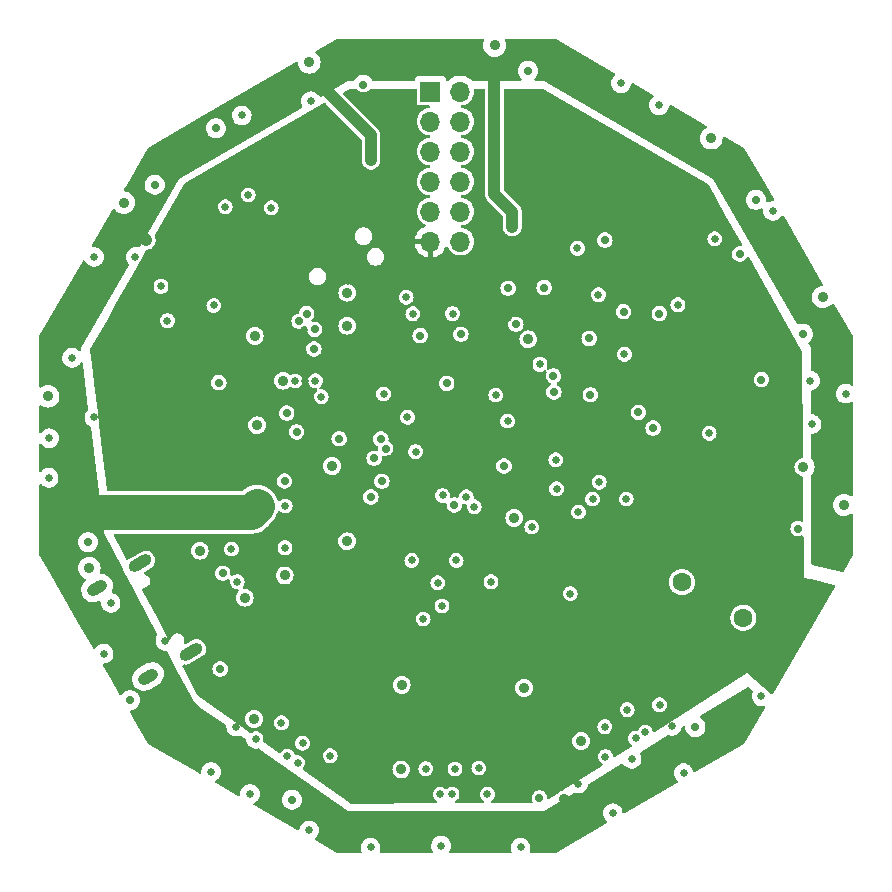
<source format=gbr>
%TF.GenerationSoftware,KiCad,Pcbnew,8.0.3*%
%TF.CreationDate,2024-08-28T16:51:52-04:00*%
%TF.ProjectId,vibrometer_h7,76696272-6f6d-4657-9465-725f68372e6b,rev?*%
%TF.SameCoordinates,Original*%
%TF.FileFunction,Copper,L3,Inr*%
%TF.FilePolarity,Positive*%
%FSLAX46Y46*%
G04 Gerber Fmt 4.6, Leading zero omitted, Abs format (unit mm)*
G04 Created by KiCad (PCBNEW 8.0.3) date 2024-08-28 16:51:52*
%MOMM*%
%LPD*%
G01*
G04 APERTURE LIST*
G04 Aperture macros list*
%AMHorizOval*
0 Thick line with rounded ends*
0 $1 width*
0 $2 $3 position (X,Y) of the first rounded end (center of the circle)*
0 $4 $5 position (X,Y) of the second rounded end (center of the circle)*
0 Add line between two ends*
20,1,$1,$2,$3,$4,$5,0*
0 Add two circle primitives to create the rounded ends*
1,1,$1,$2,$3*
1,1,$1,$4,$5*%
G04 Aperture macros list end*
%TA.AperFunction,ComponentPad*%
%ADD10C,1.600000*%
%TD*%
%TA.AperFunction,ComponentPad*%
%ADD11HorizOval,1.000000X-0.476314X-0.275000X0.476314X0.275000X0*%
%TD*%
%TA.AperFunction,ComponentPad*%
%ADD12HorizOval,1.000000X-0.346410X-0.200000X0.346410X0.200000X0*%
%TD*%
%TA.AperFunction,ComponentPad*%
%ADD13R,1.700000X1.700000*%
%TD*%
%TA.AperFunction,ComponentPad*%
%ADD14O,1.700000X1.700000*%
%TD*%
%TA.AperFunction,ViaPad*%
%ADD15C,0.650000*%
%TD*%
%TA.AperFunction,ViaPad*%
%ADD16C,0.900000*%
%TD*%
%TA.AperFunction,ViaPad*%
%ADD17C,0.700000*%
%TD*%
%TA.AperFunction,Conductor*%
%ADD18C,1.000000*%
%TD*%
%TA.AperFunction,Conductor*%
%ADD19C,3.000000*%
%TD*%
G04 APERTURE END LIST*
D10*
%TO.N,*%
%TO.C,J901*%
X169965251Y-111536340D03*
X175165064Y-114550000D03*
%TD*%
D11*
%TO.N,/USB/USB_SHLD*%
%TO.C,J301*%
X124079009Y-109956270D03*
D12*
X120459023Y-112046270D03*
D11*
X128399009Y-117438730D03*
D12*
X124779023Y-119528730D03*
%TD*%
D13*
%TO.N,+3V3*%
%TO.C,J202*%
X148675000Y-70000000D03*
D14*
%TO.N,/MCU/ADC2_INP*%
X151215000Y-70000000D03*
%TO.N,/MCU/UART_CTS*%
X148675000Y-72540000D03*
%TO.N,/MCU/ADC2_INN*%
X151215000Y-72540000D03*
%TO.N,/MCU/UART_RTS*%
X148675000Y-75080000D03*
%TO.N,/MCU/ADC1_INP*%
X151215000Y-75080000D03*
%TO.N,/MCU/UART_TX*%
X148675000Y-77620000D03*
%TO.N,/MCU/ADC1_INN*%
X151215000Y-77620000D03*
%TO.N,/MCU/UART_RX*%
X148675000Y-80160000D03*
%TO.N,/MCU/VCP_RX*%
X151215000Y-80160000D03*
%TO.N,GND*%
X148675000Y-82700000D03*
%TO.N,/MCU/VCP_TX*%
X151215000Y-82700000D03*
%TD*%
D15*
%TO.N,GND*%
X165825000Y-123275000D03*
X169250000Y-98775000D03*
X168825000Y-112775000D03*
X163600000Y-115000000D03*
X159675000Y-78700000D03*
X173700000Y-104900000D03*
X131950000Y-114900000D03*
X148300000Y-94250000D03*
X169500000Y-96250000D03*
X129500000Y-103300000D03*
X145070000Y-101079936D03*
X130100000Y-127600000D03*
X124450000Y-108250000D03*
X138400000Y-132550000D03*
D16*
X138425000Y-67525000D03*
D15*
X170100000Y-127700000D03*
X149500000Y-114900000D03*
X151100000Y-96583132D03*
X163325000Y-109800000D03*
D16*
X119800000Y-110350000D03*
D15*
X160450000Y-87860000D03*
X148000000Y-104700000D03*
X174350000Y-85925000D03*
X161800000Y-102000000D03*
X168020000Y-71160000D03*
X167300000Y-112600000D03*
X156970000Y-74930000D03*
X159850000Y-82900000D03*
X157600000Y-113600000D03*
X147100000Y-120800000D03*
X166690000Y-86300000D03*
X183830000Y-95580000D03*
X139425000Y-109225000D03*
X170340000Y-93440000D03*
X129048741Y-115510295D03*
X131600000Y-99350000D03*
X132218911Y-123767949D03*
X139410042Y-121941428D03*
X168000000Y-96250000D03*
X165375000Y-111975000D03*
X173850000Y-88400000D03*
X174786942Y-100096942D03*
D17*
X134550000Y-115450000D03*
D16*
X122700000Y-79400000D03*
D17*
X163600000Y-119550000D03*
D15*
X143320000Y-88000000D03*
D16*
X160350000Y-126050000D03*
D15*
X131875000Y-113175000D03*
X177100000Y-87520000D03*
X155950000Y-100250000D03*
X174320000Y-91190000D03*
X129000000Y-84900000D03*
X178400000Y-105500000D03*
X141425000Y-109900000D03*
X177800000Y-103000000D03*
X148500000Y-110100000D03*
X137490000Y-81720000D03*
D16*
X183700000Y-105000000D03*
D15*
X141742037Y-82353905D03*
X171775000Y-111200000D03*
X145400000Y-78650000D03*
D16*
X141775000Y-113675000D03*
D15*
X155250000Y-111450000D03*
X164800000Y-100900000D03*
X152500000Y-116160000D03*
X128011132Y-109283590D03*
X135825000Y-84180000D03*
X148890000Y-84780000D03*
X177650000Y-80100000D03*
X133700000Y-92550000D03*
X165550000Y-105500000D03*
X125232051Y-83950962D03*
X155325000Y-73425000D03*
X122225000Y-89975000D03*
X156150000Y-93950000D03*
X134418058Y-87251942D03*
X132450000Y-109850000D03*
X156050000Y-104050000D03*
X169500000Y-94250000D03*
X144200000Y-81700000D03*
D16*
X156036400Y-118900000D03*
D15*
X133890000Y-89120000D03*
X153850000Y-120450000D03*
X137160000Y-92725000D03*
D17*
X159290000Y-102100000D03*
D15*
X178190000Y-97810000D03*
X155325000Y-78225000D03*
X163650000Y-81475000D03*
X141650000Y-91800000D03*
D16*
X138910000Y-78550000D03*
D15*
X127090000Y-80150000D03*
X179100000Y-102500000D03*
X129600000Y-99300000D03*
X176760000Y-99710000D03*
X173200000Y-115500000D03*
X168000000Y-94250000D03*
X164800000Y-69300000D03*
X156020000Y-129850000D03*
D16*
X172453212Y-73951130D03*
D15*
X147250000Y-95550000D03*
X175425000Y-85000000D03*
X138080000Y-76250000D03*
X161700000Y-117000000D03*
X177600000Y-119900000D03*
X142900000Y-120000000D03*
X128775000Y-113900000D03*
X152975000Y-75900000D03*
X137150000Y-112500000D03*
X143640000Y-78130000D03*
X178100000Y-90000000D03*
X129900000Y-77350000D03*
X145400000Y-121075000D03*
X167600000Y-91950000D03*
X121000000Y-117600000D03*
X145550000Y-97340000D03*
D17*
X132350000Y-82250000D03*
D15*
X155325000Y-70500000D03*
X165500000Y-115000000D03*
X173000000Y-112300000D03*
X152000000Y-93850000D03*
X162500000Y-92100000D03*
X173400000Y-108900000D03*
D17*
X165275000Y-117670968D03*
D15*
X177600000Y-111800000D03*
D17*
X160500000Y-103625000D03*
D15*
X155225000Y-89175000D03*
X164100000Y-131100000D03*
X161025000Y-92325000D03*
D16*
X154100000Y-66100000D03*
D15*
X154400000Y-87625000D03*
X147800000Y-89532500D03*
X168750000Y-95250000D03*
X151200000Y-120600000D03*
X141905100Y-123654771D03*
X133850000Y-94100000D03*
X123200000Y-97780000D03*
D17*
X129900000Y-111400000D03*
X156835000Y-109177880D03*
D15*
X139800000Y-114100000D03*
X140025000Y-100525000D03*
X129700000Y-101800000D03*
X177600000Y-109100000D03*
D17*
X159635899Y-122750000D03*
D15*
X123700000Y-84000000D03*
X176025000Y-116925000D03*
X141650000Y-86050000D03*
X167325000Y-121000000D03*
X149250000Y-97550000D03*
X163050000Y-88430000D03*
X143550000Y-105425000D03*
X164350000Y-103600000D03*
X176700000Y-121200000D03*
X179500000Y-112325000D03*
X170050000Y-113300000D03*
X152450000Y-123750000D03*
X128198460Y-89046522D03*
X127300000Y-83400000D03*
X127900000Y-112325000D03*
X160250000Y-106200000D03*
X155040000Y-83690000D03*
X120200000Y-84000000D03*
X153800000Y-100200000D03*
X121075000Y-93530000D03*
D16*
X130650000Y-95700000D03*
D15*
X126923336Y-87572068D03*
X157700000Y-116775000D03*
D17*
X154920000Y-109300000D03*
D15*
X126350000Y-84950000D03*
X141640000Y-74160000D03*
X161700000Y-113900000D03*
X153900000Y-106050000D03*
X143673992Y-98790988D03*
X139825000Y-117200000D03*
X131358792Y-85108092D03*
X146350000Y-117450000D03*
X137490000Y-83410000D03*
X156300000Y-134000000D03*
X161350000Y-86825000D03*
X139225000Y-82050000D03*
X150550000Y-89950000D03*
X138084148Y-94489381D03*
X140296852Y-107710648D03*
X169950000Y-91770000D03*
X137000000Y-123375000D03*
X121600000Y-113300000D03*
D16*
X156500000Y-83200000D03*
D15*
X150999265Y-110800735D03*
X167690000Y-85300000D03*
X163700000Y-97500000D03*
X144950000Y-104000000D03*
X175000000Y-107100000D03*
X138250000Y-100850000D03*
X133175000Y-75650000D03*
X163770000Y-79250000D03*
X143000000Y-85100000D03*
X123300000Y-108400000D03*
X172150000Y-117800000D03*
X179350000Y-116850000D03*
X148000000Y-113200000D03*
D17*
X129270000Y-110020000D03*
D15*
X137950000Y-117225000D03*
D16*
X137990000Y-79050000D03*
D15*
X126125001Y-93529997D03*
X159361947Y-86659004D03*
D16*
X181900000Y-87400000D03*
D15*
X137970000Y-90230000D03*
X143475000Y-112150000D03*
X151150000Y-117600000D03*
D17*
X162100000Y-94125000D03*
D15*
X169125000Y-83350000D03*
X129640000Y-87100000D03*
X172890000Y-97990000D03*
X136410000Y-77810000D03*
X130350000Y-98450000D03*
X170650000Y-110025000D03*
X133400000Y-129460000D03*
X174624999Y-94743178D03*
X167156587Y-89643413D03*
X129500000Y-93100000D03*
X133600000Y-84350000D03*
X145250000Y-81000000D03*
X175975000Y-108375000D03*
X169475000Y-102725000D03*
X180475000Y-112975000D03*
X168330000Y-92900000D03*
X126225000Y-116500000D03*
X123200000Y-88000000D03*
X153752245Y-121834766D03*
X156950000Y-92117500D03*
X149800000Y-120700000D03*
X129050000Y-119100000D03*
X167000000Y-114100000D03*
X144240000Y-71190000D03*
X173450000Y-90600000D03*
X125463840Y-108829329D03*
X123350000Y-92900000D03*
X169475000Y-104775000D03*
X171200000Y-102700000D03*
X176500000Y-91000000D03*
X125040000Y-97430000D03*
D16*
X144350000Y-90200000D03*
D15*
X146190000Y-71080000D03*
D16*
X139890000Y-77980000D03*
D15*
X152900000Y-73200000D03*
X136425000Y-73950000D03*
X122570000Y-102450000D03*
X153950000Y-104100000D03*
X128240000Y-102990000D03*
X167700000Y-102725000D03*
X161200000Y-128600000D03*
X148450000Y-120700000D03*
X166690000Y-84300000D03*
X167600000Y-87700000D03*
X165700000Y-126500000D03*
D17*
X136200000Y-82250000D03*
D15*
X180940000Y-98150000D03*
X137990000Y-97410000D03*
X128550000Y-96100000D03*
X155850000Y-122750000D03*
X152500000Y-121100000D03*
X175400000Y-88800000D03*
X152900000Y-70600000D03*
X139550000Y-72100000D03*
X123370000Y-100710000D03*
X131800000Y-98300000D03*
X143900000Y-80340000D03*
X175800000Y-111600000D03*
X134075000Y-112175000D03*
X179325000Y-109950000D03*
X137150000Y-109800000D03*
X159875000Y-119400000D03*
X160425000Y-85925000D03*
X145400000Y-73900000D03*
X176850000Y-119475000D03*
X155400000Y-123700000D03*
X178600000Y-100600000D03*
X148010000Y-124700000D03*
X120220000Y-97580000D03*
X142300000Y-126100000D03*
X132100000Y-117250000D03*
X146750000Y-103950000D03*
X166690000Y-85300000D03*
X152250000Y-109350000D03*
X181250000Y-113600000D03*
X140570000Y-75750000D03*
X124150000Y-89950000D03*
X143600000Y-134000000D03*
X161450000Y-89000000D03*
X167175000Y-116300000D03*
X165325000Y-102675000D03*
X143900000Y-125400000D03*
X179790000Y-105650000D03*
X166900000Y-81525000D03*
X137800000Y-115000000D03*
X176900000Y-114900000D03*
X174000000Y-118100000D03*
X172100000Y-118875000D03*
X137225000Y-103275000D03*
X176200000Y-86375000D03*
X154000000Y-116150000D03*
X116400000Y-99350000D03*
X168690000Y-97700000D03*
X147150000Y-99300000D03*
X155225000Y-76125000D03*
X161975000Y-84450000D03*
X155925000Y-115600000D03*
X169300000Y-109200000D03*
X144350000Y-94550000D03*
X135053311Y-119731186D03*
X160310000Y-77350000D03*
X150890883Y-113943031D03*
X161600000Y-111100000D03*
X137160000Y-85790000D03*
X159400000Y-91300000D03*
X149400000Y-106050000D03*
X160800000Y-109200000D03*
X170250000Y-83350000D03*
X160125000Y-81275000D03*
X131700000Y-101700000D03*
X163600000Y-117100000D03*
X167690000Y-86300000D03*
X121050000Y-90950000D03*
X141820000Y-78590000D03*
X175350000Y-118750000D03*
X169000000Y-122500000D03*
X149750000Y-117550000D03*
X154900000Y-85250000D03*
X180830000Y-94470000D03*
D16*
X116300000Y-95800000D03*
D15*
X174025000Y-106075000D03*
X163600000Y-107000000D03*
X131100000Y-89350000D03*
X154950000Y-127050000D03*
X167000000Y-117050000D03*
X139750000Y-111600000D03*
X156500000Y-126550000D03*
X167300000Y-109100000D03*
X140560000Y-88180000D03*
X131050000Y-113800000D03*
X116350000Y-102700000D03*
D16*
X131700000Y-102850000D03*
D15*
X136305000Y-95850000D03*
X125360000Y-102190000D03*
X145430000Y-129180000D03*
X169750000Y-116050000D03*
X157600000Y-120000000D03*
X168600000Y-79070000D03*
X175000000Y-102500000D03*
X165380000Y-98430000D03*
X173300000Y-120200000D03*
X129600000Y-81500000D03*
X167690000Y-84300000D03*
X136620000Y-107450000D03*
X150750000Y-84500000D03*
X140770000Y-97060000D03*
X162000000Y-99700000D03*
X127590000Y-97390000D03*
X157925000Y-89950000D03*
X144900000Y-109700000D03*
D17*
X159300000Y-97317500D03*
D15*
X176900002Y-96275000D03*
X149570000Y-133850000D03*
D17*
X134300000Y-82250000D03*
D15*
X170500000Y-82140000D03*
X169100000Y-123700000D03*
X170200000Y-117925000D03*
D16*
%TO.N,+5V*%
X129082983Y-122837396D03*
X160000000Y-129920000D03*
X116700000Y-108920000D03*
X158920000Y-66700000D03*
X134000000Y-105123028D03*
X143892579Y-131400000D03*
X155590000Y-81470000D03*
X124600000Y-82600000D03*
X116700000Y-91050000D03*
X125600000Y-75600000D03*
X155590000Y-80160000D03*
X183300000Y-91050000D03*
X143638269Y-75800000D03*
X174360000Y-75620000D03*
X183300000Y-108920000D03*
X141075000Y-66650000D03*
X134000000Y-98250000D03*
D15*
X174591992Y-122588008D03*
D17*
%TO.N,/MCU/SWD_NRST*%
X150050000Y-94700000D03*
X147800000Y-90667500D03*
D16*
%TO.N,+3V3*%
X132950000Y-112850000D03*
X141618000Y-108077200D03*
X156600000Y-120500000D03*
X136334800Y-110972800D03*
D15*
X159352500Y-103640000D03*
D16*
X133787500Y-90687500D03*
X140341214Y-101706069D03*
X141630000Y-89830000D03*
X141640000Y-87030000D03*
X180250000Y-101800000D03*
X161430000Y-124993600D03*
D15*
X159290000Y-101182500D03*
D16*
X146240800Y-120250000D03*
X155775000Y-106091176D03*
X146200000Y-127400000D03*
X136200000Y-94475000D03*
X133744000Y-123125000D03*
X156950000Y-90982500D03*
D17*
%TO.N,+3V3A*%
X162210000Y-95675000D03*
%TO.N,/MCU/BOOT0*%
X130750000Y-94650000D03*
X136503474Y-97230000D03*
X140950000Y-99400000D03*
X144560000Y-102990000D03*
D15*
%TO.N,/MCU/MUTE_BUTTON*%
X172275000Y-98935000D03*
D17*
X159080025Y-94069975D03*
%TO.N,/AUDIO/DAC_OUTB*%
X163433307Y-82583182D03*
X155250000Y-86650000D03*
%TO.N,/ACCEL/LED_ACCEL*%
X130870000Y-118890000D03*
D16*
%TO.N,V_USB*%
X129139896Y-108866474D03*
D17*
X131085104Y-110781250D03*
D15*
%TO.N,/MCU/STA_QT*%
X126395000Y-89391673D03*
X125861015Y-86500000D03*
X130337500Y-88114471D03*
%TO.N,/MCU/USB_DM*%
X131820000Y-108740000D03*
X136380000Y-105090000D03*
%TO.N,/ACCEL/ACCEL.INTB3*%
X162960000Y-103080000D03*
X166850000Y-124225000D03*
%TO.N,/ACCEL/ACCEL.MISO2*%
X149650000Y-113550000D03*
X150750000Y-127350000D03*
%TO.N,/ACCEL/ACCEL.MOSI3*%
X162400000Y-104500000D03*
X165325000Y-122325000D03*
D17*
%TO.N,/MCU/SWD_DIO*%
X138809620Y-91790380D03*
X143624243Y-104325379D03*
D15*
%TO.N,/MCU/SWD_CLK*%
X149700000Y-104200000D03*
X146625000Y-87425000D03*
%TO.N,/MCU/VCP_TX*%
X151700000Y-104300000D03*
X150550000Y-88800000D03*
%TO.N,/ACCEL/ACCEL.NCS3*%
X157251473Y-106873527D03*
X163475000Y-126300000D03*
%TO.N,/MCU/SWD_SWO*%
X147186460Y-88813540D03*
D17*
X150700000Y-105000000D03*
D15*
%TO.N,/ACCEL/ACCEL.MOSI1*%
X144700000Y-95600000D03*
X137850000Y-125175000D03*
%TO.N,/ACCEL/ACCEL.NCS2*%
X147100000Y-109700000D03*
X148275000Y-127325000D03*
%TO.N,/ACCEL/ACCEL.MOSI2*%
X150500000Y-129500000D03*
X149300000Y-111600000D03*
%TO.N,/ACCEL/ACCEL.INTA3*%
X165250000Y-104500000D03*
X168075000Y-121925000D03*
%TO.N,/ACCEL/ACCEL.MISO1*%
X136549038Y-126267949D03*
X139425000Y-95825000D03*
%TO.N,/ACCEL/ACCEL.MISO3*%
X161200000Y-105600000D03*
X166049038Y-124767949D03*
%TO.N,/ACCEL/ACCEL.INTB1*%
X147420000Y-100480000D03*
X137425000Y-126825000D03*
D17*
%TO.N,/MCU/VCP_RX*%
X151250000Y-90550000D03*
D15*
X152375000Y-105150000D03*
%TO.N,/ACCEL/ACCEL.INTA1*%
X146720000Y-97580000D03*
X140179200Y-126229200D03*
%TO.N,/ACCEL/ACCEL.INTB2*%
X152775000Y-127275000D03*
X150850000Y-109700000D03*
%TO.N,/ACCEL/ACCEL.NCS1*%
X137225000Y-94500000D03*
X133900000Y-124800000D03*
%TO.N,/AUDIO/MUTE_SIGNAL*%
X165100000Y-92250000D03*
X157950000Y-93100000D03*
%TO.N,/ACCEL/ACCEL.INTA2*%
X153800000Y-111500000D03*
X153500000Y-129500001D03*
D17*
%TO.N,/AUDIO/DAC_OUTA*%
X174850000Y-83750000D03*
X155900000Y-89700000D03*
D15*
%TO.N,/MCU/USB_DP*%
X132310000Y-111490000D03*
X136360000Y-108610000D03*
D17*
%TO.N,+5VA*%
X162113448Y-90900000D03*
X167530000Y-98500000D03*
X158300000Y-86600000D03*
X166275000Y-97155000D03*
%TO.N,/AUDIO/AMP1_OUT*%
X168050000Y-88800000D03*
%TO.N,/AUDIO/AMP2_OUT*%
X165025000Y-88637500D03*
D15*
%TO.N,/ACCEL/SPI ACCELEROMETER1/ACCEL_SCK*%
X138925000Y-94480000D03*
X136050000Y-123450000D03*
%TO.N,/ACCEL/SPI ACCELEROMETER2/ACCEL_SCK*%
X148050000Y-114650000D03*
X149500000Y-129500000D03*
%TO.N,/ACCEL/SPI ACCELEROMETER3/ACCEL_SCK*%
X160500000Y-112500000D03*
X163440000Y-123770000D03*
D17*
%TO.N,/MCU/LED_ACCEL_3V3*%
X136317463Y-102967463D03*
X137340000Y-98810000D03*
%TO.N,/STROBE/FET1_D*%
X179800000Y-107000000D03*
D15*
X118325000Y-92542810D03*
D17*
X130505331Y-73105331D03*
X156940000Y-68240000D03*
X136936819Y-129955448D03*
%TO.N,/STROBE/FET2_D*%
X171100000Y-123800000D03*
X123254644Y-121525356D03*
D15*
X132702347Y-72022347D03*
D17*
X125325891Y-77883527D03*
X176222831Y-79162170D03*
%TO.N,/MCU/LED_STROBE_1*%
X144470000Y-99415988D03*
X137559549Y-89444595D03*
%TO.N,/MCU/LED_STROBE_2*%
X138195355Y-88794595D03*
X144879108Y-100226010D03*
%TO.N,/MCU/LED_STROBE_3*%
X143905107Y-101044944D03*
X138872677Y-90131917D03*
%TO.N,/MCU/DAC_EXT_TRG*%
X154900000Y-101700000D03*
D15*
%TO.N,Net-(U201-PA0)*%
X154200000Y-95700000D03*
%TO.N,Net-(U201-PC2_C)*%
X155200000Y-97900000D03*
D17*
%TO.N,/STROBE/FET3_D*%
X180200000Y-90500000D03*
X142994060Y-69426798D03*
D15*
X138546684Y-70819813D03*
D17*
X157900000Y-129800000D03*
X119655705Y-108151100D03*
%TO.N,/MCU/MUTE_INDICATOR*%
X176700001Y-94385000D03*
X159131664Y-95440001D03*
D15*
%TO.N,/AUDIO/FILT1_OUT*%
X169625000Y-88050000D03*
X172750000Y-82475000D03*
%TO.N,/AUDIO/FILT2_OUT*%
X162900000Y-87200000D03*
X161110000Y-83282500D03*
%TO.N,Net-(Q1001-G)*%
X131290000Y-79750000D03*
%TO.N,Net-(Q1002-G)*%
X133240000Y-78750000D03*
%TO.N,Net-(Q1003-G)*%
X135190000Y-79850000D03*
%TD*%
D18*
%TO.N,+5V*%
X143638269Y-73708269D02*
X139370000Y-69440000D01*
X116700000Y-108550000D02*
X118936514Y-106313486D01*
X154075000Y-78645000D02*
X154075000Y-68750000D01*
X155590000Y-80160000D02*
X154075000Y-78645000D01*
X118936514Y-106313486D02*
X118936514Y-105636514D01*
D19*
X134000000Y-105123028D02*
X133486514Y-105636514D01*
D18*
X155590000Y-81470000D02*
X155590000Y-80160000D01*
X143638269Y-75800000D02*
X143638269Y-73708269D01*
X124600000Y-82600000D02*
X124000000Y-82000000D01*
X116700000Y-108920000D02*
X116700000Y-108550000D01*
D19*
X133486514Y-105636514D02*
X118936514Y-105636514D01*
%TD*%
%TA.AperFunction,Conductor*%
%TO.N,+5V*%
G36*
X153188581Y-65546855D02*
G01*
X153234336Y-65599659D01*
X153244280Y-65668817D01*
X153230900Y-65709623D01*
X153217604Y-65734497D01*
X153163253Y-65913666D01*
X153163252Y-65913668D01*
X153144901Y-66100000D01*
X153163252Y-66286331D01*
X153163253Y-66286333D01*
X153217604Y-66465502D01*
X153305862Y-66630623D01*
X153305864Y-66630626D01*
X153424642Y-66775357D01*
X153569373Y-66894135D01*
X153569376Y-66894137D01*
X153734497Y-66982395D01*
X153734499Y-66982396D01*
X153913666Y-67036746D01*
X153913668Y-67036747D01*
X153930374Y-67038392D01*
X154100000Y-67055099D01*
X154286331Y-67036747D01*
X154465501Y-66982396D01*
X154630625Y-66894136D01*
X154775357Y-66775357D01*
X154894136Y-66630625D01*
X154982396Y-66465501D01*
X155036747Y-66286331D01*
X155055099Y-66100000D01*
X155036747Y-65913669D01*
X154982396Y-65734499D01*
X154969100Y-65709623D01*
X154954858Y-65641221D01*
X154979858Y-65575977D01*
X155036163Y-65534606D01*
X155078458Y-65527170D01*
X159203740Y-65527170D01*
X159265739Y-65543782D01*
X164225663Y-68407396D01*
X164282336Y-68440116D01*
X164330552Y-68490683D01*
X164343775Y-68559290D01*
X164317807Y-68624155D01*
X164293223Y-68647820D01*
X164244589Y-68683155D01*
X164128477Y-68812112D01*
X164041712Y-68962391D01*
X164000089Y-69090500D01*
X163988092Y-69127424D01*
X163969953Y-69300000D01*
X163988092Y-69472576D01*
X163988093Y-69472579D01*
X164041712Y-69637608D01*
X164128477Y-69787887D01*
X164128476Y-69787887D01*
X164214256Y-69883155D01*
X164244590Y-69916845D01*
X164351215Y-69994313D01*
X164384976Y-70018842D01*
X164543495Y-70089420D01*
X164543501Y-70089422D01*
X164713236Y-70125500D01*
X164713237Y-70125500D01*
X164886762Y-70125500D01*
X164886764Y-70125500D01*
X165056499Y-70089422D01*
X165056501Y-70089420D01*
X165056504Y-70089420D01*
X165189082Y-70030392D01*
X165215024Y-70018842D01*
X165355410Y-69916845D01*
X165471522Y-69787889D01*
X165558286Y-69637611D01*
X165611908Y-69472576D01*
X165618191Y-69412789D01*
X165644776Y-69348178D01*
X165702073Y-69308193D01*
X165771892Y-69305533D01*
X165803512Y-69318367D01*
X167503051Y-70299597D01*
X167551267Y-70350164D01*
X167564490Y-70418771D01*
X167538522Y-70483636D01*
X167513937Y-70507301D01*
X167464593Y-70543152D01*
X167464589Y-70543155D01*
X167348477Y-70672112D01*
X167261712Y-70822391D01*
X167217820Y-70957483D01*
X167208092Y-70987424D01*
X167189953Y-71160000D01*
X167208092Y-71332576D01*
X167208093Y-71332579D01*
X167261712Y-71497608D01*
X167348477Y-71647887D01*
X167348476Y-71647887D01*
X167348478Y-71647889D01*
X167464590Y-71776845D01*
X167592011Y-71869422D01*
X167604976Y-71878842D01*
X167763495Y-71949420D01*
X167763501Y-71949422D01*
X167933236Y-71985500D01*
X167933237Y-71985500D01*
X168106762Y-71985500D01*
X168106764Y-71985500D01*
X168276499Y-71949422D01*
X168276501Y-71949420D01*
X168276504Y-71949420D01*
X168375149Y-71905500D01*
X168435024Y-71878842D01*
X168575410Y-71776845D01*
X168691522Y-71647889D01*
X168778286Y-71497611D01*
X168831908Y-71332576D01*
X168838284Y-71271910D01*
X168864867Y-71207299D01*
X168922165Y-71167314D01*
X168991984Y-71164654D01*
X169023603Y-71177487D01*
X171941937Y-72862389D01*
X172004366Y-72898432D01*
X172052582Y-72948999D01*
X172065805Y-73017606D01*
X172039837Y-73082471D01*
X172000820Y-73115177D01*
X171922585Y-73156995D01*
X171777854Y-73275772D01*
X171659076Y-73420503D01*
X171659074Y-73420506D01*
X171570816Y-73585627D01*
X171516465Y-73764796D01*
X171516464Y-73764798D01*
X171498113Y-73951130D01*
X171516464Y-74137461D01*
X171516465Y-74137463D01*
X171570816Y-74316632D01*
X171659074Y-74481753D01*
X171659076Y-74481756D01*
X171777854Y-74626487D01*
X171922585Y-74745265D01*
X171922588Y-74745267D01*
X172011723Y-74792910D01*
X172087711Y-74833526D01*
X172237097Y-74878842D01*
X172266878Y-74887876D01*
X172266880Y-74887877D01*
X172283586Y-74889522D01*
X172453212Y-74906229D01*
X172639543Y-74887877D01*
X172818713Y-74833526D01*
X172983837Y-74745266D01*
X173128569Y-74626487D01*
X173247348Y-74481755D01*
X173335608Y-74316631D01*
X173389959Y-74137461D01*
X173408311Y-73951130D01*
X173406687Y-73934645D01*
X173419705Y-73866002D01*
X173467769Y-73815291D01*
X173535619Y-73798615D01*
X173592090Y-73815105D01*
X175207088Y-74747524D01*
X175252475Y-74792911D01*
X176702542Y-77304500D01*
X177732021Y-79087611D01*
X177732535Y-79088500D01*
X177749008Y-79156400D01*
X177726155Y-79222427D01*
X177671234Y-79265618D01*
X177625148Y-79274500D01*
X177563236Y-79274500D01*
X177533483Y-79280824D01*
X177393501Y-79310577D01*
X177393496Y-79310579D01*
X177242370Y-79377866D01*
X177173120Y-79387151D01*
X177109843Y-79357523D01*
X177072630Y-79298388D01*
X177068613Y-79251629D01*
X177078016Y-79162170D01*
X177059328Y-78984367D01*
X177004081Y-78814335D01*
X176914690Y-78659505D01*
X176860591Y-78599422D01*
X176795066Y-78526648D01*
X176795063Y-78526646D01*
X176795062Y-78526645D01*
X176795061Y-78526644D01*
X176650424Y-78421558D01*
X176487098Y-78348841D01*
X176487096Y-78348840D01*
X176359425Y-78321703D01*
X176312222Y-78311670D01*
X176133440Y-78311670D01*
X176102785Y-78318185D01*
X175958564Y-78348840D01*
X175958559Y-78348842D01*
X175795239Y-78421557D01*
X175650599Y-78526645D01*
X175530971Y-78659506D01*
X175441581Y-78814334D01*
X175441578Y-78814340D01*
X175386335Y-78984362D01*
X175386334Y-78984364D01*
X175367646Y-79162170D01*
X175386334Y-79339975D01*
X175386335Y-79339977D01*
X175441578Y-79509999D01*
X175441581Y-79510005D01*
X175530972Y-79664835D01*
X175559337Y-79696337D01*
X175650595Y-79797691D01*
X175650598Y-79797693D01*
X175650601Y-79797696D01*
X175795238Y-79902782D01*
X175958564Y-79975499D01*
X176133440Y-80012670D01*
X176133441Y-80012670D01*
X176312220Y-80012670D01*
X176312222Y-80012670D01*
X176487098Y-79975499D01*
X176650424Y-79902782D01*
X176650428Y-79902778D01*
X176653815Y-79901271D01*
X176723065Y-79891986D01*
X176786342Y-79921614D01*
X176823555Y-79980749D01*
X176827572Y-80027511D01*
X176819953Y-80100000D01*
X176838092Y-80272576D01*
X176838093Y-80272579D01*
X176891712Y-80437608D01*
X176978477Y-80587887D01*
X176978476Y-80587887D01*
X177078973Y-80699500D01*
X177094590Y-80716845D01*
X177217518Y-80806158D01*
X177234976Y-80818842D01*
X177393495Y-80889420D01*
X177393501Y-80889422D01*
X177563236Y-80925500D01*
X177563237Y-80925500D01*
X177736762Y-80925500D01*
X177736764Y-80925500D01*
X177906499Y-80889422D01*
X177906501Y-80889420D01*
X177906504Y-80889420D01*
X178022376Y-80837830D01*
X178065024Y-80818842D01*
X178205410Y-80716845D01*
X178321522Y-80587889D01*
X178352478Y-80534271D01*
X178403045Y-80486056D01*
X178471652Y-80472833D01*
X178536517Y-80498801D01*
X178567252Y-80534272D01*
X181843069Y-86208155D01*
X181879304Y-86270915D01*
X181895777Y-86338815D01*
X181872924Y-86404842D01*
X181818003Y-86448033D01*
X181784072Y-86456318D01*
X181713668Y-86463252D01*
X181713666Y-86463253D01*
X181534497Y-86517604D01*
X181369376Y-86605862D01*
X181369373Y-86605864D01*
X181224642Y-86724642D01*
X181105864Y-86869373D01*
X181105862Y-86869376D01*
X181017604Y-87034497D01*
X180963253Y-87213666D01*
X180963252Y-87213668D01*
X180944901Y-87400000D01*
X180963252Y-87586331D01*
X180963253Y-87586333D01*
X181017604Y-87765502D01*
X181105862Y-87930623D01*
X181105864Y-87930626D01*
X181224642Y-88075357D01*
X181369373Y-88194135D01*
X181369376Y-88194137D01*
X181474825Y-88250500D01*
X181534499Y-88282396D01*
X181693333Y-88330578D01*
X181713666Y-88336746D01*
X181713668Y-88336747D01*
X181722441Y-88337611D01*
X181900000Y-88355099D01*
X182086331Y-88336747D01*
X182265501Y-88282396D01*
X182430625Y-88194136D01*
X182575357Y-88075357D01*
X182664658Y-87966543D01*
X182722402Y-87927210D01*
X182792246Y-87925339D01*
X182852015Y-87961526D01*
X182867897Y-87983209D01*
X183961742Y-89877803D01*
X184449253Y-90722197D01*
X184456217Y-90734258D01*
X184472830Y-90796258D01*
X184472830Y-94783305D01*
X184453145Y-94850344D01*
X184400341Y-94896099D01*
X184331183Y-94906043D01*
X184275944Y-94883623D01*
X184245023Y-94861157D01*
X184086504Y-94790579D01*
X184086498Y-94790577D01*
X183945114Y-94760526D01*
X183916764Y-94754500D01*
X183743236Y-94754500D01*
X183714886Y-94760526D01*
X183573501Y-94790577D01*
X183573496Y-94790579D01*
X183414977Y-94861157D01*
X183414972Y-94861160D01*
X183274591Y-94963153D01*
X183274589Y-94963155D01*
X183158477Y-95092112D01*
X183071712Y-95242391D01*
X183032724Y-95362389D01*
X183018092Y-95407424D01*
X182999953Y-95580000D01*
X183018092Y-95752576D01*
X183018093Y-95752579D01*
X183071712Y-95917608D01*
X183158477Y-96067887D01*
X183158476Y-96067887D01*
X183183108Y-96095243D01*
X183274590Y-96196845D01*
X183384056Y-96276377D01*
X183414976Y-96298842D01*
X183573495Y-96369420D01*
X183573501Y-96369422D01*
X183743236Y-96405500D01*
X183743237Y-96405500D01*
X183916762Y-96405500D01*
X183916764Y-96405500D01*
X184086499Y-96369422D01*
X184086501Y-96369420D01*
X184086504Y-96369420D01*
X184115329Y-96356586D01*
X184245024Y-96298842D01*
X184275945Y-96276376D01*
X184341748Y-96252896D01*
X184409803Y-96268720D01*
X184458498Y-96318825D01*
X184472830Y-96376694D01*
X184472830Y-104142460D01*
X184453145Y-104209499D01*
X184400341Y-104255254D01*
X184331183Y-104265198D01*
X184270166Y-104238314D01*
X184230625Y-104205864D01*
X184230623Y-104205862D01*
X184065502Y-104117604D01*
X183886333Y-104063253D01*
X183886331Y-104063252D01*
X183700000Y-104044901D01*
X183513668Y-104063252D01*
X183513666Y-104063253D01*
X183334497Y-104117604D01*
X183169376Y-104205862D01*
X183169373Y-104205864D01*
X183024642Y-104324642D01*
X182905864Y-104469373D01*
X182905862Y-104469376D01*
X182817604Y-104634497D01*
X182763253Y-104813666D01*
X182763252Y-104813668D01*
X182744901Y-105000000D01*
X182763252Y-105186331D01*
X182763253Y-105186333D01*
X182817604Y-105365502D01*
X182905862Y-105530623D01*
X182905864Y-105530626D01*
X183024642Y-105675357D01*
X183169373Y-105794135D01*
X183169376Y-105794137D01*
X183274825Y-105850500D01*
X183334499Y-105882396D01*
X183443628Y-105915500D01*
X183513666Y-105936746D01*
X183513668Y-105936747D01*
X183522441Y-105937611D01*
X183700000Y-105955099D01*
X183886331Y-105936747D01*
X184065501Y-105882396D01*
X184230625Y-105794136D01*
X184270164Y-105761686D01*
X184334474Y-105734373D01*
X184403342Y-105746164D01*
X184454902Y-105793315D01*
X184472830Y-105857539D01*
X184472830Y-109203739D01*
X184456217Y-109265739D01*
X183675476Y-110618019D01*
X183624909Y-110666235D01*
X183556302Y-110679458D01*
X183538575Y-110676455D01*
X181004112Y-110055363D01*
X180943684Y-110020288D01*
X180911813Y-109958111D01*
X180909626Y-109934927D01*
X180909626Y-102538893D01*
X180929311Y-102471854D01*
X180937773Y-102460228D01*
X180947944Y-102447835D01*
X181044136Y-102330625D01*
X181132396Y-102165501D01*
X181186747Y-101986331D01*
X181205099Y-101800000D01*
X181187814Y-101624500D01*
X181186747Y-101613668D01*
X181186746Y-101613666D01*
X181166708Y-101547609D01*
X181132396Y-101434499D01*
X181114265Y-101400578D01*
X181044137Y-101269376D01*
X181044135Y-101269373D01*
X180937773Y-101139772D01*
X180910460Y-101075462D01*
X180909626Y-101061107D01*
X180909626Y-99099461D01*
X180929311Y-99032422D01*
X180982115Y-98986667D01*
X181020668Y-98976140D01*
X181026757Y-98975500D01*
X181026764Y-98975500D01*
X181196499Y-98939422D01*
X181196501Y-98939420D01*
X181196504Y-98939420D01*
X181255118Y-98913323D01*
X181355024Y-98868842D01*
X181495410Y-98766845D01*
X181611522Y-98637889D01*
X181698286Y-98487611D01*
X181751908Y-98322576D01*
X181770047Y-98150000D01*
X181751908Y-97977424D01*
X181715209Y-97864474D01*
X181698287Y-97812391D01*
X181672433Y-97767611D01*
X181611522Y-97662111D01*
X181578341Y-97625259D01*
X181495411Y-97533156D01*
X181467085Y-97512576D01*
X181355024Y-97431158D01*
X181355023Y-97431157D01*
X181196504Y-97360579D01*
X181196498Y-97360577D01*
X181026763Y-97324499D01*
X181020658Y-97323858D01*
X180956045Y-97297270D01*
X180916063Y-97239971D01*
X180909626Y-97200538D01*
X180909626Y-95397430D01*
X180929311Y-95330391D01*
X180982115Y-95284636D01*
X181007846Y-95276140D01*
X181086499Y-95259422D01*
X181086502Y-95259420D01*
X181086504Y-95259420D01*
X181177643Y-95218842D01*
X181245024Y-95188842D01*
X181385410Y-95086845D01*
X181501522Y-94957889D01*
X181588286Y-94807611D01*
X181641908Y-94642576D01*
X181660047Y-94470000D01*
X181641908Y-94297424D01*
X181588286Y-94132389D01*
X181501522Y-93982111D01*
X181470086Y-93947197D01*
X181385411Y-93853156D01*
X181381067Y-93850000D01*
X181315217Y-93802156D01*
X181245023Y-93751157D01*
X181086504Y-93680579D01*
X181086499Y-93680578D01*
X181007844Y-93663859D01*
X180946363Y-93630666D01*
X180912586Y-93569503D01*
X180909626Y-93542569D01*
X180909626Y-91717790D01*
X180688020Y-91333958D01*
X180671547Y-91266058D01*
X180694400Y-91200031D01*
X180722517Y-91171644D01*
X180772230Y-91135526D01*
X180891859Y-91002665D01*
X180981250Y-90847835D01*
X181036497Y-90677803D01*
X181055185Y-90500000D01*
X181036497Y-90322197D01*
X181008873Y-90237181D01*
X180981252Y-90152170D01*
X180981249Y-90152164D01*
X180891859Y-89997335D01*
X180845003Y-89945296D01*
X180772235Y-89864478D01*
X180772232Y-89864476D01*
X180772231Y-89864475D01*
X180772230Y-89864474D01*
X180627593Y-89759388D01*
X180464267Y-89686671D01*
X180464265Y-89686670D01*
X180336594Y-89659533D01*
X180289391Y-89649500D01*
X180110609Y-89649500D01*
X180073439Y-89657400D01*
X179935734Y-89686670D01*
X179935733Y-89686670D01*
X179879600Y-89711662D01*
X179810350Y-89720945D01*
X179747074Y-89691315D01*
X179721780Y-89660381D01*
X172627417Y-77372582D01*
X158282210Y-69090374D01*
X158282209Y-69090374D01*
X157596649Y-69090374D01*
X157529610Y-69070689D01*
X157483855Y-69017885D01*
X157473911Y-68948727D01*
X157502936Y-68885171D01*
X157510351Y-68877612D01*
X157512227Y-68875527D01*
X157512230Y-68875526D01*
X157631859Y-68742665D01*
X157721250Y-68587835D01*
X157723420Y-68581158D01*
X157734989Y-68545550D01*
X157776497Y-68417803D01*
X157795185Y-68240000D01*
X157776497Y-68062197D01*
X157721250Y-67892165D01*
X157631859Y-67737335D01*
X157585003Y-67685296D01*
X157512235Y-67604478D01*
X157512232Y-67604476D01*
X157512231Y-67604475D01*
X157512230Y-67604474D01*
X157367593Y-67499388D01*
X157204267Y-67426671D01*
X157204265Y-67426670D01*
X157076594Y-67399533D01*
X157029391Y-67389500D01*
X156850609Y-67389500D01*
X156819954Y-67396015D01*
X156675733Y-67426670D01*
X156675728Y-67426672D01*
X156512408Y-67499387D01*
X156367768Y-67604475D01*
X156248140Y-67737336D01*
X156158750Y-67892164D01*
X156158747Y-67892170D01*
X156103504Y-68062192D01*
X156103503Y-68062194D01*
X156084815Y-68240000D01*
X156103503Y-68417805D01*
X156103504Y-68417807D01*
X156158747Y-68587829D01*
X156158750Y-68587835D01*
X156248141Y-68742665D01*
X156292972Y-68792455D01*
X156372118Y-68880356D01*
X156370820Y-68881524D01*
X156402971Y-68933709D01*
X156401642Y-69003566D01*
X156362756Y-69061615D01*
X156298659Y-69089425D01*
X156283351Y-69090374D01*
X152266632Y-69090374D01*
X152199593Y-69070689D01*
X152178951Y-69054055D01*
X152086402Y-68961506D01*
X152086395Y-68961501D01*
X151892834Y-68825967D01*
X151892830Y-68825965D01*
X151863120Y-68812111D01*
X151678663Y-68726097D01*
X151678659Y-68726096D01*
X151678655Y-68726094D01*
X151450413Y-68664938D01*
X151450403Y-68664936D01*
X151215001Y-68644341D01*
X151214999Y-68644341D01*
X150979596Y-68664936D01*
X150979586Y-68664938D01*
X150751344Y-68726094D01*
X150751335Y-68726098D01*
X150537171Y-68825964D01*
X150537169Y-68825965D01*
X150343600Y-68961503D01*
X150301538Y-69003566D01*
X150251047Y-69054056D01*
X150189727Y-69087540D01*
X150163368Y-69090374D01*
X150123036Y-69090374D01*
X150055997Y-69070689D01*
X150010242Y-69017885D01*
X150006854Y-69009707D01*
X149968797Y-68907671D01*
X149968793Y-68907664D01*
X149882547Y-68792455D01*
X149882544Y-68792452D01*
X149767335Y-68706206D01*
X149767328Y-68706202D01*
X149632482Y-68655908D01*
X149632483Y-68655908D01*
X149572883Y-68649501D01*
X149572881Y-68649500D01*
X149572873Y-68649500D01*
X149572864Y-68649500D01*
X147777129Y-68649500D01*
X147777123Y-68649501D01*
X147717516Y-68655908D01*
X147582671Y-68706202D01*
X147582664Y-68706206D01*
X147467455Y-68792452D01*
X147467452Y-68792455D01*
X147381206Y-68907664D01*
X147381202Y-68907671D01*
X147343146Y-69009707D01*
X147301275Y-69065641D01*
X147235811Y-69090058D01*
X147226964Y-69090374D01*
X143853490Y-69090374D01*
X143786451Y-69070689D01*
X143746103Y-69028374D01*
X143707496Y-68961505D01*
X143685919Y-68924133D01*
X143597530Y-68825967D01*
X143566295Y-68791276D01*
X143566292Y-68791274D01*
X143566291Y-68791273D01*
X143566290Y-68791272D01*
X143421653Y-68686186D01*
X143258327Y-68613469D01*
X143258325Y-68613468D01*
X143130654Y-68586331D01*
X143083451Y-68576298D01*
X142904669Y-68576298D01*
X142874014Y-68582813D01*
X142729793Y-68613468D01*
X142729788Y-68613470D01*
X142566468Y-68686185D01*
X142421828Y-68791273D01*
X142302199Y-68924134D01*
X142242017Y-69028374D01*
X142191450Y-69076590D01*
X142134630Y-69090374D01*
X141717790Y-69090374D01*
X139412882Y-70421112D01*
X139344982Y-70437585D01*
X139278955Y-70414732D01*
X139243495Y-70375725D01*
X139228737Y-70350164D01*
X139218206Y-70331924D01*
X139148494Y-70254500D01*
X139102095Y-70202969D01*
X138961707Y-70100970D01*
X138803188Y-70030392D01*
X138803182Y-70030390D01*
X138669525Y-70001981D01*
X138633448Y-69994313D01*
X138459920Y-69994313D01*
X138430167Y-70000637D01*
X138290185Y-70030390D01*
X138290180Y-70030392D01*
X138131661Y-70100970D01*
X138131656Y-70100973D01*
X137991275Y-70202966D01*
X137991273Y-70202968D01*
X137875161Y-70331925D01*
X137788396Y-70482204D01*
X137735612Y-70644664D01*
X137734776Y-70647237D01*
X137716637Y-70819813D01*
X137734776Y-70992389D01*
X137734777Y-70992392D01*
X137788396Y-71157421D01*
X137813687Y-71201225D01*
X137830160Y-71269125D01*
X137807308Y-71335152D01*
X137768300Y-71370612D01*
X127372582Y-77372582D01*
X124042084Y-83141174D01*
X123991517Y-83189390D01*
X123922910Y-83202613D01*
X123908916Y-83200464D01*
X123906733Y-83200000D01*
X123786764Y-83174500D01*
X123613236Y-83174500D01*
X123599480Y-83177424D01*
X123443501Y-83210577D01*
X123443496Y-83210579D01*
X123284977Y-83281157D01*
X123284972Y-83281160D01*
X123144591Y-83383153D01*
X123144589Y-83383155D01*
X123028477Y-83512112D01*
X122941712Y-83662391D01*
X122903124Y-83781158D01*
X122888092Y-83827424D01*
X122869953Y-84000000D01*
X122888092Y-84172576D01*
X122888093Y-84172579D01*
X122941712Y-84337608D01*
X123028477Y-84487887D01*
X123028476Y-84487887D01*
X123112040Y-84580694D01*
X123142270Y-84643685D01*
X123133645Y-84713021D01*
X123127277Y-84725666D01*
X119090374Y-91717789D01*
X119090374Y-91717791D01*
X119105068Y-91838464D01*
X119093631Y-91907391D01*
X119046745Y-91959193D01*
X118979295Y-91977423D01*
X118912697Y-91956293D01*
X118889826Y-91936423D01*
X118880410Y-91925965D01*
X118740024Y-91823968D01*
X118740023Y-91823967D01*
X118581504Y-91753389D01*
X118581498Y-91753387D01*
X118447841Y-91724978D01*
X118411764Y-91717310D01*
X118238236Y-91717310D01*
X118208483Y-91723634D01*
X118068501Y-91753387D01*
X118068496Y-91753389D01*
X117909977Y-91823967D01*
X117909972Y-91823970D01*
X117769591Y-91925963D01*
X117769589Y-91925965D01*
X117653477Y-92054922D01*
X117566712Y-92205201D01*
X117527789Y-92325000D01*
X117513092Y-92370234D01*
X117494953Y-92542810D01*
X117513092Y-92715386D01*
X117513093Y-92715389D01*
X117566712Y-92880418D01*
X117653477Y-93030697D01*
X117653476Y-93030697D01*
X117718028Y-93102389D01*
X117769590Y-93159655D01*
X117876887Y-93237611D01*
X117909976Y-93261652D01*
X118068495Y-93332230D01*
X118068501Y-93332232D01*
X118238236Y-93368310D01*
X118238237Y-93368310D01*
X118411762Y-93368310D01*
X118411764Y-93368310D01*
X118581499Y-93332232D01*
X118581501Y-93332230D01*
X118581504Y-93332230D01*
X118694362Y-93281982D01*
X118740024Y-93261652D01*
X118880410Y-93159655D01*
X118996522Y-93030699D01*
X119020448Y-92989257D01*
X119071013Y-92941044D01*
X119139620Y-92927820D01*
X119204485Y-92953788D01*
X119245014Y-93010701D01*
X119250925Y-93036270D01*
X119715040Y-96847670D01*
X119703603Y-96916598D01*
X119668850Y-96958175D01*
X119669419Y-96958807D01*
X119664986Y-96962798D01*
X119664841Y-96962972D01*
X119664593Y-96963151D01*
X119664589Y-96963155D01*
X119548477Y-97092112D01*
X119461712Y-97242391D01*
X119419226Y-97373155D01*
X119408092Y-97407424D01*
X119389953Y-97580000D01*
X119408092Y-97752576D01*
X119408093Y-97752579D01*
X119461712Y-97917608D01*
X119548477Y-98067887D01*
X119548476Y-98067887D01*
X119629754Y-98158155D01*
X119664590Y-98196845D01*
X119762373Y-98267889D01*
X119804976Y-98298842D01*
X119832559Y-98311123D01*
X119885796Y-98356373D01*
X119905214Y-98409413D01*
X121000000Y-107400000D01*
X122608923Y-110408896D01*
X122622512Y-110451176D01*
X122623614Y-110459547D01*
X122623615Y-110459552D01*
X122623616Y-110459557D01*
X122623617Y-110459559D01*
X122684672Y-110639422D01*
X122686967Y-110646183D01*
X122781880Y-110810578D01*
X122785507Y-110816859D01*
X122882606Y-110927578D01*
X122898727Y-110950866D01*
X125547770Y-115904922D01*
X125562023Y-115973322D01*
X125545808Y-116025392D01*
X125466714Y-116162388D01*
X125466713Y-116162389D01*
X125418756Y-116309992D01*
X125413092Y-116327424D01*
X125394953Y-116500000D01*
X125413092Y-116672576D01*
X125413093Y-116672579D01*
X125466712Y-116837608D01*
X125491856Y-116881158D01*
X125550745Y-116983156D01*
X125553477Y-116987887D01*
X125553476Y-116987887D01*
X125665328Y-117112111D01*
X125669590Y-117116845D01*
X125792518Y-117206158D01*
X125809976Y-117218842D01*
X125968495Y-117289420D01*
X125968501Y-117289422D01*
X126138236Y-117325500D01*
X126138237Y-117325500D01*
X126233076Y-117325500D01*
X126300115Y-117345185D01*
X126342425Y-117391029D01*
X127155476Y-118911540D01*
X128471448Y-121372579D01*
X128699999Y-121799998D01*
X128700001Y-121800001D01*
X129365872Y-122265966D01*
X131337452Y-123645644D01*
X131381092Y-123700207D01*
X131389678Y-123760193D01*
X131388864Y-123767941D01*
X131388864Y-123767945D01*
X131388864Y-123767949D01*
X131407003Y-123940525D01*
X131407004Y-123940528D01*
X131460623Y-124105557D01*
X131482045Y-124142660D01*
X131529584Y-124225000D01*
X131547388Y-124255836D01*
X131547387Y-124255836D01*
X131653434Y-124373613D01*
X131663501Y-124384794D01*
X131794913Y-124480271D01*
X131803887Y-124486791D01*
X131962406Y-124557369D01*
X131962412Y-124557371D01*
X132132147Y-124593449D01*
X132132148Y-124593449D01*
X132305673Y-124593449D01*
X132305675Y-124593449D01*
X132475410Y-124557371D01*
X132512129Y-124541022D01*
X132581374Y-124531736D01*
X132633656Y-124552704D01*
X133029375Y-124829622D01*
X133030218Y-124830212D01*
X133073858Y-124884777D01*
X133082443Y-124918843D01*
X133088091Y-124972573D01*
X133088092Y-124972576D01*
X133141712Y-125137608D01*
X133163301Y-125175000D01*
X133208031Y-125252475D01*
X133228477Y-125287887D01*
X133228476Y-125287887D01*
X133228478Y-125287889D01*
X133344590Y-125416845D01*
X133440862Y-125486791D01*
X133484976Y-125518842D01*
X133643495Y-125589420D01*
X133643501Y-125589422D01*
X133813236Y-125625500D01*
X133813237Y-125625500D01*
X133986761Y-125625500D01*
X133986764Y-125625500D01*
X134072061Y-125607369D01*
X134141722Y-125612684D01*
X134168926Y-125627060D01*
X141717791Y-130909626D01*
X158282208Y-130909626D01*
X158282209Y-130909626D01*
X160792984Y-129380938D01*
X160860478Y-129362889D01*
X160907900Y-129373572D01*
X160934135Y-129385252D01*
X160943501Y-129389422D01*
X161113236Y-129425500D01*
X161113237Y-129425500D01*
X161286762Y-129425500D01*
X161286764Y-129425500D01*
X161456499Y-129389422D01*
X161456501Y-129389420D01*
X161456504Y-129389420D01*
X161539256Y-129352576D01*
X161615024Y-129318842D01*
X161755410Y-129216845D01*
X161871522Y-129087889D01*
X161958286Y-128937611D01*
X162011908Y-128772576D01*
X162020516Y-128690677D01*
X162047098Y-128626068D01*
X162079342Y-128597737D01*
X164840727Y-126916465D01*
X164908220Y-126898417D01*
X164974762Y-126919724D01*
X165012593Y-126960377D01*
X165022474Y-126977490D01*
X165028478Y-126987889D01*
X165028480Y-126987892D01*
X165028482Y-126987894D01*
X165140328Y-127112112D01*
X165144590Y-127116845D01*
X165275712Y-127212111D01*
X165284976Y-127218842D01*
X165443495Y-127289420D01*
X165443501Y-127289422D01*
X165613236Y-127325500D01*
X165613237Y-127325500D01*
X165786762Y-127325500D01*
X165786764Y-127325500D01*
X165956499Y-127289422D01*
X165956501Y-127289420D01*
X165956504Y-127289420D01*
X166009899Y-127265646D01*
X166115024Y-127218842D01*
X166255410Y-127116845D01*
X166371522Y-126987889D01*
X166458286Y-126837611D01*
X166511908Y-126672576D01*
X166530047Y-126500000D01*
X166511908Y-126327424D01*
X166473156Y-126208155D01*
X166458287Y-126162391D01*
X166420273Y-126096549D01*
X166403800Y-126028649D01*
X166426653Y-125962622D01*
X166463171Y-125928639D01*
X168789190Y-124512440D01*
X168856685Y-124494391D01*
X168879454Y-124497064D01*
X169013236Y-124525500D01*
X169013237Y-124525500D01*
X169186762Y-124525500D01*
X169186764Y-124525500D01*
X169356499Y-124489422D01*
X169356501Y-124489420D01*
X169356504Y-124489420D01*
X169431211Y-124456158D01*
X169515024Y-124418842D01*
X169655410Y-124316845D01*
X169771522Y-124187889D01*
X169858286Y-124037611D01*
X169872507Y-123993842D01*
X169913916Y-123866396D01*
X169915636Y-123866955D01*
X169944641Y-123813218D01*
X169968246Y-123794571D01*
X170060323Y-123738510D01*
X170127814Y-123720463D01*
X170194355Y-123741770D01*
X170238814Y-123795670D01*
X170248122Y-123831464D01*
X170263503Y-123977804D01*
X170263504Y-123977807D01*
X170318747Y-124147829D01*
X170318750Y-124147835D01*
X170408141Y-124302665D01*
X170420909Y-124316845D01*
X170527764Y-124435521D01*
X170527767Y-124435523D01*
X170527770Y-124435526D01*
X170672407Y-124540612D01*
X170835733Y-124613329D01*
X171010609Y-124650500D01*
X171010610Y-124650500D01*
X171189389Y-124650500D01*
X171189391Y-124650500D01*
X171364267Y-124613329D01*
X171527593Y-124540612D01*
X171672230Y-124435526D01*
X171676902Y-124430338D01*
X171706400Y-124397576D01*
X171791859Y-124302665D01*
X171881250Y-124147835D01*
X171936497Y-123977803D01*
X171955185Y-123800000D01*
X171936497Y-123622197D01*
X171905703Y-123527424D01*
X171881252Y-123452170D01*
X171881249Y-123452164D01*
X171880000Y-123450000D01*
X171791859Y-123297335D01*
X171745003Y-123245296D01*
X171672235Y-123164478D01*
X171672232Y-123164476D01*
X171672231Y-123164475D01*
X171672230Y-123164474D01*
X171527593Y-123059388D01*
X171527592Y-123059387D01*
X171522335Y-123055568D01*
X171523129Y-123054475D01*
X171479868Y-123009100D01*
X171466648Y-122940493D01*
X171492619Y-122875629D01*
X171525592Y-122846379D01*
X175519503Y-120414683D01*
X175586997Y-120396634D01*
X175653539Y-120417941D01*
X175671666Y-120432916D01*
X175932787Y-120694037D01*
X175966272Y-120755360D01*
X175961288Y-120825052D01*
X175952495Y-120843715D01*
X175941712Y-120862391D01*
X175889629Y-121022692D01*
X175888092Y-121027424D01*
X175869953Y-121200000D01*
X175888092Y-121372576D01*
X175888093Y-121372579D01*
X175941712Y-121537608D01*
X176028477Y-121687887D01*
X176028476Y-121687887D01*
X176129424Y-121800001D01*
X176144590Y-121816845D01*
X176244483Y-121889422D01*
X176284976Y-121918842D01*
X176443495Y-121989420D01*
X176443501Y-121989422D01*
X176613236Y-122025500D01*
X176613237Y-122025500D01*
X176786762Y-122025500D01*
X176786764Y-122025500D01*
X176859275Y-122010087D01*
X176928938Y-122015402D01*
X176984672Y-122057539D01*
X177008778Y-122123119D01*
X176993602Y-122191320D01*
X176992440Y-122193377D01*
X175252474Y-125207088D01*
X175207087Y-125252475D01*
X171097570Y-127625106D01*
X171029670Y-127641579D01*
X170963643Y-127618726D01*
X170920452Y-127563805D01*
X170912250Y-127530683D01*
X170911908Y-127527424D01*
X170902210Y-127497576D01*
X170858287Y-127362391D01*
X170800550Y-127262389D01*
X170771522Y-127212111D01*
X170730765Y-127166845D01*
X170655411Y-127083156D01*
X170619921Y-127057371D01*
X170566891Y-127018842D01*
X170515023Y-126981157D01*
X170356504Y-126910579D01*
X170356498Y-126910577D01*
X170200520Y-126877424D01*
X170186764Y-126874500D01*
X170013236Y-126874500D01*
X169999480Y-126877424D01*
X169843501Y-126910577D01*
X169843496Y-126910579D01*
X169684977Y-126981157D01*
X169684972Y-126981160D01*
X169544591Y-127083153D01*
X169544589Y-127083155D01*
X169428477Y-127212112D01*
X169341712Y-127362391D01*
X169297790Y-127497576D01*
X169288092Y-127527424D01*
X169269953Y-127700000D01*
X169288092Y-127872576D01*
X169288093Y-127872579D01*
X169341712Y-128037608D01*
X169428477Y-128187887D01*
X169428476Y-128187887D01*
X169544589Y-128316844D01*
X169547241Y-128318771D01*
X169548403Y-128320278D01*
X169549419Y-128321193D01*
X169549251Y-128321378D01*
X169589906Y-128374102D01*
X169595884Y-128443716D01*
X169563277Y-128505510D01*
X169536354Y-128526475D01*
X165103922Y-131085539D01*
X165036022Y-131102012D01*
X164969995Y-131079159D01*
X164926804Y-131024238D01*
X164918603Y-130991121D01*
X164911908Y-130927424D01*
X164911907Y-130927420D01*
X164858287Y-130762391D01*
X164858286Y-130762389D01*
X164771522Y-130612111D01*
X164655410Y-130483155D01*
X164515024Y-130381158D01*
X164515023Y-130381157D01*
X164356504Y-130310579D01*
X164356498Y-130310577D01*
X164221263Y-130281833D01*
X164186764Y-130274500D01*
X164013236Y-130274500D01*
X163983483Y-130280824D01*
X163843501Y-130310577D01*
X163843496Y-130310579D01*
X163684977Y-130381157D01*
X163684972Y-130381160D01*
X163544591Y-130483153D01*
X163544589Y-130483155D01*
X163428477Y-130612112D01*
X163341712Y-130762391D01*
X163288093Y-130927420D01*
X163288092Y-130927424D01*
X163269953Y-131100000D01*
X163288092Y-131272576D01*
X163288093Y-131272579D01*
X163341712Y-131437608D01*
X163428477Y-131587887D01*
X163428476Y-131587887D01*
X163544589Y-131716844D01*
X163544591Y-131716846D01*
X163596401Y-131754488D01*
X163639067Y-131809818D01*
X163645046Y-131879431D01*
X163612440Y-131941226D01*
X163585516Y-131962193D01*
X161124337Y-133383156D01*
X159271062Y-134453145D01*
X159265741Y-134456217D01*
X159203741Y-134472830D01*
X157185022Y-134472830D01*
X157117983Y-134453145D01*
X157072228Y-134400341D01*
X157062284Y-134331183D01*
X157067091Y-134310513D01*
X157081984Y-134264673D01*
X157111908Y-134172576D01*
X157130047Y-134000000D01*
X157111908Y-133827424D01*
X157058286Y-133662389D01*
X156971522Y-133512111D01*
X156855410Y-133383155D01*
X156715024Y-133281158D01*
X156715023Y-133281157D01*
X156556504Y-133210579D01*
X156556498Y-133210577D01*
X156422841Y-133182168D01*
X156386764Y-133174500D01*
X156213236Y-133174500D01*
X156183483Y-133180824D01*
X156043501Y-133210577D01*
X156043496Y-133210579D01*
X155884977Y-133281157D01*
X155884972Y-133281160D01*
X155744591Y-133383153D01*
X155744589Y-133383155D01*
X155628477Y-133512112D01*
X155541712Y-133662391D01*
X155488093Y-133827420D01*
X155488092Y-133827424D01*
X155469953Y-134000000D01*
X155488092Y-134172576D01*
X155488093Y-134172579D01*
X155532909Y-134310513D01*
X155534904Y-134380354D01*
X155498823Y-134440187D01*
X155436122Y-134471014D01*
X155414978Y-134472830D01*
X150378388Y-134472830D01*
X150311349Y-134453145D01*
X150265594Y-134400341D01*
X150255650Y-134331183D01*
X150271001Y-134286830D01*
X150328286Y-134187611D01*
X150381908Y-134022576D01*
X150400047Y-133850000D01*
X150381908Y-133677424D01*
X150328286Y-133512389D01*
X150241522Y-133362111D01*
X150125410Y-133233155D01*
X149985024Y-133131158D01*
X149985023Y-133131157D01*
X149826504Y-133060579D01*
X149826498Y-133060577D01*
X149692841Y-133032168D01*
X149656764Y-133024500D01*
X149483236Y-133024500D01*
X149453483Y-133030824D01*
X149313501Y-133060577D01*
X149313496Y-133060579D01*
X149154977Y-133131157D01*
X149154972Y-133131160D01*
X149014591Y-133233153D01*
X149014589Y-133233155D01*
X148898477Y-133362112D01*
X148811712Y-133512391D01*
X148762977Y-133662389D01*
X148758092Y-133677424D01*
X148739953Y-133850000D01*
X148758092Y-134022576D01*
X148758093Y-134022579D01*
X148811712Y-134187608D01*
X148868999Y-134286830D01*
X148885472Y-134354730D01*
X148862620Y-134420757D01*
X148807699Y-134463947D01*
X148761612Y-134472830D01*
X144485022Y-134472830D01*
X144417983Y-134453145D01*
X144372228Y-134400341D01*
X144362284Y-134331183D01*
X144367091Y-134310513D01*
X144381984Y-134264673D01*
X144411908Y-134172576D01*
X144430047Y-134000000D01*
X144411908Y-133827424D01*
X144358286Y-133662389D01*
X144271522Y-133512111D01*
X144155410Y-133383155D01*
X144015024Y-133281158D01*
X144015023Y-133281157D01*
X143856504Y-133210579D01*
X143856498Y-133210577D01*
X143722841Y-133182168D01*
X143686764Y-133174500D01*
X143513236Y-133174500D01*
X143483483Y-133180824D01*
X143343501Y-133210577D01*
X143343496Y-133210579D01*
X143184977Y-133281157D01*
X143184972Y-133281160D01*
X143044591Y-133383153D01*
X143044589Y-133383155D01*
X142928477Y-133512112D01*
X142841712Y-133662391D01*
X142788093Y-133827420D01*
X142788092Y-133827424D01*
X142769953Y-134000000D01*
X142788092Y-134172576D01*
X142788093Y-134172579D01*
X142832909Y-134310513D01*
X142834904Y-134380354D01*
X142798823Y-134440187D01*
X142736122Y-134471014D01*
X142714978Y-134472830D01*
X140796259Y-134472830D01*
X140734259Y-134456217D01*
X140728938Y-134453145D01*
X139944069Y-134000000D01*
X138919564Y-133408501D01*
X138871348Y-133357934D01*
X138858125Y-133289327D01*
X138884093Y-133224462D01*
X138908673Y-133200801D01*
X138955410Y-133166845D01*
X139071522Y-133037889D01*
X139158286Y-132887611D01*
X139211908Y-132722576D01*
X139230047Y-132550000D01*
X139211908Y-132377424D01*
X139158286Y-132212389D01*
X139071522Y-132062111D01*
X138955410Y-131933155D01*
X138815024Y-131831158D01*
X138815023Y-131831157D01*
X138656504Y-131760579D01*
X138656498Y-131760577D01*
X138522841Y-131732168D01*
X138486764Y-131724500D01*
X138313236Y-131724500D01*
X138283483Y-131730824D01*
X138143501Y-131760577D01*
X138143496Y-131760579D01*
X137984977Y-131831157D01*
X137984972Y-131831160D01*
X137844591Y-131933153D01*
X137844589Y-131933155D01*
X137728477Y-132062112D01*
X137641712Y-132212391D01*
X137588093Y-132377420D01*
X137588092Y-132377424D01*
X137582054Y-132434871D01*
X137555468Y-132499485D01*
X137498170Y-132539469D01*
X137428351Y-132542128D01*
X137396733Y-132529295D01*
X133749469Y-130423546D01*
X133701253Y-130372979D01*
X133688030Y-130304372D01*
X133713998Y-130239507D01*
X133761031Y-130202881D01*
X133815024Y-130178842D01*
X133955410Y-130076845D01*
X134064716Y-129955448D01*
X136081634Y-129955448D01*
X136100322Y-130133253D01*
X136100323Y-130133255D01*
X136155566Y-130303277D01*
X136155569Y-130303283D01*
X136244960Y-130458113D01*
X136267508Y-130483155D01*
X136364583Y-130590969D01*
X136364586Y-130590971D01*
X136364589Y-130590974D01*
X136509226Y-130696060D01*
X136672552Y-130768777D01*
X136847428Y-130805948D01*
X136847429Y-130805948D01*
X137026208Y-130805948D01*
X137026210Y-130805948D01*
X137201086Y-130768777D01*
X137364412Y-130696060D01*
X137509049Y-130590974D01*
X137628678Y-130458113D01*
X137718069Y-130303283D01*
X137773316Y-130133251D01*
X137792004Y-129955448D01*
X137773316Y-129777645D01*
X137728308Y-129639124D01*
X137718071Y-129607618D01*
X137718068Y-129607612D01*
X137628678Y-129452783D01*
X137571627Y-129389422D01*
X137509054Y-129319926D01*
X137509051Y-129319924D01*
X137509050Y-129319923D01*
X137509049Y-129319922D01*
X137364412Y-129214836D01*
X137201086Y-129142119D01*
X137201084Y-129142118D01*
X137073413Y-129114981D01*
X137026210Y-129104948D01*
X136847428Y-129104948D01*
X136816773Y-129111463D01*
X136672552Y-129142118D01*
X136672547Y-129142120D01*
X136509227Y-129214835D01*
X136364587Y-129319923D01*
X136244959Y-129452784D01*
X136155569Y-129607612D01*
X136155566Y-129607618D01*
X136100323Y-129777640D01*
X136100322Y-129777642D01*
X136081634Y-129955448D01*
X134064716Y-129955448D01*
X134071522Y-129947889D01*
X134158286Y-129797611D01*
X134211908Y-129632576D01*
X134230047Y-129460000D01*
X134211908Y-129287424D01*
X134158286Y-129122389D01*
X134071522Y-128972111D01*
X134040456Y-128937608D01*
X133955411Y-128843156D01*
X133954355Y-128842389D01*
X133815024Y-128741158D01*
X133815023Y-128741157D01*
X133656504Y-128670579D01*
X133656498Y-128670577D01*
X133522841Y-128642168D01*
X133486764Y-128634500D01*
X133313236Y-128634500D01*
X133283483Y-128640824D01*
X133143501Y-128670577D01*
X133143496Y-128670579D01*
X132984977Y-128741157D01*
X132984972Y-128741160D01*
X132844591Y-128843153D01*
X132844589Y-128843155D01*
X132728477Y-128972112D01*
X132641712Y-129122391D01*
X132588093Y-129287420D01*
X132588092Y-129287424D01*
X132569953Y-129460000D01*
X132576008Y-129517611D01*
X132576131Y-129518775D01*
X132563562Y-129587505D01*
X132515830Y-129638529D01*
X132448090Y-129655647D01*
X132390810Y-129639124D01*
X130493725Y-128543841D01*
X130445509Y-128493274D01*
X130432286Y-128424667D01*
X130458254Y-128359802D01*
X130505291Y-128323175D01*
X130515024Y-128318842D01*
X130655410Y-128216845D01*
X130771522Y-128087889D01*
X130858286Y-127937611D01*
X130911908Y-127772576D01*
X130930047Y-127600000D01*
X130911908Y-127427424D01*
X130874694Y-127312889D01*
X130858287Y-127262391D01*
X130858286Y-127262389D01*
X130771522Y-127112111D01*
X130687345Y-127018622D01*
X130655411Y-126983156D01*
X130515023Y-126881157D01*
X130356504Y-126810579D01*
X130356498Y-126810577D01*
X130222841Y-126782168D01*
X130186764Y-126774500D01*
X130013236Y-126774500D01*
X129983483Y-126780824D01*
X129843501Y-126810577D01*
X129843496Y-126810579D01*
X129684977Y-126881157D01*
X129684972Y-126881160D01*
X129544591Y-126983153D01*
X129544589Y-126983155D01*
X129428477Y-127112112D01*
X129341712Y-127262391D01*
X129297002Y-127400000D01*
X129288092Y-127427424D01*
X129285974Y-127447576D01*
X129269953Y-127599999D01*
X129271067Y-127610595D01*
X129258498Y-127679324D01*
X129210766Y-127730349D01*
X129143026Y-127747467D01*
X129085746Y-127730944D01*
X124792910Y-125252474D01*
X124747523Y-125207087D01*
X123491250Y-123031158D01*
X123220297Y-122561855D01*
X123203825Y-122493956D01*
X123226678Y-122427929D01*
X123281599Y-122384738D01*
X123327685Y-122375856D01*
X123344033Y-122375856D01*
X123344035Y-122375856D01*
X123518911Y-122338685D01*
X123682237Y-122265968D01*
X123826874Y-122160882D01*
X123946503Y-122028021D01*
X124035894Y-121873191D01*
X124091141Y-121703159D01*
X124109829Y-121525356D01*
X124091141Y-121347553D01*
X124035894Y-121177521D01*
X123946503Y-121022691D01*
X123870147Y-120937889D01*
X123826879Y-120889834D01*
X123826876Y-120889832D01*
X123826875Y-120889831D01*
X123826874Y-120889830D01*
X123682237Y-120784744D01*
X123518911Y-120712027D01*
X123518909Y-120712026D01*
X123391238Y-120684889D01*
X123344035Y-120674856D01*
X123165253Y-120674856D01*
X123134598Y-120681371D01*
X122990377Y-120712026D01*
X122990372Y-120712028D01*
X122827052Y-120784743D01*
X122682412Y-120889831D01*
X122562784Y-121022692D01*
X122554607Y-121036854D01*
X122504038Y-121085068D01*
X122435431Y-121098288D01*
X122370567Y-121072318D01*
X122339835Y-121036850D01*
X121603581Y-119761621D01*
X123427809Y-119761621D01*
X123444635Y-119889422D01*
X123453535Y-119957019D01*
X123508466Y-120118842D01*
X123516885Y-120143643D01*
X123615423Y-120314316D01*
X123615427Y-120314322D01*
X123745370Y-120462492D01*
X123745374Y-120462496D01*
X123901720Y-120582465D01*
X123901724Y-120582468D01*
X124078482Y-120669635D01*
X124268847Y-120720643D01*
X124378103Y-120727804D01*
X124465504Y-120733533D01*
X124465505Y-120733532D01*
X124465508Y-120733533D01*
X124660902Y-120707808D01*
X124847524Y-120644459D01*
X125711022Y-120145918D01*
X125859195Y-120015973D01*
X125979171Y-119859619D01*
X126066338Y-119682861D01*
X126117346Y-119492496D01*
X126130236Y-119295835D01*
X126104511Y-119100441D01*
X126041162Y-118913819D01*
X125942621Y-118743141D01*
X125942619Y-118743139D01*
X125942618Y-118743137D01*
X125812675Y-118594967D01*
X125812671Y-118594963D01*
X125656325Y-118474994D01*
X125656321Y-118474991D01*
X125479567Y-118387826D01*
X125479565Y-118387825D01*
X125410707Y-118369375D01*
X125289199Y-118336817D01*
X125289195Y-118336816D01*
X125289193Y-118336816D01*
X125092542Y-118323926D01*
X124897150Y-118349651D01*
X124897147Y-118349651D01*
X124710519Y-118413002D01*
X123847026Y-118911540D01*
X123847020Y-118911544D01*
X123698850Y-119041487D01*
X123698846Y-119041491D01*
X123578877Y-119197837D01*
X123578874Y-119197841D01*
X123491709Y-119374595D01*
X123491708Y-119374597D01*
X123440699Y-119564966D01*
X123440699Y-119564971D01*
X123427809Y-119761621D01*
X121603581Y-119761621D01*
X120939559Y-118611500D01*
X120923086Y-118543600D01*
X120945939Y-118477573D01*
X121000860Y-118434382D01*
X121046946Y-118425500D01*
X121086762Y-118425500D01*
X121086764Y-118425500D01*
X121256499Y-118389422D01*
X121256501Y-118389420D01*
X121256504Y-118389420D01*
X121310756Y-118365265D01*
X121415024Y-118318842D01*
X121555410Y-118216845D01*
X121671522Y-118087889D01*
X121758286Y-117937611D01*
X121811908Y-117772576D01*
X121830047Y-117600000D01*
X121811908Y-117427424D01*
X121773156Y-117308155D01*
X121758287Y-117262391D01*
X121736699Y-117225000D01*
X121671522Y-117112111D01*
X121559673Y-116987889D01*
X121555411Y-116983156D01*
X121526445Y-116962111D01*
X121458010Y-116912389D01*
X121415023Y-116881157D01*
X121256504Y-116810579D01*
X121256498Y-116810577D01*
X121097796Y-116776845D01*
X121086764Y-116774500D01*
X120913236Y-116774500D01*
X120902204Y-116776845D01*
X120743501Y-116810577D01*
X120743496Y-116810579D01*
X120584977Y-116881157D01*
X120584972Y-116881160D01*
X120444591Y-116983153D01*
X120444589Y-116983155D01*
X120328478Y-117112110D01*
X120308569Y-117146594D01*
X120258001Y-117194809D01*
X120189394Y-117208031D01*
X120124529Y-117182063D01*
X120093795Y-117146593D01*
X120087435Y-117135578D01*
X118750978Y-114820766D01*
X116169781Y-110350000D01*
X118844901Y-110350000D01*
X118863252Y-110536331D01*
X118863253Y-110536333D01*
X118917604Y-110715502D01*
X119005862Y-110880623D01*
X119005864Y-110880626D01*
X119124642Y-111025357D01*
X119269373Y-111144135D01*
X119269376Y-111144137D01*
X119434496Y-111232395D01*
X119434498Y-111232395D01*
X119434499Y-111232396D01*
X119456361Y-111239027D01*
X119514799Y-111277323D01*
X119543257Y-111341135D01*
X119532698Y-111410202D01*
X119502127Y-111450915D01*
X119378851Y-111559027D01*
X119378846Y-111559031D01*
X119258877Y-111715377D01*
X119258874Y-111715381D01*
X119171709Y-111892135D01*
X119171708Y-111892137D01*
X119120699Y-112082506D01*
X119120699Y-112082511D01*
X119107809Y-112279161D01*
X119133274Y-112472576D01*
X119133535Y-112474559D01*
X119196884Y-112661181D01*
X119196885Y-112661183D01*
X119295423Y-112831856D01*
X119295427Y-112831862D01*
X119425370Y-112980032D01*
X119425374Y-112980036D01*
X119557158Y-113081158D01*
X119581724Y-113100008D01*
X119758482Y-113187175D01*
X119948847Y-113238183D01*
X120045713Y-113244532D01*
X120145504Y-113251073D01*
X120145505Y-113251072D01*
X120145508Y-113251073D01*
X120340902Y-113225348D01*
X120527524Y-113161999D01*
X120590300Y-113125754D01*
X120658196Y-113109283D01*
X120724223Y-113132135D01*
X120767414Y-113187056D01*
X120775617Y-113246104D01*
X120769953Y-113300000D01*
X120788092Y-113472576D01*
X120788093Y-113472579D01*
X120841712Y-113637608D01*
X120928477Y-113787887D01*
X120928476Y-113787887D01*
X120934701Y-113794800D01*
X121044590Y-113916845D01*
X121072777Y-113937324D01*
X121184976Y-114018842D01*
X121343495Y-114089420D01*
X121343501Y-114089422D01*
X121513236Y-114125500D01*
X121513237Y-114125500D01*
X121686762Y-114125500D01*
X121686764Y-114125500D01*
X121856499Y-114089422D01*
X121856501Y-114089420D01*
X121856504Y-114089420D01*
X121966377Y-114040501D01*
X122015024Y-114018842D01*
X122155410Y-113916845D01*
X122271522Y-113787889D01*
X122358286Y-113637611D01*
X122411908Y-113472576D01*
X122430047Y-113300000D01*
X122411908Y-113127424D01*
X122364020Y-112980036D01*
X122358287Y-112962391D01*
X122343980Y-112937611D01*
X122271522Y-112812111D01*
X122261068Y-112800500D01*
X122155411Y-112683156D01*
X122125165Y-112661181D01*
X122040958Y-112600000D01*
X122015023Y-112581157D01*
X121856504Y-112510579D01*
X121856498Y-112510577D01*
X121790817Y-112496617D01*
X121774283Y-112493102D01*
X121712802Y-112459911D01*
X121679026Y-112398748D01*
X121683678Y-112329033D01*
X121688853Y-112316969D01*
X121703194Y-112287889D01*
X121746338Y-112200401D01*
X121797346Y-112010036D01*
X121808434Y-111840874D01*
X121810236Y-111813378D01*
X121810106Y-111812389D01*
X121784511Y-111617981D01*
X121721162Y-111431359D01*
X121622621Y-111260681D01*
X121622619Y-111260679D01*
X121622618Y-111260677D01*
X121492675Y-111112507D01*
X121492671Y-111112503D01*
X121336325Y-110992534D01*
X121336321Y-110992531D01*
X121159567Y-110905366D01*
X121159565Y-110905365D01*
X121078358Y-110883606D01*
X120969199Y-110854357D01*
X120969195Y-110854356D01*
X120969193Y-110854356D01*
X120802591Y-110843436D01*
X120736982Y-110819409D01*
X120694779Y-110763726D01*
X120689380Y-110694065D01*
X120692041Y-110683706D01*
X120700589Y-110655526D01*
X120736747Y-110536331D01*
X120755099Y-110350000D01*
X120736747Y-110163669D01*
X120682396Y-109984499D01*
X120672960Y-109966845D01*
X120594137Y-109819376D01*
X120594135Y-109819373D01*
X120475357Y-109674642D01*
X120330626Y-109555864D01*
X120330623Y-109555862D01*
X120165502Y-109467604D01*
X119986333Y-109413253D01*
X119986331Y-109413252D01*
X119800000Y-109394901D01*
X119613668Y-109413252D01*
X119613666Y-109413253D01*
X119434497Y-109467604D01*
X119269376Y-109555862D01*
X119269373Y-109555864D01*
X119124642Y-109674642D01*
X119005864Y-109819373D01*
X119005862Y-109819376D01*
X118917604Y-109984497D01*
X118863253Y-110163666D01*
X118863252Y-110163668D01*
X118844901Y-110350000D01*
X116169781Y-110350000D01*
X115543783Y-109265740D01*
X115527170Y-109203740D01*
X115527170Y-108151100D01*
X118800520Y-108151100D01*
X118819208Y-108328905D01*
X118819209Y-108328907D01*
X118874452Y-108498929D01*
X118874455Y-108498935D01*
X118963846Y-108653765D01*
X118983160Y-108675215D01*
X119083469Y-108786621D01*
X119083472Y-108786623D01*
X119083475Y-108786626D01*
X119228112Y-108891712D01*
X119391438Y-108964429D01*
X119566314Y-109001600D01*
X119566315Y-109001600D01*
X119745094Y-109001600D01*
X119745096Y-109001600D01*
X119919972Y-108964429D01*
X120083298Y-108891712D01*
X120227935Y-108786626D01*
X120347564Y-108653765D01*
X120436955Y-108498935D01*
X120492202Y-108328903D01*
X120510890Y-108151100D01*
X120492202Y-107973297D01*
X120444180Y-107825500D01*
X120436957Y-107803270D01*
X120436954Y-107803264D01*
X120347564Y-107648435D01*
X120290967Y-107585578D01*
X120227940Y-107515578D01*
X120227937Y-107515576D01*
X120227936Y-107515575D01*
X120227935Y-107515574D01*
X120083298Y-107410488D01*
X119919972Y-107337771D01*
X119919970Y-107337770D01*
X119792299Y-107310633D01*
X119745096Y-107300600D01*
X119566314Y-107300600D01*
X119535659Y-107307115D01*
X119391438Y-107337770D01*
X119391433Y-107337772D01*
X119228113Y-107410487D01*
X119083473Y-107515575D01*
X118963845Y-107648436D01*
X118874455Y-107803264D01*
X118874452Y-107803270D01*
X118819209Y-107973292D01*
X118819208Y-107973294D01*
X118800520Y-108151100D01*
X115527170Y-108151100D01*
X115527170Y-103342875D01*
X115546855Y-103275836D01*
X115599659Y-103230081D01*
X115668817Y-103220137D01*
X115732373Y-103249162D01*
X115743315Y-103259898D01*
X115794590Y-103316845D01*
X115900567Y-103393842D01*
X115934976Y-103418842D01*
X116093495Y-103489420D01*
X116093501Y-103489422D01*
X116263236Y-103525500D01*
X116263237Y-103525500D01*
X116436762Y-103525500D01*
X116436764Y-103525500D01*
X116606499Y-103489422D01*
X116606501Y-103489420D01*
X116606504Y-103489420D01*
X116700486Y-103447576D01*
X116765024Y-103418842D01*
X116905410Y-103316845D01*
X117021522Y-103187889D01*
X117108286Y-103037611D01*
X117161908Y-102872576D01*
X117180047Y-102700000D01*
X117161908Y-102527424D01*
X117115033Y-102383155D01*
X117108287Y-102362391D01*
X117089947Y-102330625D01*
X117021522Y-102212111D01*
X116989679Y-102176745D01*
X116905411Y-102083156D01*
X116890649Y-102072431D01*
X116807627Y-102012111D01*
X116765023Y-101981157D01*
X116606504Y-101910579D01*
X116606498Y-101910577D01*
X116472841Y-101882168D01*
X116436764Y-101874500D01*
X116263236Y-101874500D01*
X116233483Y-101880824D01*
X116093501Y-101910577D01*
X116093496Y-101910579D01*
X115934977Y-101981157D01*
X115934972Y-101981160D01*
X115794591Y-102083153D01*
X115794589Y-102083155D01*
X115743320Y-102140096D01*
X115683833Y-102176745D01*
X115613976Y-102175414D01*
X115555928Y-102136528D01*
X115528118Y-102072431D01*
X115527170Y-102057124D01*
X115527170Y-99937344D01*
X115546855Y-99870305D01*
X115599659Y-99824550D01*
X115668817Y-99814606D01*
X115732373Y-99843631D01*
X115743313Y-99854366D01*
X115844590Y-99966845D01*
X115955754Y-100047611D01*
X115984976Y-100068842D01*
X116143495Y-100139420D01*
X116143501Y-100139422D01*
X116313236Y-100175500D01*
X116313237Y-100175500D01*
X116486762Y-100175500D01*
X116486764Y-100175500D01*
X116656499Y-100139422D01*
X116656501Y-100139420D01*
X116656504Y-100139420D01*
X116717840Y-100112111D01*
X116815024Y-100068842D01*
X116955410Y-99966845D01*
X117071522Y-99837889D01*
X117158286Y-99687611D01*
X117211908Y-99522576D01*
X117230047Y-99350000D01*
X117211908Y-99177424D01*
X117158286Y-99012389D01*
X117071522Y-98862111D01*
X116985745Y-98766845D01*
X116955411Y-98733156D01*
X116815023Y-98631157D01*
X116656504Y-98560579D01*
X116656498Y-98560577D01*
X116522841Y-98532168D01*
X116486764Y-98524500D01*
X116313236Y-98524500D01*
X116283483Y-98530824D01*
X116143501Y-98560577D01*
X116143496Y-98560579D01*
X115984977Y-98631157D01*
X115984972Y-98631160D01*
X115844591Y-98733153D01*
X115844589Y-98733155D01*
X115743320Y-98845627D01*
X115683833Y-98882276D01*
X115613976Y-98880945D01*
X115555928Y-98842059D01*
X115528118Y-98777962D01*
X115527170Y-98762655D01*
X115527170Y-96657539D01*
X115546855Y-96590500D01*
X115599659Y-96544745D01*
X115668817Y-96534801D01*
X115729836Y-96561687D01*
X115769372Y-96594134D01*
X115769376Y-96594137D01*
X115933709Y-96681974D01*
X115934499Y-96682396D01*
X116082642Y-96727335D01*
X116113666Y-96736746D01*
X116113668Y-96736747D01*
X116125264Y-96737889D01*
X116300000Y-96755099D01*
X116486331Y-96736747D01*
X116665501Y-96682396D01*
X116830625Y-96594136D01*
X116975357Y-96475357D01*
X117094136Y-96330625D01*
X117182396Y-96165501D01*
X117236747Y-95986331D01*
X117255099Y-95800000D01*
X117236747Y-95613669D01*
X117182396Y-95434499D01*
X117178614Y-95427424D01*
X117094137Y-95269376D01*
X117094135Y-95269373D01*
X116975357Y-95124642D01*
X116830626Y-95005864D01*
X116830623Y-95005862D01*
X116665502Y-94917604D01*
X116486333Y-94863253D01*
X116486331Y-94863252D01*
X116300000Y-94844901D01*
X116113668Y-94863252D01*
X116113666Y-94863253D01*
X115934497Y-94917604D01*
X115769376Y-95005862D01*
X115769374Y-95005864D01*
X115729834Y-95038314D01*
X115665524Y-95065626D01*
X115596657Y-95053835D01*
X115545097Y-95006682D01*
X115527170Y-94942460D01*
X115527170Y-90796258D01*
X115543783Y-90734258D01*
X115547510Y-90727803D01*
X119231915Y-84346224D01*
X119282481Y-84298010D01*
X119351088Y-84284787D01*
X119415953Y-84310755D01*
X119446688Y-84346226D01*
X119528477Y-84487887D01*
X119528476Y-84487887D01*
X119640328Y-84612111D01*
X119644590Y-84616845D01*
X119770509Y-84708331D01*
X119784976Y-84718842D01*
X119943495Y-84789420D01*
X119943501Y-84789422D01*
X120113236Y-84825500D01*
X120113237Y-84825500D01*
X120286762Y-84825500D01*
X120286764Y-84825500D01*
X120456499Y-84789422D01*
X120456501Y-84789420D01*
X120456504Y-84789420D01*
X120566139Y-84740607D01*
X120615024Y-84718842D01*
X120755410Y-84616845D01*
X120871522Y-84487889D01*
X120958286Y-84337611D01*
X121011908Y-84172576D01*
X121030047Y-84000000D01*
X121011908Y-83827424D01*
X120967257Y-83690000D01*
X120958287Y-83662391D01*
X120947032Y-83642897D01*
X120871522Y-83512111D01*
X120759673Y-83387889D01*
X120755411Y-83383156D01*
X120748080Y-83377830D01*
X120615024Y-83281158D01*
X120615023Y-83281157D01*
X120456504Y-83210579D01*
X120456498Y-83210577D01*
X120300520Y-83177424D01*
X120286764Y-83174500D01*
X120123185Y-83174500D01*
X120056146Y-83154815D01*
X120010391Y-83102011D01*
X120000447Y-83032853D01*
X120015798Y-82988500D01*
X121546129Y-80337889D01*
X121743139Y-79996657D01*
X121793706Y-79948442D01*
X121862313Y-79935219D01*
X121927178Y-79961187D01*
X121946379Y-79979993D01*
X122024642Y-80075357D01*
X122169373Y-80194135D01*
X122169376Y-80194137D01*
X122332183Y-80281158D01*
X122334499Y-80282396D01*
X122466954Y-80322576D01*
X122513666Y-80336746D01*
X122513668Y-80336747D01*
X122525264Y-80337889D01*
X122700000Y-80355099D01*
X122886331Y-80336747D01*
X123065501Y-80282396D01*
X123230625Y-80194136D01*
X123375357Y-80075357D01*
X123494136Y-79930625D01*
X123582396Y-79765501D01*
X123636747Y-79586331D01*
X123655099Y-79400000D01*
X123636747Y-79213669D01*
X123582396Y-79034499D01*
X123580610Y-79031158D01*
X123494137Y-78869376D01*
X123494135Y-78869373D01*
X123375357Y-78724642D01*
X123230626Y-78605864D01*
X123230623Y-78605862D01*
X123065502Y-78517604D01*
X122886333Y-78463253D01*
X122886331Y-78463252D01*
X122833718Y-78458071D01*
X122768931Y-78431910D01*
X122728572Y-78374876D01*
X122725455Y-78305076D01*
X122738483Y-78272671D01*
X122963155Y-77883527D01*
X124470706Y-77883527D01*
X124489394Y-78061332D01*
X124489395Y-78061334D01*
X124544638Y-78231356D01*
X124544641Y-78231362D01*
X124634032Y-78386192D01*
X124657620Y-78412389D01*
X124753655Y-78519048D01*
X124753658Y-78519050D01*
X124753661Y-78519053D01*
X124898298Y-78624139D01*
X125061624Y-78696856D01*
X125236500Y-78734027D01*
X125236501Y-78734027D01*
X125415280Y-78734027D01*
X125415282Y-78734027D01*
X125590158Y-78696856D01*
X125753484Y-78624139D01*
X125898121Y-78519053D01*
X126017750Y-78386192D01*
X126107141Y-78231362D01*
X126162388Y-78061330D01*
X126181076Y-77883527D01*
X126162388Y-77705724D01*
X126107141Y-77535692D01*
X126017750Y-77380862D01*
X125949122Y-77304643D01*
X125898126Y-77248005D01*
X125898123Y-77248003D01*
X125898122Y-77248002D01*
X125898121Y-77248001D01*
X125753484Y-77142915D01*
X125590158Y-77070198D01*
X125590156Y-77070197D01*
X125445368Y-77039422D01*
X125415282Y-77033027D01*
X125236500Y-77033027D01*
X125206414Y-77039422D01*
X125061624Y-77070197D01*
X125061619Y-77070199D01*
X124898299Y-77142914D01*
X124753659Y-77248002D01*
X124634031Y-77380863D01*
X124544641Y-77535691D01*
X124544638Y-77535697D01*
X124489395Y-77705719D01*
X124489394Y-77705721D01*
X124470706Y-77883527D01*
X122963155Y-77883527D01*
X124747524Y-74792909D01*
X124792910Y-74747523D01*
X127637270Y-73105331D01*
X129650146Y-73105331D01*
X129668834Y-73283136D01*
X129668835Y-73283138D01*
X129724078Y-73453160D01*
X129724081Y-73453166D01*
X129813472Y-73607996D01*
X129855143Y-73654277D01*
X129933095Y-73740852D01*
X129933098Y-73740854D01*
X129933101Y-73740857D01*
X130077738Y-73845943D01*
X130241064Y-73918660D01*
X130415940Y-73955831D01*
X130415941Y-73955831D01*
X130594720Y-73955831D01*
X130594722Y-73955831D01*
X130769598Y-73918660D01*
X130932924Y-73845943D01*
X131077561Y-73740857D01*
X131197190Y-73607996D01*
X131286581Y-73453166D01*
X131341828Y-73283134D01*
X131360516Y-73105331D01*
X131341828Y-72927528D01*
X131306514Y-72818842D01*
X131286583Y-72757501D01*
X131286580Y-72757495D01*
X131218277Y-72639190D01*
X131197190Y-72602666D01*
X131140765Y-72540000D01*
X131077566Y-72469809D01*
X131077563Y-72469807D01*
X131077562Y-72469806D01*
X131077561Y-72469805D01*
X130932924Y-72364719D01*
X130769598Y-72292002D01*
X130769596Y-72292001D01*
X130641925Y-72264864D01*
X130594722Y-72254831D01*
X130415940Y-72254831D01*
X130385285Y-72261346D01*
X130241064Y-72292001D01*
X130241059Y-72292003D01*
X130077739Y-72364718D01*
X129933099Y-72469806D01*
X129813471Y-72602667D01*
X129724081Y-72757495D01*
X129724078Y-72757501D01*
X129668835Y-72927523D01*
X129668834Y-72927525D01*
X129650146Y-73105331D01*
X127637270Y-73105331D01*
X129513054Y-72022347D01*
X131872300Y-72022347D01*
X131890439Y-72194923D01*
X131890440Y-72194926D01*
X131944059Y-72359955D01*
X131944061Y-72359958D01*
X132007482Y-72469806D01*
X132030824Y-72510234D01*
X132030823Y-72510234D01*
X132057625Y-72540000D01*
X132146937Y-72639192D01*
X132247301Y-72712111D01*
X132287323Y-72741189D01*
X132445842Y-72811767D01*
X132445848Y-72811769D01*
X132615583Y-72847847D01*
X132615584Y-72847847D01*
X132789109Y-72847847D01*
X132789111Y-72847847D01*
X132958846Y-72811769D01*
X132958848Y-72811767D01*
X132958851Y-72811767D01*
X133040514Y-72775408D01*
X133117371Y-72741189D01*
X133257757Y-72639192D01*
X133373869Y-72510236D01*
X133460633Y-72359958D01*
X133514255Y-72194923D01*
X133532394Y-72022347D01*
X133514255Y-71849771D01*
X133478507Y-71739747D01*
X133460634Y-71684738D01*
X133417042Y-71609235D01*
X133373869Y-71534458D01*
X133257757Y-71405502D01*
X133157384Y-71332576D01*
X133117370Y-71303504D01*
X132958851Y-71232926D01*
X132958845Y-71232924D01*
X132809708Y-71201225D01*
X132789111Y-71196847D01*
X132615583Y-71196847D01*
X132594986Y-71201225D01*
X132445848Y-71232924D01*
X132445843Y-71232926D01*
X132287324Y-71303504D01*
X132287319Y-71303507D01*
X132146938Y-71405500D01*
X132146936Y-71405502D01*
X132030824Y-71534459D01*
X131944059Y-71684738D01*
X131906986Y-71798842D01*
X131890439Y-71849771D01*
X131872300Y-72022347D01*
X129513054Y-72022347D01*
X137294354Y-67529812D01*
X137362251Y-67513340D01*
X137428278Y-67536193D01*
X137471469Y-67591114D01*
X137479754Y-67625045D01*
X137488253Y-67711332D01*
X137488253Y-67711333D01*
X137542604Y-67890502D01*
X137630862Y-68055623D01*
X137630864Y-68055626D01*
X137749642Y-68200357D01*
X137894373Y-68319135D01*
X137894376Y-68319137D01*
X138059497Y-68407395D01*
X138059499Y-68407396D01*
X138167362Y-68440116D01*
X138238666Y-68461746D01*
X138238668Y-68461747D01*
X138255374Y-68463392D01*
X138425000Y-68480099D01*
X138611331Y-68461747D01*
X138790501Y-68407396D01*
X138955625Y-68319136D01*
X139100357Y-68200357D01*
X139219136Y-68055625D01*
X139307396Y-67890501D01*
X139361747Y-67711331D01*
X139380099Y-67525000D01*
X139361747Y-67338669D01*
X139307396Y-67159499D01*
X139307395Y-67159497D01*
X139219137Y-66994376D01*
X139219135Y-66994373D01*
X139100357Y-66849642D01*
X138979538Y-66750489D01*
X138940204Y-66692744D01*
X138938333Y-66622899D01*
X138974520Y-66563131D01*
X138996197Y-66547253D01*
X140734259Y-65543782D01*
X140796259Y-65527170D01*
X153121542Y-65527170D01*
X153188581Y-65546855D01*
G37*
%TD.AperFunction*%
%TD*%
%TA.AperFunction,Conductor*%
%TO.N,GND*%
G36*
X142428692Y-69769685D02*
G01*
X142463702Y-69803559D01*
X142503577Y-69861328D01*
X142621820Y-69966081D01*
X142621822Y-69966082D01*
X142761694Y-70039494D01*
X142915074Y-70077298D01*
X142915075Y-70077298D01*
X143073045Y-70077298D01*
X143226425Y-70039494D01*
X143238211Y-70033308D01*
X143366300Y-69966081D01*
X143484543Y-69861328D01*
X143524417Y-69803559D01*
X143578699Y-69759570D01*
X143626467Y-69750000D01*
X147400500Y-69750000D01*
X147467539Y-69769685D01*
X147513294Y-69822489D01*
X147524500Y-69874000D01*
X147524500Y-70894856D01*
X147524502Y-70894882D01*
X147527413Y-70919987D01*
X147527415Y-70919991D01*
X147572793Y-71022764D01*
X147572794Y-71022765D01*
X147652235Y-71102206D01*
X147755009Y-71147585D01*
X147780135Y-71150500D01*
X148508758Y-71150499D01*
X148575795Y-71170183D01*
X148621550Y-71222987D01*
X148631494Y-71292146D01*
X148602469Y-71355702D01*
X148543691Y-71393476D01*
X148531542Y-71396388D01*
X148529087Y-71396847D01*
X148358802Y-71428679D01*
X148358800Y-71428679D01*
X148358798Y-71428680D01*
X148159982Y-71505701D01*
X148159980Y-71505702D01*
X147978699Y-71617947D01*
X147821127Y-71761593D01*
X147692632Y-71931746D01*
X147597596Y-72122605D01*
X147597596Y-72122607D01*
X147539244Y-72327689D01*
X147519571Y-72539999D01*
X147519571Y-72540000D01*
X147539244Y-72752310D01*
X147597596Y-72957392D01*
X147597596Y-72957394D01*
X147692632Y-73148253D01*
X147821127Y-73318406D01*
X147821128Y-73318407D01*
X147978698Y-73462052D01*
X148159981Y-73574298D01*
X148358802Y-73651321D01*
X148555613Y-73688111D01*
X148617893Y-73719779D01*
X148653166Y-73780092D01*
X148650232Y-73849900D01*
X148610023Y-73907040D01*
X148555613Y-73931888D01*
X148358802Y-73968679D01*
X148358799Y-73968679D01*
X148358799Y-73968680D01*
X148159982Y-74045701D01*
X148159980Y-74045702D01*
X147978699Y-74157947D01*
X147821127Y-74301593D01*
X147692632Y-74471746D01*
X147597596Y-74662605D01*
X147597596Y-74662607D01*
X147539244Y-74867689D01*
X147519571Y-75079999D01*
X147519571Y-75080000D01*
X147539244Y-75292310D01*
X147597596Y-75497392D01*
X147597596Y-75497394D01*
X147692632Y-75688253D01*
X147768003Y-75788059D01*
X147821128Y-75858407D01*
X147978698Y-76002052D01*
X148159981Y-76114298D01*
X148358802Y-76191321D01*
X148555613Y-76228111D01*
X148617893Y-76259779D01*
X148653166Y-76320092D01*
X148650232Y-76389900D01*
X148610023Y-76447040D01*
X148555613Y-76471888D01*
X148358802Y-76508679D01*
X148358799Y-76508679D01*
X148358799Y-76508680D01*
X148159982Y-76585701D01*
X148159980Y-76585702D01*
X147978699Y-76697947D01*
X147821127Y-76841593D01*
X147692632Y-77011746D01*
X147597596Y-77202605D01*
X147597596Y-77202607D01*
X147597595Y-77202611D01*
X147539244Y-77407690D01*
X147519571Y-77620000D01*
X147539244Y-77832310D01*
X147552747Y-77879769D01*
X147597596Y-78037392D01*
X147597596Y-78037394D01*
X147692632Y-78228253D01*
X147771108Y-78332171D01*
X147821128Y-78398407D01*
X147978698Y-78542052D01*
X148159981Y-78654298D01*
X148358802Y-78731321D01*
X148555613Y-78768111D01*
X148617893Y-78799779D01*
X148653166Y-78860092D01*
X148650232Y-78929900D01*
X148610023Y-78987040D01*
X148555613Y-79011888D01*
X148358802Y-79048679D01*
X148358799Y-79048679D01*
X148358799Y-79048680D01*
X148159982Y-79125701D01*
X148159980Y-79125702D01*
X147978699Y-79237947D01*
X147821127Y-79381593D01*
X147692632Y-79551746D01*
X147597596Y-79742605D01*
X147597596Y-79742607D01*
X147539244Y-79947689D01*
X147519571Y-80159999D01*
X147519571Y-80160000D01*
X147539244Y-80372310D01*
X147597596Y-80577392D01*
X147597596Y-80577394D01*
X147692632Y-80768253D01*
X147692634Y-80768255D01*
X147821128Y-80938407D01*
X147978698Y-81082052D01*
X148159981Y-81194298D01*
X148188961Y-81205525D01*
X148244362Y-81248095D01*
X148267954Y-81313861D01*
X148252244Y-81381942D01*
X148202222Y-81430722D01*
X148196573Y-81433533D01*
X147997422Y-81526399D01*
X147997420Y-81526400D01*
X147803926Y-81661886D01*
X147803920Y-81661891D01*
X147636891Y-81828920D01*
X147636886Y-81828926D01*
X147501400Y-82022420D01*
X147501399Y-82022422D01*
X147401570Y-82236507D01*
X147401567Y-82236513D01*
X147344364Y-82449999D01*
X147344364Y-82450000D01*
X148241988Y-82450000D01*
X148209075Y-82507007D01*
X148175000Y-82634174D01*
X148175000Y-82765826D01*
X148209075Y-82892993D01*
X148241988Y-82950000D01*
X147344364Y-82950000D01*
X147401567Y-83163486D01*
X147401570Y-83163492D01*
X147501399Y-83377578D01*
X147636894Y-83571082D01*
X147803917Y-83738105D01*
X147997421Y-83873600D01*
X148211507Y-83973429D01*
X148211516Y-83973433D01*
X148425000Y-84030634D01*
X148425000Y-83133012D01*
X148482007Y-83165925D01*
X148609174Y-83200000D01*
X148740826Y-83200000D01*
X148867993Y-83165925D01*
X148925000Y-83133012D01*
X148925000Y-84030633D01*
X149138483Y-83973433D01*
X149138492Y-83973429D01*
X149352578Y-83873600D01*
X149546082Y-83738105D01*
X149713105Y-83571082D01*
X149848600Y-83377578D01*
X149942294Y-83176651D01*
X149988466Y-83124212D01*
X150055660Y-83105060D01*
X150122541Y-83125276D01*
X150165676Y-83173785D01*
X150232632Y-83308253D01*
X150361127Y-83478406D01*
X150361128Y-83478407D01*
X150518698Y-83622052D01*
X150699981Y-83734298D01*
X150898802Y-83811321D01*
X151108390Y-83850500D01*
X151108392Y-83850500D01*
X151321608Y-83850500D01*
X151321610Y-83850500D01*
X151531198Y-83811321D01*
X151730019Y-83734298D01*
X151911302Y-83622052D01*
X152068872Y-83478407D01*
X152197366Y-83308255D01*
X152210190Y-83282500D01*
X160479906Y-83282500D01*
X160498215Y-83433291D01*
X160552079Y-83575319D01*
X160638368Y-83700330D01*
X160752066Y-83801057D01*
X160886566Y-83871648D01*
X160894486Y-83873600D01*
X161034050Y-83908000D01*
X161034051Y-83908000D01*
X161185950Y-83908000D01*
X161235110Y-83895882D01*
X161333434Y-83871648D01*
X161467934Y-83801057D01*
X161581632Y-83700330D01*
X161667921Y-83575319D01*
X161721785Y-83433291D01*
X161740094Y-83282500D01*
X161721785Y-83131709D01*
X161667921Y-82989681D01*
X161581632Y-82864670D01*
X161467934Y-82763943D01*
X161333434Y-82693352D01*
X161333433Y-82693351D01*
X161333432Y-82693351D01*
X161185950Y-82657000D01*
X161185949Y-82657000D01*
X161034051Y-82657000D01*
X161034050Y-82657000D01*
X160886567Y-82693351D01*
X160752067Y-82763942D01*
X160638367Y-82864671D01*
X160552080Y-82989679D01*
X160552079Y-82989680D01*
X160498215Y-83131708D01*
X160487277Y-83221790D01*
X160479906Y-83282500D01*
X152210190Y-83282500D01*
X152253323Y-83195878D01*
X152292403Y-83117394D01*
X152292403Y-83117393D01*
X152292405Y-83117389D01*
X152350756Y-82912310D01*
X152370429Y-82700000D01*
X152359604Y-82583181D01*
X162778029Y-82583181D01*
X162778029Y-82583182D01*
X162797069Y-82740000D01*
X162844351Y-82864670D01*
X162853087Y-82887705D01*
X162942824Y-83017712D01*
X163061067Y-83122465D01*
X163061069Y-83122466D01*
X163200941Y-83195878D01*
X163354321Y-83233682D01*
X163354322Y-83233682D01*
X163512292Y-83233682D01*
X163665672Y-83195878D01*
X163805547Y-83122465D01*
X163923790Y-83017712D01*
X164013527Y-82887705D01*
X164069544Y-82740000D01*
X164088585Y-82583182D01*
X164081054Y-82521154D01*
X164075450Y-82475000D01*
X172119906Y-82475000D01*
X172138215Y-82625791D01*
X172192079Y-82767819D01*
X172278368Y-82892830D01*
X172392066Y-82993557D01*
X172526566Y-83064148D01*
X172600308Y-83082324D01*
X172674050Y-83100500D01*
X172674051Y-83100500D01*
X172825950Y-83100500D01*
X172875110Y-83088382D01*
X172973434Y-83064148D01*
X173107934Y-82993557D01*
X173221632Y-82892830D01*
X173307921Y-82767819D01*
X173361785Y-82625791D01*
X173380094Y-82475000D01*
X173361785Y-82324209D01*
X173307921Y-82182181D01*
X173221632Y-82057170D01*
X173107934Y-81956443D01*
X172973434Y-81885852D01*
X172973433Y-81885851D01*
X172973432Y-81885851D01*
X172825950Y-81849500D01*
X172825949Y-81849500D01*
X172674051Y-81849500D01*
X172674050Y-81849500D01*
X172526567Y-81885851D01*
X172392067Y-81956442D01*
X172278367Y-82057171D01*
X172192080Y-82182179D01*
X172192079Y-82182180D01*
X172138215Y-82324208D01*
X172122627Y-82452588D01*
X172119906Y-82475000D01*
X164075450Y-82475000D01*
X164069544Y-82426363D01*
X164046841Y-82366502D01*
X164013527Y-82278659D01*
X163923790Y-82148652D01*
X163805547Y-82043899D01*
X163805545Y-82043898D01*
X163805544Y-82043897D01*
X163665672Y-81970485D01*
X163512293Y-81932682D01*
X163512292Y-81932682D01*
X163354322Y-81932682D01*
X163354321Y-81932682D01*
X163200941Y-81970485D01*
X163061069Y-82043897D01*
X162942823Y-82148653D01*
X162853088Y-82278657D01*
X162853087Y-82278658D01*
X162797069Y-82426363D01*
X162778029Y-82583181D01*
X152359604Y-82583181D01*
X152350756Y-82487690D01*
X152292405Y-82282611D01*
X152292403Y-82282606D01*
X152292403Y-82282605D01*
X152197367Y-82091746D01*
X152068872Y-81921593D01*
X151989790Y-81849500D01*
X151911302Y-81777948D01*
X151730019Y-81665702D01*
X151730017Y-81665701D01*
X151614167Y-81620821D01*
X151531198Y-81588679D01*
X151334385Y-81551888D01*
X151272106Y-81520221D01*
X151236833Y-81459908D01*
X151239767Y-81390100D01*
X151279976Y-81332960D01*
X151334384Y-81308111D01*
X151531198Y-81271321D01*
X151730019Y-81194298D01*
X151911302Y-81082052D01*
X152068872Y-80938407D01*
X152197366Y-80768255D01*
X152292405Y-80577389D01*
X152350756Y-80372310D01*
X152370429Y-80160000D01*
X152350756Y-79947690D01*
X152292405Y-79742611D01*
X152292403Y-79742606D01*
X152292403Y-79742605D01*
X152197367Y-79551746D01*
X152068872Y-79381593D01*
X151936426Y-79260852D01*
X151911302Y-79237948D01*
X151730019Y-79125702D01*
X151730017Y-79125701D01*
X151630608Y-79087190D01*
X151531198Y-79048679D01*
X151334385Y-79011888D01*
X151272106Y-78980221D01*
X151236833Y-78919908D01*
X151239767Y-78850100D01*
X151279976Y-78792960D01*
X151334384Y-78768111D01*
X151531198Y-78731321D01*
X151730019Y-78654298D01*
X151911302Y-78542052D01*
X152068872Y-78398407D01*
X152197366Y-78228255D01*
X152217386Y-78188050D01*
X152292403Y-78037394D01*
X152292403Y-78037393D01*
X152292405Y-78037389D01*
X152350756Y-77832310D01*
X152370429Y-77620000D01*
X152350756Y-77407690D01*
X152292405Y-77202611D01*
X152292403Y-77202606D01*
X152292403Y-77202605D01*
X152197367Y-77011746D01*
X152068872Y-76841593D01*
X151911302Y-76697948D01*
X151730019Y-76585702D01*
X151730017Y-76585701D01*
X151533051Y-76509397D01*
X151531198Y-76508679D01*
X151334385Y-76471888D01*
X151272106Y-76440221D01*
X151236833Y-76379908D01*
X151239767Y-76310100D01*
X151279976Y-76252960D01*
X151334384Y-76228111D01*
X151531198Y-76191321D01*
X151730019Y-76114298D01*
X151911302Y-76002052D01*
X152068872Y-75858407D01*
X152197366Y-75688255D01*
X152231353Y-75620000D01*
X152292403Y-75497394D01*
X152292403Y-75497393D01*
X152292405Y-75497389D01*
X152350756Y-75292310D01*
X152370429Y-75080000D01*
X152350756Y-74867690D01*
X152292405Y-74662611D01*
X152292403Y-74662606D01*
X152292403Y-74662605D01*
X152197367Y-74471746D01*
X152068872Y-74301593D01*
X151911302Y-74157948D01*
X151730019Y-74045702D01*
X151730017Y-74045701D01*
X151621154Y-74003528D01*
X151531198Y-73968679D01*
X151334385Y-73931888D01*
X151272106Y-73900221D01*
X151236833Y-73839908D01*
X151239767Y-73770100D01*
X151279976Y-73712960D01*
X151334384Y-73688111D01*
X151531198Y-73651321D01*
X151730019Y-73574298D01*
X151911302Y-73462052D01*
X152068872Y-73318407D01*
X152197366Y-73148255D01*
X152197367Y-73148253D01*
X152292403Y-72957394D01*
X152292403Y-72957393D01*
X152292405Y-72957389D01*
X152350756Y-72752310D01*
X152370429Y-72540000D01*
X152350756Y-72327690D01*
X152292405Y-72122611D01*
X152292403Y-72122606D01*
X152292403Y-72122605D01*
X152197367Y-71931746D01*
X152068872Y-71761593D01*
X151911302Y-71617948D01*
X151730019Y-71505702D01*
X151730017Y-71505701D01*
X151630608Y-71467190D01*
X151531198Y-71428679D01*
X151334385Y-71391888D01*
X151272106Y-71360221D01*
X151236833Y-71299908D01*
X151239767Y-71230100D01*
X151279976Y-71172960D01*
X151334384Y-71148111D01*
X151531198Y-71111321D01*
X151730019Y-71034298D01*
X151911302Y-70922052D01*
X152068872Y-70778407D01*
X152197366Y-70608255D01*
X152292405Y-70417389D01*
X152350756Y-70212310D01*
X152370429Y-70000000D01*
X152359814Y-69885441D01*
X152373229Y-69816871D01*
X152421586Y-69766439D01*
X152483285Y-69750000D01*
X153150500Y-69750000D01*
X153217539Y-69769685D01*
X153263294Y-69822489D01*
X153274500Y-69874000D01*
X153274500Y-78723846D01*
X153305261Y-78878489D01*
X153305264Y-78878501D01*
X153365602Y-79024172D01*
X153365609Y-79024185D01*
X153453210Y-79155288D01*
X153453213Y-79155292D01*
X154753181Y-80455259D01*
X154786666Y-80516582D01*
X154789500Y-80542940D01*
X154789500Y-81548846D01*
X154820261Y-81703489D01*
X154820264Y-81703501D01*
X154880602Y-81849172D01*
X154880609Y-81849185D01*
X154968210Y-81980288D01*
X154968213Y-81980292D01*
X155079707Y-82091786D01*
X155079711Y-82091789D01*
X155210814Y-82179390D01*
X155210827Y-82179397D01*
X155356498Y-82239735D01*
X155356503Y-82239737D01*
X155511153Y-82270499D01*
X155511156Y-82270500D01*
X155511158Y-82270500D01*
X155668844Y-82270500D01*
X155668845Y-82270499D01*
X155823497Y-82239737D01*
X155962453Y-82182180D01*
X155969172Y-82179397D01*
X155969172Y-82179396D01*
X155969179Y-82179394D01*
X156100289Y-82091789D01*
X156211789Y-81980289D01*
X156299394Y-81849179D01*
X156307786Y-81828920D01*
X156333639Y-81766503D01*
X156359737Y-81703497D01*
X156390500Y-81548842D01*
X156390500Y-80081158D01*
X156382874Y-80042819D01*
X156382874Y-80042815D01*
X156359739Y-79926510D01*
X156359738Y-79926503D01*
X156299394Y-79780821D01*
X156299392Y-79780818D01*
X156299390Y-79780814D01*
X156211789Y-79649711D01*
X156211786Y-79649707D01*
X154911819Y-78349740D01*
X154878334Y-78288417D01*
X154875500Y-78262059D01*
X154875500Y-69874000D01*
X154895185Y-69806961D01*
X154947989Y-69761206D01*
X154999500Y-69750000D01*
X158116817Y-69750000D01*
X158178748Y-69766573D01*
X172170435Y-77832955D01*
X172216679Y-77879769D01*
X173650657Y-80439148D01*
X175037775Y-82914890D01*
X175053370Y-82982997D01*
X175029669Y-83048723D01*
X174974195Y-83091202D01*
X174929597Y-83099500D01*
X174771014Y-83099500D01*
X174617634Y-83137303D01*
X174477762Y-83210715D01*
X174434539Y-83249007D01*
X174367664Y-83308253D01*
X174359516Y-83315471D01*
X174269781Y-83445475D01*
X174269780Y-83445476D01*
X174213762Y-83593181D01*
X174194722Y-83749999D01*
X174194722Y-83750000D01*
X174213762Y-83906818D01*
X174243556Y-83985377D01*
X174269780Y-84054523D01*
X174359517Y-84184530D01*
X174477760Y-84289283D01*
X174477762Y-84289284D01*
X174617634Y-84362696D01*
X174771014Y-84400500D01*
X174771015Y-84400500D01*
X174928985Y-84400500D01*
X175082365Y-84362696D01*
X175110226Y-84348073D01*
X175222240Y-84289283D01*
X175340483Y-84184530D01*
X175430220Y-84054523D01*
X175435318Y-84041078D01*
X175477495Y-83985377D01*
X175543092Y-83961319D01*
X175611282Y-83976545D01*
X175659438Y-84024440D01*
X180084514Y-91922362D01*
X180100329Y-91981680D01*
X180193634Y-100938995D01*
X180174649Y-101006236D01*
X180122325Y-101052539D01*
X180088715Y-101062041D01*
X180088737Y-101062135D01*
X180086908Y-101062552D01*
X180083536Y-101063506D01*
X180081948Y-101063685D01*
X180081942Y-101063686D01*
X180081941Y-101063687D01*
X180034092Y-101080429D01*
X179922307Y-101119544D01*
X179922302Y-101119547D01*
X179779115Y-101209518D01*
X179779109Y-101209523D01*
X179659523Y-101329109D01*
X179659518Y-101329115D01*
X179569547Y-101472302D01*
X179569545Y-101472305D01*
X179513685Y-101631943D01*
X179494751Y-101799997D01*
X179494751Y-101800002D01*
X179513685Y-101968056D01*
X179569545Y-102127694D01*
X179569547Y-102127697D01*
X179659518Y-102270884D01*
X179659523Y-102270890D01*
X179779109Y-102390476D01*
X179779115Y-102390481D01*
X179922302Y-102480452D01*
X179922308Y-102480455D01*
X179922310Y-102480456D01*
X180081941Y-102536313D01*
X180101456Y-102538511D01*
X180165869Y-102565577D01*
X180205425Y-102623171D01*
X180211566Y-102660440D01*
X180249424Y-106294816D01*
X180230439Y-106362057D01*
X180178115Y-106408360D01*
X180109063Y-106419023D01*
X180067805Y-106405904D01*
X180032365Y-106387303D01*
X179878986Y-106349500D01*
X179878985Y-106349500D01*
X179721015Y-106349500D01*
X179721014Y-106349500D01*
X179567634Y-106387303D01*
X179427762Y-106460715D01*
X179309516Y-106565471D01*
X179219781Y-106695475D01*
X179219780Y-106695476D01*
X179163762Y-106843181D01*
X179144722Y-106999999D01*
X179144722Y-107000000D01*
X179163762Y-107156818D01*
X179211710Y-107283244D01*
X179219780Y-107304523D01*
X179309517Y-107434530D01*
X179427760Y-107539283D01*
X179427762Y-107539284D01*
X179567634Y-107612696D01*
X179721014Y-107650500D01*
X179721015Y-107650500D01*
X179878985Y-107650500D01*
X180032365Y-107612696D01*
X180044534Y-107606309D01*
X180082389Y-107586440D01*
X180150896Y-107572714D01*
X180215950Y-107598205D01*
X180256895Y-107654820D01*
X180264009Y-107694944D01*
X180299999Y-111150000D01*
X180898658Y-111291455D01*
X182837792Y-111749647D01*
X182898507Y-111784219D01*
X182930893Y-111846130D01*
X182924667Y-111915721D01*
X182916663Y-111932323D01*
X177699739Y-120968299D01*
X177649172Y-121016515D01*
X177580565Y-121029738D01*
X177515700Y-121003770D01*
X177509655Y-120998696D01*
X175500000Y-119200000D01*
X167657174Y-124209433D01*
X167590080Y-124228931D01*
X167523096Y-124209059D01*
X167477488Y-124156128D01*
X167467330Y-124119877D01*
X167467117Y-124118123D01*
X167461785Y-124074209D01*
X167407921Y-123932181D01*
X167321632Y-123807170D01*
X167207934Y-123706443D01*
X167073434Y-123635852D01*
X167073433Y-123635851D01*
X167073432Y-123635851D01*
X166925950Y-123599500D01*
X166925949Y-123599500D01*
X166774051Y-123599500D01*
X166774050Y-123599500D01*
X166626567Y-123635851D01*
X166492067Y-123706442D01*
X166378367Y-123807171D01*
X166292080Y-123932179D01*
X166292079Y-123932180D01*
X166242686Y-124062420D01*
X166200508Y-124118123D01*
X166134910Y-124142180D01*
X166126744Y-124142449D01*
X165973088Y-124142449D01*
X165825605Y-124178800D01*
X165691105Y-124249391D01*
X165577405Y-124350120D01*
X165491118Y-124475128D01*
X165491117Y-124475129D01*
X165437253Y-124617157D01*
X165421906Y-124743557D01*
X165418944Y-124767949D01*
X165437253Y-124918740D01*
X165491117Y-125060768D01*
X165577406Y-125185779D01*
X165633940Y-125235863D01*
X165685386Y-125281440D01*
X165722513Y-125340630D01*
X165721745Y-125410495D01*
X165683328Y-125468855D01*
X165669907Y-125478758D01*
X164291268Y-126359333D01*
X164224174Y-126378831D01*
X164157190Y-126358959D01*
X164111582Y-126306028D01*
X164101424Y-126269777D01*
X164101202Y-126267949D01*
X164086785Y-126149209D01*
X164032921Y-126007181D01*
X163946632Y-125882170D01*
X163832934Y-125781443D01*
X163698434Y-125710852D01*
X163698433Y-125710851D01*
X163698432Y-125710851D01*
X163550950Y-125674500D01*
X163550949Y-125674500D01*
X163399051Y-125674500D01*
X163399050Y-125674500D01*
X163251567Y-125710851D01*
X163117067Y-125781442D01*
X163003367Y-125882171D01*
X162917080Y-126007179D01*
X162917079Y-126007180D01*
X162863215Y-126149208D01*
X162852695Y-126235851D01*
X162844906Y-126300000D01*
X162863215Y-126450791D01*
X162917079Y-126592819D01*
X163003368Y-126717830D01*
X163117066Y-126818557D01*
X163165744Y-126844105D01*
X163177782Y-126850423D01*
X163227995Y-126899008D01*
X163243970Y-126967027D01*
X163220635Y-127032885D01*
X163186905Y-127064722D01*
X159901720Y-129163062D01*
X159848858Y-129181780D01*
X159831943Y-129183686D01*
X159672305Y-129239545D01*
X159672302Y-129239547D01*
X159529115Y-129329518D01*
X159529109Y-129329523D01*
X159409525Y-129449107D01*
X159409520Y-129449113D01*
X159394582Y-129472886D01*
X159356339Y-129511412D01*
X158746026Y-129901237D01*
X158678932Y-129920735D01*
X158611948Y-129900863D01*
X158566340Y-129847932D01*
X158557556Y-129807278D01*
X158556182Y-129807445D01*
X158536237Y-129643181D01*
X158486263Y-129511412D01*
X158480220Y-129495477D01*
X158390483Y-129365470D01*
X158272240Y-129260717D01*
X158272238Y-129260716D01*
X158272237Y-129260715D01*
X158132365Y-129187303D01*
X157978986Y-129149500D01*
X157978985Y-129149500D01*
X157821015Y-129149500D01*
X157821014Y-129149500D01*
X157667634Y-129187303D01*
X157527762Y-129260715D01*
X157409516Y-129365471D01*
X157319781Y-129495475D01*
X157319780Y-129495476D01*
X157263762Y-129643181D01*
X157244722Y-129799999D01*
X157244722Y-129800000D01*
X157263763Y-129956818D01*
X157312416Y-130085107D01*
X157317783Y-130154770D01*
X157284635Y-130216277D01*
X157223497Y-130250098D01*
X157196854Y-130253077D01*
X153895264Y-130263204D01*
X153828165Y-130243726D01*
X153782248Y-130191062D01*
X153772093Y-130121935D01*
X153800922Y-130058290D01*
X153837260Y-130029408D01*
X153857934Y-130018558D01*
X153971632Y-129917831D01*
X154057921Y-129792820D01*
X154111785Y-129650792D01*
X154130094Y-129500001D01*
X154111785Y-129349210D01*
X154057921Y-129207182D01*
X153971632Y-129082171D01*
X153857934Y-128981444D01*
X153723434Y-128910853D01*
X153723433Y-128910852D01*
X153723432Y-128910852D01*
X153575950Y-128874501D01*
X153575949Y-128874501D01*
X153424051Y-128874501D01*
X153424050Y-128874501D01*
X153276567Y-128910852D01*
X153142067Y-128981443D01*
X153028367Y-129082172D01*
X152942080Y-129207180D01*
X152942079Y-129207181D01*
X152888215Y-129349209D01*
X152876085Y-129449110D01*
X152869906Y-129500001D01*
X152888215Y-129650792D01*
X152942079Y-129792820D01*
X153028368Y-129917831D01*
X153142066Y-130018558D01*
X153167331Y-130031818D01*
X153217542Y-130080402D01*
X153233517Y-130148421D01*
X153210182Y-130214279D01*
X153154946Y-130257066D01*
X153110084Y-130265613D01*
X150877625Y-130272461D01*
X150810526Y-130252983D01*
X150764609Y-130200319D01*
X150754454Y-130131192D01*
X150783283Y-130067547D01*
X150819621Y-130038665D01*
X150832669Y-130031817D01*
X150857934Y-130018557D01*
X150971632Y-129917830D01*
X151057921Y-129792819D01*
X151111785Y-129650791D01*
X151130094Y-129500000D01*
X151111785Y-129349209D01*
X151057921Y-129207181D01*
X150971632Y-129082170D01*
X150857934Y-128981443D01*
X150723434Y-128910852D01*
X150723433Y-128910851D01*
X150723432Y-128910851D01*
X150575950Y-128874500D01*
X150575949Y-128874500D01*
X150424051Y-128874500D01*
X150424050Y-128874500D01*
X150276567Y-128910851D01*
X150142064Y-128981443D01*
X150082226Y-129034455D01*
X150018993Y-129064176D01*
X149949729Y-129054992D01*
X149917774Y-129034455D01*
X149857935Y-128981443D01*
X149723432Y-128910851D01*
X149575950Y-128874500D01*
X149575949Y-128874500D01*
X149424051Y-128874500D01*
X149424050Y-128874500D01*
X149276567Y-128910851D01*
X149142067Y-128981442D01*
X149028367Y-129082171D01*
X148942080Y-129207179D01*
X148942079Y-129207180D01*
X148888215Y-129349208D01*
X148886240Y-129365471D01*
X148869906Y-129500000D01*
X148888215Y-129650791D01*
X148942079Y-129792819D01*
X149028368Y-129917830D01*
X149142066Y-130018557D01*
X149190573Y-130044015D01*
X149240786Y-130092599D01*
X149256762Y-130160617D01*
X149233428Y-130226475D01*
X149178192Y-130269263D01*
X149133329Y-130277811D01*
X141939772Y-130299877D01*
X141872673Y-130280399D01*
X141867577Y-130276965D01*
X137890398Y-127451479D01*
X137849820Y-127399997D01*
X145444751Y-127399997D01*
X145444751Y-127400002D01*
X145463685Y-127568056D01*
X145519545Y-127727694D01*
X145519547Y-127727697D01*
X145609518Y-127870884D01*
X145609523Y-127870890D01*
X145729109Y-127990476D01*
X145729115Y-127990481D01*
X145872302Y-128080452D01*
X145872305Y-128080454D01*
X145872309Y-128080455D01*
X145872310Y-128080456D01*
X145944913Y-128105860D01*
X146031943Y-128136314D01*
X146199997Y-128155249D01*
X146200000Y-128155249D01*
X146200003Y-128155249D01*
X146368056Y-128136314D01*
X146368059Y-128136313D01*
X146527690Y-128080456D01*
X146527692Y-128080454D01*
X146527694Y-128080454D01*
X146527697Y-128080452D01*
X146670884Y-127990481D01*
X146670885Y-127990480D01*
X146670890Y-127990477D01*
X146790477Y-127870890D01*
X146791943Y-127868557D01*
X146880452Y-127727697D01*
X146880454Y-127727694D01*
X146880454Y-127727692D01*
X146880456Y-127727690D01*
X146936313Y-127568059D01*
X146936313Y-127568058D01*
X146936314Y-127568056D01*
X146955249Y-127400002D01*
X146955249Y-127399997D01*
X146946799Y-127325000D01*
X147644906Y-127325000D01*
X147663215Y-127475791D01*
X147717079Y-127617819D01*
X147803368Y-127742830D01*
X147917066Y-127843557D01*
X148051566Y-127914148D01*
X148125308Y-127932324D01*
X148199050Y-127950500D01*
X148199051Y-127950500D01*
X148350950Y-127950500D01*
X148400110Y-127938382D01*
X148498434Y-127914148D01*
X148632934Y-127843557D01*
X148746632Y-127742830D01*
X148832921Y-127617819D01*
X148886785Y-127475791D01*
X148902059Y-127350000D01*
X150119906Y-127350000D01*
X150138215Y-127500791D01*
X150192079Y-127642819D01*
X150278368Y-127767830D01*
X150392066Y-127868557D01*
X150526566Y-127939148D01*
X150572623Y-127950500D01*
X150674050Y-127975500D01*
X150674051Y-127975500D01*
X150825950Y-127975500D01*
X150875110Y-127963382D01*
X150973434Y-127939148D01*
X151107934Y-127868557D01*
X151221632Y-127767830D01*
X151307921Y-127642819D01*
X151361785Y-127500791D01*
X151380094Y-127350000D01*
X151370988Y-127275000D01*
X152144906Y-127275000D01*
X152163215Y-127425791D01*
X152217079Y-127567819D01*
X152303368Y-127692830D01*
X152417066Y-127793557D01*
X152551566Y-127864148D01*
X152625308Y-127882324D01*
X152699050Y-127900500D01*
X152699051Y-127900500D01*
X152850950Y-127900500D01*
X152900110Y-127888382D01*
X152998434Y-127864148D01*
X153132934Y-127793557D01*
X153246632Y-127692830D01*
X153332921Y-127567819D01*
X153386785Y-127425791D01*
X153405094Y-127275000D01*
X153386785Y-127124209D01*
X153332921Y-126982181D01*
X153246632Y-126857170D01*
X153132934Y-126756443D01*
X152998434Y-126685852D01*
X152998433Y-126685851D01*
X152998432Y-126685851D01*
X152850950Y-126649500D01*
X152850949Y-126649500D01*
X152699051Y-126649500D01*
X152699050Y-126649500D01*
X152551567Y-126685851D01*
X152417067Y-126756442D01*
X152417066Y-126756443D01*
X152303451Y-126857097D01*
X152303367Y-126857171D01*
X152217080Y-126982179D01*
X152217079Y-126982180D01*
X152163215Y-127124208D01*
X152150134Y-127231941D01*
X152144906Y-127275000D01*
X151370988Y-127275000D01*
X151361785Y-127199209D01*
X151307921Y-127057181D01*
X151221632Y-126932170D01*
X151107934Y-126831443D01*
X150973434Y-126760852D01*
X150973433Y-126760851D01*
X150973432Y-126760851D01*
X150825950Y-126724500D01*
X150825949Y-126724500D01*
X150674051Y-126724500D01*
X150674050Y-126724500D01*
X150526567Y-126760851D01*
X150392067Y-126831442D01*
X150392066Y-126831443D01*
X150281817Y-126929115D01*
X150278367Y-126932171D01*
X150192080Y-127057179D01*
X150192079Y-127057180D01*
X150138215Y-127199208D01*
X150131128Y-127257575D01*
X150119906Y-127350000D01*
X148902059Y-127350000D01*
X148905094Y-127325000D01*
X148886785Y-127174209D01*
X148832921Y-127032181D01*
X148746632Y-126907170D01*
X148632934Y-126806443D01*
X148498434Y-126735852D01*
X148498433Y-126735851D01*
X148498432Y-126735851D01*
X148350950Y-126699500D01*
X148350949Y-126699500D01*
X148199051Y-126699500D01*
X148199050Y-126699500D01*
X148051567Y-126735851D01*
X147917067Y-126806442D01*
X147803367Y-126907171D01*
X147717080Y-127032179D01*
X147717079Y-127032180D01*
X147663215Y-127174208D01*
X147656205Y-127231941D01*
X147644906Y-127325000D01*
X146946799Y-127325000D01*
X146936314Y-127231943D01*
X146898616Y-127124208D01*
X146880456Y-127072310D01*
X146880455Y-127072309D01*
X146880454Y-127072305D01*
X146880452Y-127072302D01*
X146790481Y-126929115D01*
X146790476Y-126929109D01*
X146670890Y-126809523D01*
X146670884Y-126809518D01*
X146527697Y-126719547D01*
X146527694Y-126719545D01*
X146368056Y-126663685D01*
X146200003Y-126644751D01*
X146199997Y-126644751D01*
X146031943Y-126663685D01*
X145872305Y-126719545D01*
X145872302Y-126719547D01*
X145729115Y-126809518D01*
X145729109Y-126809523D01*
X145609523Y-126929109D01*
X145609518Y-126929115D01*
X145519547Y-127072302D01*
X145519545Y-127072305D01*
X145463685Y-127231943D01*
X145444751Y-127399997D01*
X137849820Y-127399997D01*
X137847147Y-127396606D01*
X137840428Y-127327060D01*
X137872375Y-127264922D01*
X137879973Y-127257588D01*
X137896632Y-127242830D01*
X137982921Y-127117819D01*
X138036785Y-126975791D01*
X138055094Y-126825000D01*
X138036785Y-126674209D01*
X137982921Y-126532181D01*
X137896632Y-126407170D01*
X137782934Y-126306443D01*
X137648434Y-126235852D01*
X137648433Y-126235851D01*
X137648432Y-126235851D01*
X137621448Y-126229200D01*
X139549106Y-126229200D01*
X139567415Y-126379991D01*
X139621279Y-126522019D01*
X139707568Y-126647030D01*
X139821266Y-126747757D01*
X139955766Y-126818348D01*
X140008890Y-126831442D01*
X140103250Y-126854700D01*
X140103251Y-126854700D01*
X140255150Y-126854700D01*
X140304310Y-126842582D01*
X140402634Y-126818348D01*
X140537134Y-126747757D01*
X140650832Y-126647030D01*
X140737121Y-126522019D01*
X140790985Y-126379991D01*
X140809294Y-126229200D01*
X140790985Y-126078409D01*
X140737121Y-125936381D01*
X140650832Y-125811370D01*
X140537134Y-125710643D01*
X140402634Y-125640052D01*
X140402633Y-125640051D01*
X140402632Y-125640051D01*
X140255150Y-125603700D01*
X140255149Y-125603700D01*
X140103251Y-125603700D01*
X140103250Y-125603700D01*
X139955767Y-125640051D01*
X139821267Y-125710642D01*
X139707567Y-125811371D01*
X139621280Y-125936379D01*
X139621279Y-125936380D01*
X139593895Y-126008588D01*
X139567415Y-126078409D01*
X139549106Y-126229200D01*
X137621448Y-126229200D01*
X137500950Y-126199500D01*
X137500949Y-126199500D01*
X137349051Y-126199500D01*
X137349046Y-126199500D01*
X137311131Y-126208845D01*
X137241329Y-126205775D01*
X137184267Y-126165454D01*
X137163940Y-126123997D01*
X137163483Y-126124171D01*
X137161629Y-126119282D01*
X137161061Y-126118124D01*
X137160822Y-126117154D01*
X137119114Y-126007180D01*
X137106959Y-125975130D01*
X137020670Y-125850119D01*
X136906972Y-125749392D01*
X136772472Y-125678801D01*
X136772471Y-125678800D01*
X136772470Y-125678800D01*
X136624988Y-125642449D01*
X136624987Y-125642449D01*
X136473089Y-125642449D01*
X136473088Y-125642449D01*
X136325605Y-125678800D01*
X136191105Y-125749391D01*
X136077404Y-125850120D01*
X136003672Y-125956939D01*
X135949389Y-126000929D01*
X135879941Y-126008588D01*
X135829808Y-125987585D01*
X134686005Y-125175000D01*
X137219906Y-125175000D01*
X137238215Y-125325791D01*
X137292079Y-125467819D01*
X137378368Y-125592830D01*
X137492066Y-125693557D01*
X137626566Y-125764148D01*
X137696730Y-125781442D01*
X137774050Y-125800500D01*
X137774051Y-125800500D01*
X137925950Y-125800500D01*
X137975110Y-125788382D01*
X138073434Y-125764148D01*
X138207934Y-125693557D01*
X138321632Y-125592830D01*
X138407921Y-125467819D01*
X138461785Y-125325791D01*
X138480094Y-125175000D01*
X138461785Y-125024209D01*
X138450175Y-124993597D01*
X160674751Y-124993597D01*
X160674751Y-124993602D01*
X160693685Y-125161656D01*
X160749545Y-125321294D01*
X160749547Y-125321297D01*
X160839518Y-125464484D01*
X160839523Y-125464490D01*
X160959109Y-125584076D01*
X160959115Y-125584081D01*
X161102302Y-125674052D01*
X161102305Y-125674054D01*
X161102309Y-125674055D01*
X161102310Y-125674056D01*
X161165894Y-125696305D01*
X161261943Y-125729914D01*
X161429997Y-125748849D01*
X161430000Y-125748849D01*
X161430003Y-125748849D01*
X161598056Y-125729914D01*
X161598059Y-125729913D01*
X161757690Y-125674056D01*
X161757692Y-125674054D01*
X161757694Y-125674054D01*
X161757697Y-125674052D01*
X161900884Y-125584081D01*
X161900885Y-125584080D01*
X161900890Y-125584077D01*
X162020477Y-125464490D01*
X162044976Y-125425500D01*
X162110452Y-125321297D01*
X162110454Y-125321294D01*
X162110454Y-125321292D01*
X162110456Y-125321290D01*
X162166313Y-125161659D01*
X162166313Y-125161658D01*
X162166314Y-125161656D01*
X162185249Y-124993602D01*
X162185249Y-124993597D01*
X162166314Y-124825543D01*
X162110454Y-124665905D01*
X162110452Y-124665902D01*
X162020481Y-124522715D01*
X162020476Y-124522709D01*
X161900890Y-124403123D01*
X161900884Y-124403118D01*
X161757697Y-124313147D01*
X161757694Y-124313145D01*
X161598056Y-124257285D01*
X161430003Y-124238351D01*
X161429997Y-124238351D01*
X161261943Y-124257285D01*
X161102305Y-124313145D01*
X161102302Y-124313147D01*
X160959115Y-124403118D01*
X160959109Y-124403123D01*
X160839523Y-124522709D01*
X160839518Y-124522715D01*
X160749547Y-124665902D01*
X160749545Y-124665905D01*
X160693685Y-124825543D01*
X160674751Y-124993597D01*
X138450175Y-124993597D01*
X138407921Y-124882181D01*
X138321632Y-124757170D01*
X138207934Y-124656443D01*
X138073434Y-124585852D01*
X138073433Y-124585851D01*
X138073432Y-124585851D01*
X137925950Y-124549500D01*
X137925949Y-124549500D01*
X137774051Y-124549500D01*
X137774050Y-124549500D01*
X137626567Y-124585851D01*
X137492067Y-124656442D01*
X137378367Y-124757171D01*
X137292080Y-124882179D01*
X137292079Y-124882180D01*
X137249823Y-124993602D01*
X137238215Y-125024209D01*
X137219906Y-125175000D01*
X134686005Y-125175000D01*
X134559488Y-125085119D01*
X134516237Y-125030246D01*
X134509518Y-124960700D01*
X134510906Y-124954357D01*
X134511785Y-124950789D01*
X134530094Y-124800000D01*
X134511785Y-124649209D01*
X134457921Y-124507181D01*
X134371632Y-124382170D01*
X134257934Y-124281443D01*
X134123434Y-124210852D01*
X134123433Y-124210851D01*
X134123432Y-124210851D01*
X133975950Y-124174500D01*
X133975949Y-124174500D01*
X133824051Y-124174500D01*
X133824050Y-124174500D01*
X133676567Y-124210851D01*
X133543987Y-124280434D01*
X133475478Y-124294158D01*
X133414547Y-124271724D01*
X131800404Y-123124997D01*
X132988751Y-123124997D01*
X132988751Y-123125002D01*
X133007685Y-123293056D01*
X133063545Y-123452694D01*
X133063547Y-123452697D01*
X133153518Y-123595884D01*
X133153523Y-123595890D01*
X133273109Y-123715476D01*
X133273115Y-123715481D01*
X133416302Y-123805452D01*
X133416305Y-123805454D01*
X133416309Y-123805455D01*
X133416310Y-123805456D01*
X133488913Y-123830860D01*
X133575943Y-123861314D01*
X133743997Y-123880249D01*
X133744000Y-123880249D01*
X133744003Y-123880249D01*
X133912056Y-123861314D01*
X133912059Y-123861313D01*
X134071690Y-123805456D01*
X134071692Y-123805454D01*
X134071694Y-123805454D01*
X134071697Y-123805452D01*
X134214884Y-123715481D01*
X134214885Y-123715480D01*
X134214890Y-123715477D01*
X134334477Y-123595890D01*
X134336516Y-123592645D01*
X134424452Y-123452697D01*
X134424454Y-123452694D01*
X134424454Y-123452692D01*
X134424456Y-123452690D01*
X134425397Y-123450000D01*
X135419906Y-123450000D01*
X135438215Y-123600791D01*
X135492079Y-123742819D01*
X135578368Y-123867830D01*
X135692066Y-123968557D01*
X135826566Y-124039148D01*
X135900308Y-124057324D01*
X135974050Y-124075500D01*
X135974051Y-124075500D01*
X136125950Y-124075500D01*
X136177393Y-124062820D01*
X136273434Y-124039148D01*
X136407934Y-123968557D01*
X136521632Y-123867830D01*
X136589159Y-123770000D01*
X162809906Y-123770000D01*
X162828215Y-123920791D01*
X162882079Y-124062819D01*
X162968368Y-124187830D01*
X163082066Y-124288557D01*
X163216566Y-124359148D01*
X163284089Y-124375791D01*
X163364050Y-124395500D01*
X163364051Y-124395500D01*
X163515950Y-124395500D01*
X163565110Y-124383382D01*
X163663434Y-124359148D01*
X163797934Y-124288557D01*
X163911632Y-124187830D01*
X163997921Y-124062819D01*
X164051785Y-123920791D01*
X164070094Y-123770000D01*
X164051785Y-123619209D01*
X163997921Y-123477181D01*
X163911632Y-123352170D01*
X163797934Y-123251443D01*
X163663434Y-123180852D01*
X163663433Y-123180851D01*
X163663432Y-123180851D01*
X163515950Y-123144500D01*
X163515949Y-123144500D01*
X163364051Y-123144500D01*
X163364050Y-123144500D01*
X163216567Y-123180851D01*
X163082067Y-123251442D01*
X162968367Y-123352171D01*
X162882080Y-123477179D01*
X162882079Y-123477180D01*
X162835690Y-123599500D01*
X162828215Y-123619209D01*
X162809906Y-123770000D01*
X136589159Y-123770000D01*
X136607921Y-123742819D01*
X136661785Y-123600791D01*
X136680094Y-123450000D01*
X136661785Y-123299209D01*
X136607921Y-123157181D01*
X136521632Y-123032170D01*
X136407934Y-122931443D01*
X136273434Y-122860852D01*
X136273433Y-122860851D01*
X136273432Y-122860851D01*
X136125950Y-122824500D01*
X136125949Y-122824500D01*
X135974051Y-122824500D01*
X135974050Y-122824500D01*
X135826567Y-122860851D01*
X135692067Y-122931442D01*
X135578367Y-123032171D01*
X135492080Y-123157179D01*
X135492079Y-123157180D01*
X135440549Y-123293056D01*
X135438215Y-123299209D01*
X135419906Y-123450000D01*
X134425397Y-123450000D01*
X134480313Y-123293059D01*
X134480313Y-123293058D01*
X134480314Y-123293056D01*
X134499249Y-123125002D01*
X134499249Y-123124997D01*
X134480314Y-122956943D01*
X134424454Y-122797305D01*
X134424452Y-122797302D01*
X134334481Y-122654115D01*
X134334476Y-122654109D01*
X134214890Y-122534523D01*
X134214884Y-122534518D01*
X134071697Y-122444547D01*
X134071694Y-122444545D01*
X133912056Y-122388685D01*
X133744003Y-122369751D01*
X133743997Y-122369751D01*
X133575943Y-122388685D01*
X133416305Y-122444545D01*
X133416302Y-122444547D01*
X133273115Y-122534518D01*
X133273109Y-122534523D01*
X133153523Y-122654109D01*
X133153518Y-122654115D01*
X133063547Y-122797302D01*
X133063545Y-122797305D01*
X133007685Y-122956943D01*
X132988751Y-123124997D01*
X131800404Y-123124997D01*
X130674321Y-122325000D01*
X164694906Y-122325000D01*
X164713215Y-122475791D01*
X164767079Y-122617819D01*
X164853368Y-122742830D01*
X164967066Y-122843557D01*
X165101566Y-122914148D01*
X165171730Y-122931442D01*
X165249050Y-122950500D01*
X165249051Y-122950500D01*
X165400950Y-122950500D01*
X165450110Y-122938382D01*
X165548434Y-122914148D01*
X165682934Y-122843557D01*
X165796632Y-122742830D01*
X165882921Y-122617819D01*
X165936785Y-122475791D01*
X165955094Y-122325000D01*
X165936785Y-122174209D01*
X165882921Y-122032181D01*
X165808939Y-121925000D01*
X167444906Y-121925000D01*
X167463215Y-122075791D01*
X167517079Y-122217819D01*
X167603368Y-122342830D01*
X167717066Y-122443557D01*
X167851566Y-122514148D01*
X167925308Y-122532324D01*
X167999050Y-122550500D01*
X167999051Y-122550500D01*
X168150950Y-122550500D01*
X168215790Y-122534518D01*
X168298434Y-122514148D01*
X168432934Y-122443557D01*
X168546632Y-122342830D01*
X168632921Y-122217819D01*
X168686785Y-122075791D01*
X168705094Y-121925000D01*
X168686785Y-121774209D01*
X168632921Y-121632181D01*
X168546632Y-121507170D01*
X168432934Y-121406443D01*
X168298434Y-121335852D01*
X168298433Y-121335851D01*
X168298432Y-121335851D01*
X168150950Y-121299500D01*
X168150949Y-121299500D01*
X167999051Y-121299500D01*
X167999050Y-121299500D01*
X167851567Y-121335851D01*
X167717067Y-121406442D01*
X167603367Y-121507171D01*
X167517080Y-121632179D01*
X167517079Y-121632180D01*
X167463215Y-121774208D01*
X167447071Y-121907170D01*
X167444906Y-121925000D01*
X165808939Y-121925000D01*
X165796632Y-121907170D01*
X165682934Y-121806443D01*
X165548434Y-121735852D01*
X165548433Y-121735851D01*
X165548432Y-121735851D01*
X165400950Y-121699500D01*
X165400949Y-121699500D01*
X165249051Y-121699500D01*
X165249050Y-121699500D01*
X165101567Y-121735851D01*
X164967067Y-121806442D01*
X164853367Y-121907171D01*
X164767080Y-122032179D01*
X164767079Y-122032180D01*
X164714744Y-122170178D01*
X164713215Y-122174209D01*
X164694906Y-122325000D01*
X130674321Y-122325000D01*
X129281986Y-121335851D01*
X128974211Y-121117200D01*
X128936208Y-121073696D01*
X128504322Y-120249997D01*
X145485551Y-120249997D01*
X145485551Y-120250002D01*
X145504485Y-120418056D01*
X145560345Y-120577694D01*
X145560347Y-120577697D01*
X145650318Y-120720884D01*
X145650323Y-120720890D01*
X145769909Y-120840476D01*
X145769915Y-120840481D01*
X145913102Y-120930452D01*
X145913105Y-120930454D01*
X145913109Y-120930455D01*
X145913110Y-120930456D01*
X145985713Y-120955860D01*
X146072743Y-120986314D01*
X146240797Y-121005249D01*
X146240800Y-121005249D01*
X146240803Y-121005249D01*
X146408856Y-120986314D01*
X146409545Y-120986073D01*
X146568490Y-120930456D01*
X146568492Y-120930454D01*
X146568494Y-120930454D01*
X146568497Y-120930452D01*
X146711684Y-120840481D01*
X146711685Y-120840480D01*
X146711690Y-120840477D01*
X146831277Y-120720890D01*
X146921252Y-120577697D01*
X146921254Y-120577694D01*
X146921254Y-120577692D01*
X146921256Y-120577690D01*
X146948442Y-120499997D01*
X155844751Y-120499997D01*
X155844751Y-120500002D01*
X155863685Y-120668056D01*
X155919545Y-120827694D01*
X155919547Y-120827697D01*
X156009518Y-120970884D01*
X156009523Y-120970890D01*
X156129109Y-121090476D01*
X156129115Y-121090481D01*
X156272302Y-121180452D01*
X156272305Y-121180454D01*
X156272309Y-121180455D01*
X156272310Y-121180456D01*
X156344913Y-121205860D01*
X156431943Y-121236314D01*
X156599997Y-121255249D01*
X156600000Y-121255249D01*
X156600003Y-121255249D01*
X156768056Y-121236314D01*
X156768059Y-121236313D01*
X156927690Y-121180456D01*
X156927692Y-121180454D01*
X156927694Y-121180454D01*
X156927697Y-121180452D01*
X157070884Y-121090481D01*
X157070885Y-121090480D01*
X157070890Y-121090477D01*
X157190477Y-120970890D01*
X157227066Y-120912660D01*
X157280452Y-120827697D01*
X157280454Y-120827694D01*
X157280454Y-120827692D01*
X157280456Y-120827690D01*
X157336313Y-120668059D01*
X157336313Y-120668058D01*
X157336314Y-120668056D01*
X157355249Y-120500002D01*
X157355249Y-120499997D01*
X157336314Y-120331943D01*
X157280454Y-120172305D01*
X157280452Y-120172302D01*
X157190481Y-120029115D01*
X157190476Y-120029109D01*
X157070890Y-119909523D01*
X157070884Y-119909518D01*
X156927697Y-119819547D01*
X156927694Y-119819545D01*
X156768056Y-119763685D01*
X156600003Y-119744751D01*
X156599997Y-119744751D01*
X156431943Y-119763685D01*
X156272305Y-119819545D01*
X156272302Y-119819547D01*
X156129115Y-119909518D01*
X156129109Y-119909523D01*
X156009523Y-120029109D01*
X156009518Y-120029115D01*
X155919547Y-120172302D01*
X155919545Y-120172305D01*
X155863685Y-120331943D01*
X155844751Y-120499997D01*
X146948442Y-120499997D01*
X146977113Y-120418059D01*
X146977113Y-120418058D01*
X146977114Y-120418056D01*
X146996049Y-120250002D01*
X146996049Y-120249997D01*
X146977114Y-120081943D01*
X146921254Y-119922305D01*
X146921252Y-119922302D01*
X146831281Y-119779115D01*
X146831276Y-119779109D01*
X146711690Y-119659523D01*
X146711684Y-119659518D01*
X146568497Y-119569547D01*
X146568494Y-119569545D01*
X146408856Y-119513685D01*
X146240803Y-119494751D01*
X146240797Y-119494751D01*
X146072743Y-119513685D01*
X145913105Y-119569545D01*
X145913102Y-119569547D01*
X145769915Y-119659518D01*
X145769909Y-119659523D01*
X145650323Y-119779109D01*
X145650318Y-119779115D01*
X145560347Y-119922302D01*
X145560345Y-119922305D01*
X145504485Y-120081943D01*
X145485551Y-120249997D01*
X128504322Y-120249997D01*
X127791242Y-118889999D01*
X130214722Y-118889999D01*
X130214722Y-118890000D01*
X130233762Y-119046818D01*
X130283842Y-119178867D01*
X130289780Y-119194523D01*
X130379517Y-119324530D01*
X130497760Y-119429283D01*
X130497762Y-119429284D01*
X130637634Y-119502696D01*
X130791014Y-119540500D01*
X130791015Y-119540500D01*
X130948985Y-119540500D01*
X131102365Y-119502696D01*
X131184175Y-119459758D01*
X131242240Y-119429283D01*
X131360483Y-119324530D01*
X131450220Y-119194523D01*
X131506237Y-119046818D01*
X131525278Y-118890000D01*
X131506237Y-118733182D01*
X131450220Y-118585477D01*
X131360483Y-118455470D01*
X131242240Y-118350717D01*
X131242238Y-118350716D01*
X131242237Y-118350715D01*
X131102365Y-118277303D01*
X130948986Y-118239500D01*
X130948985Y-118239500D01*
X130791015Y-118239500D01*
X130791014Y-118239500D01*
X130637634Y-118277303D01*
X130497762Y-118350715D01*
X130379516Y-118455471D01*
X130289781Y-118585475D01*
X130289780Y-118585476D01*
X130233762Y-118733181D01*
X130214722Y-118889999D01*
X127791242Y-118889999D01*
X127686107Y-118689483D01*
X127672411Y-118620972D01*
X127697929Y-118555929D01*
X127754562Y-118515008D01*
X127804038Y-118508171D01*
X127949009Y-118517673D01*
X127949010Y-118517672D01*
X127949013Y-118517673D01*
X128105349Y-118497090D01*
X128254666Y-118446404D01*
X129343852Y-117817562D01*
X129462406Y-117713593D01*
X129558399Y-117588494D01*
X129628141Y-117447071D01*
X129668953Y-117294759D01*
X129679266Y-117137412D01*
X129658683Y-116981076D01*
X129607997Y-116831759D01*
X129529155Y-116695201D01*
X129526615Y-116692305D01*
X129425189Y-116576650D01*
X129425182Y-116576643D01*
X129300090Y-116480656D01*
X129300085Y-116480653D01*
X129158667Y-116410913D01*
X129158665Y-116410912D01*
X129058156Y-116383981D01*
X129006352Y-116370100D01*
X128849005Y-116359787D01*
X128849004Y-116359787D01*
X128849003Y-116359787D01*
X128692675Y-116380369D01*
X128692663Y-116380371D01*
X128543356Y-116431054D01*
X128543350Y-116431056D01*
X127984678Y-116753606D01*
X127916778Y-116770079D01*
X127850751Y-116747226D01*
X127807560Y-116692305D01*
X127800919Y-116622752D01*
X127802894Y-116614162D01*
X127826496Y-116526079D01*
X127826496Y-116374547D01*
X127787277Y-116228178D01*
X127711511Y-116096948D01*
X127604361Y-115989798D01*
X127538746Y-115951915D01*
X127473132Y-115914032D01*
X127399946Y-115894422D01*
X127326762Y-115874813D01*
X127175230Y-115874813D01*
X127028859Y-115914032D01*
X126897631Y-115989798D01*
X126897628Y-115989800D01*
X126790483Y-116096945D01*
X126790481Y-116096948D01*
X126714716Y-116228176D01*
X126688954Y-116324321D01*
X126652589Y-116383981D01*
X126589742Y-116414510D01*
X126520366Y-116406215D01*
X126466488Y-116361730D01*
X126459359Y-116349808D01*
X125568108Y-114650000D01*
X147419906Y-114650000D01*
X147438215Y-114800791D01*
X147492079Y-114942819D01*
X147578368Y-115067830D01*
X147692066Y-115168557D01*
X147826566Y-115239148D01*
X147900308Y-115257324D01*
X147974050Y-115275500D01*
X147974051Y-115275500D01*
X148125950Y-115275500D01*
X148175110Y-115263382D01*
X148273434Y-115239148D01*
X148407934Y-115168557D01*
X148521632Y-115067830D01*
X148607921Y-114942819D01*
X148661785Y-114800791D01*
X148680094Y-114650000D01*
X148667952Y-114549998D01*
X174059849Y-114549998D01*
X174059849Y-114550000D01*
X174064035Y-114595175D01*
X174064564Y-114606616D01*
X174064564Y-114636611D01*
X174071914Y-114683024D01*
X174072911Y-114690976D01*
X174078666Y-114753081D01*
X174086426Y-114780353D01*
X174089632Y-114794885D01*
X174091662Y-114807702D01*
X174111428Y-114868537D01*
X174112763Y-114872918D01*
X174134482Y-114949250D01*
X174139510Y-114959348D01*
X174139521Y-114959369D01*
X174143070Y-114968052D01*
X174143328Y-114967946D01*
X174145190Y-114972443D01*
X174145191Y-114972445D01*
X174181979Y-115044646D01*
X174182345Y-115045373D01*
X174225391Y-115131821D01*
X174225392Y-115131823D01*
X174280063Y-115204218D01*
X174281428Y-115206061D01*
X174325646Y-115266924D01*
X174326786Y-115268064D01*
X174338058Y-115281017D01*
X174348300Y-115294579D01*
X174402791Y-115344254D01*
X174406911Y-115348189D01*
X174448136Y-115389414D01*
X174463228Y-115400379D01*
X174473874Y-115409055D01*
X174499023Y-115431981D01*
X174499026Y-115431984D01*
X174547233Y-115461831D01*
X174554840Y-115466938D01*
X174588276Y-115491232D01*
X174620039Y-115507416D01*
X174620053Y-115507423D01*
X174629022Y-115512473D01*
X174672427Y-115539348D01*
X174672431Y-115539349D01*
X174672434Y-115539351D01*
X174695061Y-115548116D01*
X174709438Y-115553686D01*
X174709444Y-115553688D01*
X174720940Y-115558827D01*
X174742619Y-115569873D01*
X174792693Y-115586143D01*
X174799159Y-115588444D01*
X174862604Y-115613023D01*
X174862606Y-115613023D01*
X174862608Y-115613024D01*
X174884892Y-115617189D01*
X174900422Y-115621146D01*
X174907363Y-115623402D01*
X174976191Y-115634303D01*
X174979477Y-115634870D01*
X175063088Y-115650500D01*
X175063090Y-115650500D01*
X175267037Y-115650500D01*
X175267040Y-115650500D01*
X175350673Y-115634865D01*
X175353922Y-115634305D01*
X175422765Y-115623402D01*
X175429706Y-115621146D01*
X175445237Y-115617188D01*
X175467520Y-115613024D01*
X175530989Y-115588435D01*
X175537382Y-115586159D01*
X175587509Y-115569873D01*
X175609190Y-115558825D01*
X175620675Y-115553691D01*
X175657701Y-115539348D01*
X175701106Y-115512472D01*
X175710063Y-115507428D01*
X175741852Y-115491232D01*
X175775277Y-115466946D01*
X175782886Y-115461835D01*
X175831105Y-115431981D01*
X175856253Y-115409053D01*
X175866894Y-115400382D01*
X175881992Y-115389414D01*
X175923235Y-115348169D01*
X175927333Y-115344256D01*
X175981828Y-115294579D01*
X175992069Y-115281017D01*
X176003350Y-115268055D01*
X176004478Y-115266928D01*
X176048751Y-115205989D01*
X176050026Y-115204267D01*
X176104737Y-115131821D01*
X176147753Y-115045429D01*
X176148177Y-115044588D01*
X176184937Y-114972445D01*
X176184940Y-114972433D01*
X176186804Y-114967936D01*
X176187064Y-114968043D01*
X176190609Y-114959363D01*
X176195646Y-114949250D01*
X176217380Y-114872858D01*
X176218698Y-114868537D01*
X176238466Y-114807701D01*
X176240495Y-114794881D01*
X176243704Y-114780342D01*
X176251460Y-114753085D01*
X176251461Y-114753083D01*
X176257216Y-114690966D01*
X176258214Y-114683013D01*
X176265564Y-114636608D01*
X176265564Y-114606616D01*
X176266093Y-114595175D01*
X176270279Y-114550000D01*
X176270279Y-114549998D01*
X176266093Y-114504823D01*
X176265564Y-114493382D01*
X176265564Y-114463389D01*
X176258214Y-114416984D01*
X176257216Y-114409027D01*
X176252412Y-114357181D01*
X176251461Y-114346917D01*
X176243702Y-114319649D01*
X176240495Y-114305115D01*
X176238466Y-114292299D01*
X176218698Y-114231461D01*
X176217363Y-114227079D01*
X176195647Y-114150753D01*
X176195645Y-114150748D01*
X176190609Y-114140635D01*
X176187059Y-114131941D01*
X176186798Y-114132050D01*
X176184933Y-114127546D01*
X176148226Y-114055506D01*
X176148225Y-114055505D01*
X176148222Y-114055500D01*
X176147750Y-114054562D01*
X176104737Y-113968179D01*
X176104473Y-113967830D01*
X176050089Y-113895814D01*
X176048725Y-113893973D01*
X176011560Y-113842820D01*
X176004478Y-113833072D01*
X176003341Y-113831935D01*
X175992067Y-113818980D01*
X175981826Y-113805418D01*
X175927358Y-113755765D01*
X175923215Y-113751809D01*
X175881991Y-113710585D01*
X175874351Y-113705034D01*
X175866899Y-113699620D01*
X175856253Y-113690944D01*
X175831109Y-113668022D01*
X175831106Y-113668020D01*
X175831105Y-113668019D01*
X175782881Y-113638160D01*
X175775286Y-113633060D01*
X175741852Y-113608768D01*
X175741853Y-113608768D01*
X175741851Y-113608767D01*
X175710078Y-113592577D01*
X175701101Y-113587523D01*
X175672348Y-113569721D01*
X175657701Y-113560652D01*
X175657699Y-113560651D01*
X175657692Y-113560647D01*
X175620680Y-113546309D01*
X175609185Y-113541170D01*
X175587518Y-113530131D01*
X175587512Y-113530128D01*
X175587509Y-113530127D01*
X175587505Y-113530125D01*
X175587501Y-113530124D01*
X175537441Y-113513858D01*
X175530968Y-113511555D01*
X175467525Y-113486977D01*
X175467516Y-113486975D01*
X175445232Y-113482809D01*
X175429709Y-113478854D01*
X175422762Y-113476597D01*
X175353995Y-113465705D01*
X175350611Y-113465121D01*
X175267040Y-113449500D01*
X175063088Y-113449500D01*
X175063084Y-113449500D01*
X174979513Y-113465121D01*
X174976131Y-113465705D01*
X174907366Y-113476597D01*
X174907358Y-113476599D01*
X174900409Y-113478857D01*
X174884885Y-113482811D01*
X174862614Y-113486974D01*
X174862601Y-113486978D01*
X174799163Y-113511553D01*
X174792692Y-113513856D01*
X174742626Y-113530124D01*
X174742616Y-113530128D01*
X174729393Y-113536865D01*
X174720943Y-113541170D01*
X174709455Y-113546306D01*
X174672427Y-113560651D01*
X174672419Y-113560655D01*
X174629027Y-113587522D01*
X174620049Y-113592578D01*
X174588277Y-113608767D01*
X174554849Y-113633054D01*
X174547243Y-113638161D01*
X174499025Y-113668016D01*
X174499025Y-113668017D01*
X174473870Y-113690947D01*
X174463227Y-113699620D01*
X174448141Y-113710581D01*
X174448133Y-113710588D01*
X174406908Y-113751812D01*
X174402768Y-113755765D01*
X174348301Y-113805418D01*
X174348298Y-113805422D01*
X174338055Y-113818985D01*
X174326806Y-113831914D01*
X174325664Y-113833056D01*
X174325648Y-113833074D01*
X174281388Y-113893991D01*
X174280026Y-113895829D01*
X174225396Y-113968170D01*
X174225387Y-113968184D01*
X174182416Y-114054483D01*
X174181901Y-114055505D01*
X174145192Y-114127550D01*
X174143331Y-114132045D01*
X174143077Y-114131939D01*
X174139524Y-114140621D01*
X174134482Y-114150746D01*
X174134481Y-114150751D01*
X174112763Y-114227079D01*
X174111428Y-114231461D01*
X174091663Y-114292290D01*
X174091662Y-114292294D01*
X174089632Y-114305115D01*
X174086425Y-114319649D01*
X174078667Y-114346914D01*
X174078667Y-114346915D01*
X174072911Y-114409022D01*
X174071914Y-114416974D01*
X174064564Y-114463388D01*
X174064564Y-114493382D01*
X174064035Y-114504823D01*
X174059849Y-114549998D01*
X148667952Y-114549998D01*
X148661785Y-114499209D01*
X148607921Y-114357181D01*
X148521632Y-114232170D01*
X148407934Y-114131443D01*
X148273434Y-114060852D01*
X148273433Y-114060851D01*
X148273432Y-114060851D01*
X148125950Y-114024500D01*
X148125949Y-114024500D01*
X147974051Y-114024500D01*
X147974050Y-114024500D01*
X147826567Y-114060851D01*
X147692067Y-114131442D01*
X147692066Y-114131443D01*
X147581624Y-114229286D01*
X147578367Y-114232171D01*
X147492080Y-114357179D01*
X147492079Y-114357180D01*
X147438251Y-114499115D01*
X147438215Y-114499209D01*
X147419906Y-114650000D01*
X125568108Y-114650000D01*
X124284441Y-112201768D01*
X124270744Y-112133254D01*
X124296262Y-112068211D01*
X124352895Y-112027290D01*
X124394261Y-112020187D01*
X124436760Y-112020187D01*
X124436762Y-112020187D01*
X124583131Y-111980968D01*
X124714361Y-111905202D01*
X124821511Y-111798052D01*
X124897277Y-111666822D01*
X124936496Y-111520453D01*
X124936496Y-111368921D01*
X124897277Y-111222552D01*
X124821511Y-111091322D01*
X124714361Y-110984172D01*
X124583131Y-110908406D01*
X124495082Y-110884813D01*
X124435423Y-110848449D01*
X124404894Y-110785602D01*
X124405414Y-110781249D01*
X130429826Y-110781249D01*
X130429826Y-110781250D01*
X130448866Y-110938068D01*
X130488407Y-111042327D01*
X130504884Y-111085773D01*
X130594621Y-111215780D01*
X130712864Y-111320533D01*
X130712866Y-111320534D01*
X130852738Y-111393946D01*
X131006118Y-111431750D01*
X131006119Y-111431750D01*
X131164089Y-111431750D01*
X131317469Y-111393946D01*
X131433101Y-111333257D01*
X131457344Y-111320533D01*
X131485056Y-111295982D01*
X131548287Y-111266261D01*
X131617551Y-111275443D01*
X131670855Y-111320614D01*
X131691276Y-111387433D01*
X131690379Y-111403743D01*
X131681154Y-111479722D01*
X131679906Y-111490000D01*
X131698215Y-111640791D01*
X131752079Y-111782819D01*
X131838368Y-111907830D01*
X131952066Y-112008557D01*
X132086566Y-112079148D01*
X132160308Y-112097324D01*
X132234050Y-112115500D01*
X132323771Y-112115500D01*
X132390810Y-112135185D01*
X132436565Y-112187989D01*
X132446509Y-112257147D01*
X132417484Y-112320703D01*
X132411452Y-112327181D01*
X132359523Y-112379109D01*
X132359518Y-112379115D01*
X132269547Y-112522302D01*
X132269545Y-112522305D01*
X132213685Y-112681943D01*
X132194751Y-112849997D01*
X132194751Y-112850002D01*
X132213685Y-113018056D01*
X132269545Y-113177694D01*
X132269547Y-113177697D01*
X132359518Y-113320884D01*
X132359523Y-113320890D01*
X132479109Y-113440476D01*
X132479115Y-113440481D01*
X132622302Y-113530452D01*
X132622305Y-113530454D01*
X132622309Y-113530455D01*
X132622310Y-113530456D01*
X132667607Y-113546306D01*
X132781943Y-113586314D01*
X132949997Y-113605249D01*
X132950000Y-113605249D01*
X132950003Y-113605249D01*
X133118056Y-113586314D01*
X133118059Y-113586313D01*
X133221836Y-113550000D01*
X149019906Y-113550000D01*
X149038215Y-113700791D01*
X149092079Y-113842819D01*
X149178368Y-113967830D01*
X149292066Y-114068557D01*
X149426566Y-114139148D01*
X149473621Y-114150746D01*
X149574050Y-114175500D01*
X149574051Y-114175500D01*
X149725950Y-114175500D01*
X149775110Y-114163382D01*
X149873434Y-114139148D01*
X150007934Y-114068557D01*
X150121632Y-113967830D01*
X150207921Y-113842819D01*
X150261785Y-113700791D01*
X150280094Y-113550000D01*
X150261785Y-113399209D01*
X150207921Y-113257181D01*
X150121632Y-113132170D01*
X150007934Y-113031443D01*
X149873434Y-112960852D01*
X149873433Y-112960851D01*
X149873432Y-112960851D01*
X149725950Y-112924500D01*
X149725949Y-112924500D01*
X149574051Y-112924500D01*
X149574050Y-112924500D01*
X149426567Y-112960851D01*
X149292067Y-113031442D01*
X149178367Y-113132171D01*
X149092080Y-113257179D01*
X149092079Y-113257180D01*
X149038215Y-113399208D01*
X149022279Y-113530454D01*
X149019906Y-113550000D01*
X133221836Y-113550000D01*
X133277690Y-113530456D01*
X133277692Y-113530454D01*
X133277694Y-113530454D01*
X133277697Y-113530452D01*
X133420884Y-113440481D01*
X133420885Y-113440480D01*
X133420890Y-113440477D01*
X133540477Y-113320890D01*
X133540481Y-113320884D01*
X133630452Y-113177697D01*
X133630454Y-113177694D01*
X133630454Y-113177692D01*
X133630456Y-113177690D01*
X133686313Y-113018059D01*
X133686313Y-113018058D01*
X133686314Y-113018056D01*
X133705249Y-112850002D01*
X133705249Y-112849997D01*
X133686314Y-112681943D01*
X133638455Y-112545170D01*
X133630456Y-112522310D01*
X133630455Y-112522309D01*
X133630454Y-112522305D01*
X133630452Y-112522302D01*
X133616439Y-112500000D01*
X159869906Y-112500000D01*
X159888215Y-112650791D01*
X159942079Y-112792819D01*
X160028368Y-112917830D01*
X160142066Y-113018557D01*
X160276566Y-113089148D01*
X160350308Y-113107324D01*
X160424050Y-113125500D01*
X160424051Y-113125500D01*
X160575950Y-113125500D01*
X160625110Y-113113382D01*
X160723434Y-113089148D01*
X160857934Y-113018557D01*
X160971632Y-112917830D01*
X161057921Y-112792819D01*
X161111785Y-112650791D01*
X161130094Y-112500000D01*
X161111785Y-112349209D01*
X161057921Y-112207181D01*
X160971632Y-112082170D01*
X160857934Y-111981443D01*
X160723434Y-111910852D01*
X160723433Y-111910851D01*
X160723432Y-111910851D01*
X160575950Y-111874500D01*
X160575949Y-111874500D01*
X160424051Y-111874500D01*
X160424050Y-111874500D01*
X160276567Y-111910851D01*
X160142067Y-111981442D01*
X160028367Y-112082171D01*
X159942080Y-112207179D01*
X159942079Y-112207180D01*
X159888215Y-112349208D01*
X159879824Y-112418318D01*
X159869906Y-112500000D01*
X133616439Y-112500000D01*
X133540481Y-112379115D01*
X133540476Y-112379109D01*
X133420890Y-112259523D01*
X133420884Y-112259518D01*
X133277697Y-112169547D01*
X133277694Y-112169545D01*
X133118056Y-112113685D01*
X132950003Y-112094751D01*
X132949996Y-112094751D01*
X132898187Y-112100588D01*
X132829365Y-112088533D01*
X132777986Y-112041184D01*
X132760362Y-111973573D01*
X132782089Y-111907168D01*
X132782102Y-111907148D01*
X132867921Y-111782819D01*
X132921785Y-111640791D01*
X132940094Y-111490000D01*
X132921785Y-111339209D01*
X132867921Y-111197181D01*
X132781632Y-111072170D01*
X132669462Y-110972797D01*
X135579551Y-110972797D01*
X135579551Y-110972802D01*
X135598485Y-111140856D01*
X135654345Y-111300494D01*
X135654347Y-111300497D01*
X135744318Y-111443684D01*
X135744323Y-111443690D01*
X135863909Y-111563276D01*
X135863915Y-111563281D01*
X136007102Y-111653252D01*
X136007105Y-111653254D01*
X136007109Y-111653255D01*
X136007110Y-111653256D01*
X136075870Y-111677316D01*
X136166743Y-111709114D01*
X136334797Y-111728049D01*
X136334800Y-111728049D01*
X136334803Y-111728049D01*
X136502856Y-111709114D01*
X136502859Y-111709113D01*
X136662490Y-111653256D01*
X136662492Y-111653254D01*
X136662494Y-111653254D01*
X136662497Y-111653252D01*
X136747246Y-111600000D01*
X148669906Y-111600000D01*
X148688215Y-111750791D01*
X148742079Y-111892819D01*
X148828368Y-112017830D01*
X148942066Y-112118557D01*
X149076566Y-112189148D01*
X149127767Y-112201768D01*
X149224050Y-112225500D01*
X149224051Y-112225500D01*
X149375950Y-112225500D01*
X149425110Y-112213382D01*
X149523434Y-112189148D01*
X149657934Y-112118557D01*
X149771632Y-112017830D01*
X149857921Y-111892819D01*
X149911785Y-111750791D01*
X149930094Y-111600000D01*
X149917952Y-111500000D01*
X153169906Y-111500000D01*
X153188215Y-111650791D01*
X153242079Y-111792819D01*
X153328368Y-111917830D01*
X153442066Y-112018557D01*
X153576566Y-112089148D01*
X153622980Y-112100588D01*
X153724050Y-112125500D01*
X153724051Y-112125500D01*
X153875950Y-112125500D01*
X153925110Y-112113382D01*
X154023434Y-112089148D01*
X154157934Y-112018557D01*
X154271632Y-111917830D01*
X154357921Y-111792819D01*
X154411785Y-111650791D01*
X154425682Y-111536338D01*
X168860036Y-111536338D01*
X168860036Y-111536340D01*
X168864222Y-111581515D01*
X168864751Y-111592956D01*
X168864751Y-111622951D01*
X168872101Y-111669364D01*
X168873098Y-111677316D01*
X168878853Y-111739421D01*
X168886613Y-111766693D01*
X168889819Y-111781225D01*
X168891849Y-111794042D01*
X168911615Y-111854877D01*
X168912950Y-111859258D01*
X168934669Y-111935590D01*
X168939697Y-111945688D01*
X168939708Y-111945709D01*
X168943257Y-111954392D01*
X168943515Y-111954286D01*
X168945377Y-111958783D01*
X168945378Y-111958785D01*
X168982166Y-112030986D01*
X168982532Y-112031713D01*
X169016828Y-112100588D01*
X169025579Y-112118163D01*
X169080250Y-112190558D01*
X169081615Y-112192401D01*
X169125833Y-112253264D01*
X169126973Y-112254404D01*
X169138245Y-112267357D01*
X169148487Y-112280919D01*
X169202978Y-112330594D01*
X169207098Y-112334529D01*
X169248323Y-112375754D01*
X169263415Y-112386719D01*
X169274061Y-112395395D01*
X169299210Y-112418321D01*
X169299213Y-112418324D01*
X169347420Y-112448171D01*
X169355027Y-112453278D01*
X169388463Y-112477572D01*
X169420226Y-112493756D01*
X169420240Y-112493763D01*
X169429209Y-112498813D01*
X169472614Y-112525688D01*
X169472618Y-112525689D01*
X169472621Y-112525691D01*
X169495248Y-112534456D01*
X169509625Y-112540026D01*
X169509631Y-112540028D01*
X169521127Y-112545167D01*
X169542806Y-112556213D01*
X169592880Y-112572483D01*
X169599346Y-112574784D01*
X169662791Y-112599363D01*
X169662793Y-112599363D01*
X169662795Y-112599364D01*
X169685079Y-112603529D01*
X169700609Y-112607486D01*
X169707550Y-112609742D01*
X169776378Y-112620643D01*
X169779664Y-112621210D01*
X169863275Y-112636840D01*
X169863277Y-112636840D01*
X170067224Y-112636840D01*
X170067227Y-112636840D01*
X170150860Y-112621205D01*
X170154109Y-112620645D01*
X170222952Y-112609742D01*
X170229893Y-112607486D01*
X170245424Y-112603528D01*
X170267707Y-112599364D01*
X170331176Y-112574775D01*
X170337569Y-112572499D01*
X170387696Y-112556213D01*
X170409377Y-112545165D01*
X170420862Y-112540031D01*
X170457888Y-112525688D01*
X170501293Y-112498812D01*
X170510250Y-112493768D01*
X170542039Y-112477572D01*
X170575464Y-112453286D01*
X170583073Y-112448175D01*
X170631292Y-112418321D01*
X170656440Y-112395393D01*
X170667081Y-112386722D01*
X170682179Y-112375754D01*
X170723422Y-112334509D01*
X170727520Y-112330596D01*
X170782015Y-112280919D01*
X170792256Y-112267357D01*
X170803537Y-112254395D01*
X170804665Y-112253268D01*
X170848938Y-112192329D01*
X170850213Y-112190607D01*
X170904924Y-112118161D01*
X170947940Y-112031769D01*
X170948364Y-112030928D01*
X170985124Y-111958785D01*
X170985127Y-111958773D01*
X170986991Y-111954276D01*
X170987251Y-111954383D01*
X170990796Y-111945703D01*
X170995833Y-111935590D01*
X171017567Y-111859198D01*
X171018885Y-111854877D01*
X171038653Y-111794041D01*
X171040682Y-111781221D01*
X171043891Y-111766682D01*
X171048413Y-111750791D01*
X171051648Y-111739423D01*
X171057403Y-111677306D01*
X171058401Y-111669353D01*
X171060952Y-111653252D01*
X171065751Y-111622951D01*
X171065751Y-111592956D01*
X171066280Y-111581515D01*
X171070466Y-111536340D01*
X171070466Y-111536338D01*
X171066280Y-111491163D01*
X171065751Y-111479722D01*
X171065751Y-111449729D01*
X171065668Y-111449208D01*
X171058400Y-111403314D01*
X171057403Y-111395367D01*
X171057403Y-111395362D01*
X171051648Y-111333257D01*
X171043889Y-111305989D01*
X171040682Y-111291455D01*
X171038653Y-111278639D01*
X171018885Y-111217801D01*
X171017550Y-111213419D01*
X170995834Y-111137093D01*
X170995832Y-111137088D01*
X170990796Y-111126975D01*
X170987246Y-111118281D01*
X170986985Y-111118390D01*
X170985120Y-111113886D01*
X170948413Y-111041846D01*
X170948412Y-111041845D01*
X170948409Y-111041840D01*
X170947937Y-111040902D01*
X170904924Y-110954519D01*
X170874586Y-110914346D01*
X170850276Y-110882154D01*
X170848912Y-110880313D01*
X170804666Y-110819414D01*
X170804665Y-110819412D01*
X170803528Y-110818275D01*
X170792254Y-110805320D01*
X170782013Y-110791758D01*
X170727545Y-110742105D01*
X170723402Y-110738149D01*
X170682178Y-110696925D01*
X170667091Y-110685964D01*
X170656440Y-110677284D01*
X170631296Y-110654362D01*
X170631293Y-110654360D01*
X170631292Y-110654359D01*
X170583068Y-110624500D01*
X170575473Y-110619400D01*
X170542039Y-110595108D01*
X170542040Y-110595108D01*
X170542038Y-110595107D01*
X170510265Y-110578917D01*
X170501288Y-110573863D01*
X170472535Y-110556061D01*
X170457888Y-110546992D01*
X170457886Y-110546991D01*
X170457879Y-110546987D01*
X170420867Y-110532649D01*
X170409372Y-110527510D01*
X170387705Y-110516471D01*
X170387699Y-110516468D01*
X170387696Y-110516467D01*
X170387692Y-110516465D01*
X170387688Y-110516464D01*
X170337628Y-110500198D01*
X170331155Y-110497895D01*
X170267712Y-110473317D01*
X170267703Y-110473315D01*
X170245419Y-110469149D01*
X170229896Y-110465194D01*
X170222949Y-110462937D01*
X170154182Y-110452045D01*
X170150798Y-110451461D01*
X170067227Y-110435840D01*
X169863275Y-110435840D01*
X169863271Y-110435840D01*
X169779700Y-110451461D01*
X169776318Y-110452045D01*
X169707553Y-110462937D01*
X169707545Y-110462939D01*
X169700596Y-110465197D01*
X169685072Y-110469151D01*
X169662801Y-110473314D01*
X169662788Y-110473318D01*
X169599350Y-110497893D01*
X169592879Y-110500196D01*
X169542813Y-110516464D01*
X169542803Y-110516468D01*
X169529580Y-110523205D01*
X169521130Y-110527510D01*
X169509642Y-110532646D01*
X169472614Y-110546991D01*
X169472606Y-110546995D01*
X169429214Y-110573862D01*
X169420236Y-110578918D01*
X169388464Y-110595107D01*
X169355036Y-110619394D01*
X169347430Y-110624501D01*
X169299212Y-110654356D01*
X169299212Y-110654357D01*
X169274057Y-110677287D01*
X169263414Y-110685960D01*
X169248328Y-110696921D01*
X169248320Y-110696928D01*
X169207095Y-110738152D01*
X169202955Y-110742105D01*
X169148488Y-110791758D01*
X169148485Y-110791762D01*
X169138242Y-110805325D01*
X169126993Y-110818254D01*
X169125851Y-110819396D01*
X169125835Y-110819414D01*
X169081575Y-110880331D01*
X169080213Y-110882169D01*
X169025583Y-110954510D01*
X169025574Y-110954524D01*
X168982603Y-111040823D01*
X168982088Y-111041845D01*
X168945379Y-111113890D01*
X168943518Y-111118385D01*
X168943264Y-111118279D01*
X168939711Y-111126961D01*
X168934669Y-111137086D01*
X168934668Y-111137091D01*
X168912950Y-111213419D01*
X168911615Y-111217801D01*
X168891850Y-111278630D01*
X168891849Y-111278634D01*
X168889819Y-111291455D01*
X168886612Y-111305989D01*
X168878854Y-111333254D01*
X168878854Y-111333255D01*
X168873098Y-111395362D01*
X168872101Y-111403314D01*
X168864751Y-111449728D01*
X168864751Y-111479722D01*
X168864222Y-111491163D01*
X168860036Y-111536338D01*
X154425682Y-111536338D01*
X154430094Y-111500000D01*
X154411785Y-111349209D01*
X154357921Y-111207181D01*
X154271632Y-111082170D01*
X154157934Y-110981443D01*
X154023434Y-110910852D01*
X154023433Y-110910851D01*
X154023432Y-110910851D01*
X153875950Y-110874500D01*
X153875949Y-110874500D01*
X153724051Y-110874500D01*
X153724050Y-110874500D01*
X153576567Y-110910851D01*
X153442067Y-110981442D01*
X153328367Y-111082171D01*
X153242080Y-111207179D01*
X153242079Y-111207180D01*
X153188215Y-111349208D01*
X153182126Y-111399358D01*
X153169906Y-111500000D01*
X149917952Y-111500000D01*
X149911785Y-111449209D01*
X149857921Y-111307181D01*
X149771632Y-111182170D01*
X149657934Y-111081443D01*
X149523434Y-111010852D01*
X149523433Y-111010851D01*
X149523432Y-111010851D01*
X149375950Y-110974500D01*
X149375949Y-110974500D01*
X149224051Y-110974500D01*
X149224050Y-110974500D01*
X149076567Y-111010851D01*
X148942067Y-111081442D01*
X148828367Y-111182171D01*
X148742080Y-111307179D01*
X148742079Y-111307180D01*
X148705617Y-111403324D01*
X148688215Y-111449209D01*
X148669906Y-111600000D01*
X136747246Y-111600000D01*
X136805684Y-111563281D01*
X136805685Y-111563280D01*
X136805690Y-111563277D01*
X136925277Y-111443690D01*
X136925281Y-111443684D01*
X137015252Y-111300497D01*
X137015254Y-111300494D01*
X137015254Y-111300492D01*
X137015256Y-111300490D01*
X137071113Y-111140859D01*
X137071113Y-111140858D01*
X137071114Y-111140856D01*
X137090049Y-110972802D01*
X137090049Y-110972797D01*
X137071114Y-110804743D01*
X137021288Y-110662348D01*
X137015256Y-110645110D01*
X137015255Y-110645109D01*
X137015254Y-110645105D01*
X137015252Y-110645102D01*
X136925281Y-110501915D01*
X136925276Y-110501909D01*
X136805690Y-110382323D01*
X136805684Y-110382318D01*
X136662497Y-110292347D01*
X136662494Y-110292345D01*
X136502856Y-110236485D01*
X136334803Y-110217551D01*
X136334797Y-110217551D01*
X136166743Y-110236485D01*
X136007105Y-110292345D01*
X136007102Y-110292347D01*
X135863915Y-110382318D01*
X135863909Y-110382323D01*
X135744323Y-110501909D01*
X135744318Y-110501915D01*
X135654347Y-110645102D01*
X135654345Y-110645105D01*
X135598485Y-110804743D01*
X135579551Y-110972797D01*
X132669462Y-110972797D01*
X132667934Y-110971443D01*
X132533434Y-110900852D01*
X132533433Y-110900851D01*
X132533432Y-110900851D01*
X132385950Y-110864500D01*
X132385949Y-110864500D01*
X132234051Y-110864500D01*
X132234050Y-110864500D01*
X132086567Y-110900851D01*
X131952064Y-110971443D01*
X131933721Y-110987694D01*
X131870487Y-111017414D01*
X131801224Y-111008229D01*
X131747922Y-110963056D01*
X131727503Y-110896236D01*
X131728400Y-110879930D01*
X131729705Y-110869187D01*
X131740382Y-110781250D01*
X131724975Y-110654356D01*
X131721341Y-110624431D01*
X131691972Y-110546992D01*
X131665324Y-110476727D01*
X131575587Y-110346720D01*
X131457344Y-110241967D01*
X131457342Y-110241966D01*
X131457341Y-110241965D01*
X131317469Y-110168553D01*
X131164090Y-110130750D01*
X131164089Y-110130750D01*
X131006119Y-110130750D01*
X131006118Y-110130750D01*
X130852738Y-110168553D01*
X130712866Y-110241965D01*
X130594620Y-110346721D01*
X130504885Y-110476725D01*
X130504884Y-110476726D01*
X130448866Y-110624431D01*
X130429826Y-110781249D01*
X124405414Y-110781249D01*
X124413189Y-110716226D01*
X124457674Y-110662348D01*
X124465151Y-110657668D01*
X125023852Y-110335102D01*
X125142406Y-110231133D01*
X125238399Y-110106034D01*
X125308141Y-109964611D01*
X125348953Y-109812299D01*
X125356313Y-109700000D01*
X146469906Y-109700000D01*
X146488215Y-109850791D01*
X146542079Y-109992819D01*
X146628368Y-110117830D01*
X146742066Y-110218557D01*
X146876566Y-110289148D01*
X146950308Y-110307324D01*
X147024050Y-110325500D01*
X147024051Y-110325500D01*
X147175950Y-110325500D01*
X147225110Y-110313382D01*
X147323434Y-110289148D01*
X147457934Y-110218557D01*
X147571632Y-110117830D01*
X147657921Y-109992819D01*
X147711785Y-109850791D01*
X147730094Y-109700000D01*
X150219906Y-109700000D01*
X150238215Y-109850791D01*
X150292079Y-109992819D01*
X150378368Y-110117830D01*
X150492066Y-110218557D01*
X150626566Y-110289148D01*
X150700308Y-110307324D01*
X150774050Y-110325500D01*
X150774051Y-110325500D01*
X150925950Y-110325500D01*
X150975110Y-110313382D01*
X151073434Y-110289148D01*
X151207934Y-110218557D01*
X151321632Y-110117830D01*
X151407921Y-109992819D01*
X151461785Y-109850791D01*
X151480094Y-109700000D01*
X151461785Y-109549209D01*
X151407921Y-109407181D01*
X151321632Y-109282170D01*
X151207934Y-109181443D01*
X151073434Y-109110852D01*
X151073433Y-109110851D01*
X151073432Y-109110851D01*
X150925950Y-109074500D01*
X150925949Y-109074500D01*
X150774051Y-109074500D01*
X150774050Y-109074500D01*
X150626567Y-109110851D01*
X150492067Y-109181442D01*
X150378367Y-109282171D01*
X150292080Y-109407179D01*
X150292079Y-109407180D01*
X150238215Y-109549208D01*
X150231709Y-109602788D01*
X150219906Y-109700000D01*
X147730094Y-109700000D01*
X147711785Y-109549209D01*
X147657921Y-109407181D01*
X147571632Y-109282170D01*
X147457934Y-109181443D01*
X147323434Y-109110852D01*
X147323433Y-109110851D01*
X147323432Y-109110851D01*
X147175950Y-109074500D01*
X147175949Y-109074500D01*
X147024051Y-109074500D01*
X147024050Y-109074500D01*
X146876567Y-109110851D01*
X146742067Y-109181442D01*
X146628367Y-109282171D01*
X146542080Y-109407179D01*
X146542079Y-109407180D01*
X146488215Y-109549208D01*
X146481709Y-109602788D01*
X146469906Y-109700000D01*
X125356313Y-109700000D01*
X125359266Y-109654952D01*
X125338683Y-109498616D01*
X125287997Y-109349299D01*
X125209155Y-109212741D01*
X125199294Y-109201497D01*
X125105189Y-109094190D01*
X125105182Y-109094183D01*
X124980090Y-108998196D01*
X124980085Y-108998193D01*
X124838667Y-108928453D01*
X124838665Y-108928452D01*
X124743004Y-108902820D01*
X124686352Y-108887640D01*
X124529005Y-108877327D01*
X124529004Y-108877327D01*
X124529003Y-108877327D01*
X124372675Y-108897909D01*
X124372663Y-108897911D01*
X124223356Y-108948594D01*
X124223350Y-108948596D01*
X123134168Y-109577436D01*
X123134162Y-109577440D01*
X123097970Y-109609180D01*
X123034588Y-109638582D01*
X122965371Y-109629049D01*
X122912297Y-109583609D01*
X122906392Y-109573532D01*
X122893638Y-109549208D01*
X122535663Y-108866471D01*
X128384647Y-108866471D01*
X128384647Y-108866476D01*
X128403581Y-109034530D01*
X128459441Y-109194168D01*
X128459443Y-109194171D01*
X128549414Y-109337358D01*
X128549419Y-109337364D01*
X128669005Y-109456950D01*
X128669011Y-109456955D01*
X128812198Y-109546926D01*
X128812201Y-109546928D01*
X128812205Y-109546929D01*
X128812206Y-109546930D01*
X128884809Y-109572334D01*
X128971839Y-109602788D01*
X129139893Y-109621723D01*
X129139896Y-109621723D01*
X129139899Y-109621723D01*
X129307952Y-109602788D01*
X129307955Y-109602787D01*
X129467586Y-109546930D01*
X129467588Y-109546928D01*
X129467590Y-109546928D01*
X129467593Y-109546926D01*
X129610780Y-109456955D01*
X129610781Y-109456954D01*
X129610786Y-109456951D01*
X129730373Y-109337364D01*
X129730377Y-109337358D01*
X129820348Y-109194171D01*
X129820350Y-109194168D01*
X129820350Y-109194166D01*
X129820352Y-109194164D01*
X129876209Y-109034533D01*
X129876209Y-109034532D01*
X129876210Y-109034530D01*
X129895145Y-108866476D01*
X129895145Y-108866471D01*
X129880895Y-108740000D01*
X131189906Y-108740000D01*
X131208215Y-108890791D01*
X131262079Y-109032819D01*
X131348368Y-109157830D01*
X131462066Y-109258557D01*
X131596566Y-109329148D01*
X131670308Y-109347324D01*
X131744050Y-109365500D01*
X131744051Y-109365500D01*
X131895950Y-109365500D01*
X131961662Y-109349303D01*
X132043434Y-109329148D01*
X132177934Y-109258557D01*
X132291632Y-109157830D01*
X132377921Y-109032819D01*
X132431785Y-108890791D01*
X132450094Y-108740000D01*
X132434309Y-108610000D01*
X135729906Y-108610000D01*
X135748215Y-108760791D01*
X135802079Y-108902819D01*
X135888368Y-109027830D01*
X136002066Y-109128557D01*
X136136566Y-109199148D01*
X136191715Y-109212741D01*
X136284050Y-109235500D01*
X136284051Y-109235500D01*
X136435950Y-109235500D01*
X136485110Y-109223382D01*
X136583434Y-109199148D01*
X136717934Y-109128557D01*
X136831632Y-109027830D01*
X136917921Y-108902819D01*
X136971785Y-108760791D01*
X136990094Y-108610000D01*
X136971785Y-108459209D01*
X136917921Y-108317181D01*
X136831632Y-108192170D01*
X136717934Y-108091443D01*
X136690790Y-108077197D01*
X140862751Y-108077197D01*
X140862751Y-108077202D01*
X140881685Y-108245256D01*
X140937545Y-108404894D01*
X140937547Y-108404897D01*
X141027518Y-108548084D01*
X141027523Y-108548090D01*
X141147109Y-108667676D01*
X141147115Y-108667681D01*
X141290302Y-108757652D01*
X141290305Y-108757654D01*
X141290309Y-108757655D01*
X141290310Y-108757656D01*
X141362913Y-108783060D01*
X141449943Y-108813514D01*
X141617997Y-108832449D01*
X141618000Y-108832449D01*
X141618003Y-108832449D01*
X141786056Y-108813514D01*
X141786059Y-108813513D01*
X141945690Y-108757656D01*
X141945692Y-108757654D01*
X141945694Y-108757654D01*
X141945697Y-108757652D01*
X142088884Y-108667681D01*
X142088885Y-108667680D01*
X142088890Y-108667677D01*
X142208477Y-108548090D01*
X142208481Y-108548084D01*
X142298452Y-108404897D01*
X142298454Y-108404894D01*
X142298454Y-108404892D01*
X142298456Y-108404890D01*
X142354313Y-108245259D01*
X142354313Y-108245258D01*
X142354314Y-108245256D01*
X142373249Y-108077202D01*
X142373249Y-108077197D01*
X142354314Y-107909143D01*
X142298454Y-107749505D01*
X142298452Y-107749502D01*
X142208481Y-107606315D01*
X142208476Y-107606309D01*
X142088890Y-107486723D01*
X142088884Y-107486718D01*
X141945697Y-107396747D01*
X141945694Y-107396745D01*
X141786056Y-107340885D01*
X141618003Y-107321951D01*
X141617997Y-107321951D01*
X141449943Y-107340885D01*
X141290305Y-107396745D01*
X141290302Y-107396747D01*
X141147115Y-107486718D01*
X141147109Y-107486723D01*
X141027523Y-107606309D01*
X141027518Y-107606315D01*
X140937547Y-107749502D01*
X140937545Y-107749505D01*
X140881685Y-107909143D01*
X140862751Y-108077197D01*
X136690790Y-108077197D01*
X136583434Y-108020852D01*
X136583433Y-108020851D01*
X136583432Y-108020851D01*
X136435950Y-107984500D01*
X136435949Y-107984500D01*
X136284051Y-107984500D01*
X136284050Y-107984500D01*
X136136567Y-108020851D01*
X136002067Y-108091442D01*
X135888367Y-108192171D01*
X135802080Y-108317179D01*
X135802079Y-108317180D01*
X135752777Y-108447181D01*
X135748215Y-108459209D01*
X135729906Y-108610000D01*
X132434309Y-108610000D01*
X132431785Y-108589209D01*
X132377921Y-108447181D01*
X132291632Y-108322170D01*
X132177934Y-108221443D01*
X132043434Y-108150852D01*
X132043433Y-108150851D01*
X132043432Y-108150851D01*
X131895950Y-108114500D01*
X131895949Y-108114500D01*
X131744051Y-108114500D01*
X131744050Y-108114500D01*
X131596567Y-108150851D01*
X131462067Y-108221442D01*
X131435183Y-108245259D01*
X131354000Y-108317181D01*
X131348367Y-108322171D01*
X131262080Y-108447179D01*
X131262079Y-108447180D01*
X131208215Y-108589208D01*
X131203403Y-108628842D01*
X131189906Y-108740000D01*
X129880895Y-108740000D01*
X129876210Y-108698417D01*
X129820350Y-108538779D01*
X129820348Y-108538776D01*
X129730377Y-108395589D01*
X129730372Y-108395583D01*
X129610786Y-108275997D01*
X129610780Y-108275992D01*
X129467593Y-108186021D01*
X129467590Y-108186019D01*
X129307952Y-108130159D01*
X129139899Y-108111225D01*
X129139893Y-108111225D01*
X128971839Y-108130159D01*
X128812201Y-108186019D01*
X128812198Y-108186021D01*
X128669011Y-108275992D01*
X128669005Y-108275997D01*
X128549419Y-108395583D01*
X128549414Y-108395589D01*
X128459443Y-108538776D01*
X128459441Y-108538779D01*
X128403581Y-108698417D01*
X128384647Y-108866471D01*
X122535663Y-108866471D01*
X121881370Y-107618593D01*
X121867674Y-107550081D01*
X121893192Y-107485038D01*
X121949825Y-107444117D01*
X121991191Y-107437014D01*
X133604518Y-107437014D01*
X133604525Y-107437014D01*
X133838528Y-107406207D01*
X134066507Y-107345120D01*
X134215884Y-107283246D01*
X134284564Y-107254798D01*
X134488964Y-107136787D01*
X134676213Y-106993106D01*
X134795792Y-106873527D01*
X156621379Y-106873527D01*
X156639688Y-107024318D01*
X156693552Y-107166346D01*
X156779841Y-107291357D01*
X156893539Y-107392084D01*
X157028039Y-107462675D01*
X157101781Y-107480851D01*
X157175523Y-107499027D01*
X157175524Y-107499027D01*
X157327423Y-107499027D01*
X157384177Y-107485038D01*
X157474907Y-107462675D01*
X157609407Y-107392084D01*
X157723105Y-107291357D01*
X157809394Y-107166346D01*
X157863258Y-107024318D01*
X157881567Y-106873527D01*
X157863258Y-106722736D01*
X157809394Y-106580708D01*
X157723105Y-106455697D01*
X157609407Y-106354970D01*
X157474907Y-106284379D01*
X157474906Y-106284378D01*
X157474905Y-106284378D01*
X157327423Y-106248027D01*
X157327422Y-106248027D01*
X157175524Y-106248027D01*
X157175523Y-106248027D01*
X157028040Y-106284378D01*
X156893540Y-106354969D01*
X156779840Y-106455698D01*
X156693553Y-106580706D01*
X156693552Y-106580707D01*
X156639688Y-106722735D01*
X156633751Y-106771630D01*
X156621379Y-106873527D01*
X134795792Y-106873527D01*
X135006185Y-106663134D01*
X135356584Y-106312736D01*
X135356587Y-106312731D01*
X135356592Y-106312727D01*
X135500274Y-106125478D01*
X135520080Y-106091173D01*
X155019751Y-106091173D01*
X155019751Y-106091178D01*
X155038685Y-106259232D01*
X155094545Y-106418870D01*
X155094547Y-106418873D01*
X155184518Y-106562060D01*
X155184523Y-106562066D01*
X155304109Y-106681652D01*
X155304115Y-106681657D01*
X155447302Y-106771628D01*
X155447305Y-106771630D01*
X155447309Y-106771631D01*
X155447310Y-106771632D01*
X155519913Y-106797036D01*
X155606943Y-106827490D01*
X155774997Y-106846425D01*
X155775000Y-106846425D01*
X155775003Y-106846425D01*
X155943056Y-106827490D01*
X155943059Y-106827489D01*
X156102690Y-106771632D01*
X156102692Y-106771630D01*
X156102694Y-106771630D01*
X156102697Y-106771628D01*
X156245884Y-106681657D01*
X156245885Y-106681656D01*
X156245890Y-106681653D01*
X156365477Y-106562066D01*
X156429159Y-106460717D01*
X156455452Y-106418873D01*
X156455454Y-106418870D01*
X156455454Y-106418868D01*
X156455456Y-106418866D01*
X156511313Y-106259235D01*
X156511313Y-106259234D01*
X156511314Y-106259232D01*
X156530249Y-106091178D01*
X156530249Y-106091173D01*
X156511314Y-105923119D01*
X156455454Y-105763481D01*
X156455452Y-105763478D01*
X156365481Y-105620291D01*
X156365476Y-105620285D01*
X156345191Y-105600000D01*
X160569906Y-105600000D01*
X160588215Y-105750791D01*
X160642079Y-105892819D01*
X160728368Y-106017830D01*
X160842066Y-106118557D01*
X160976566Y-106189148D01*
X161050308Y-106207324D01*
X161124050Y-106225500D01*
X161124051Y-106225500D01*
X161275950Y-106225500D01*
X161325110Y-106213382D01*
X161423434Y-106189148D01*
X161557934Y-106118557D01*
X161671632Y-106017830D01*
X161757921Y-105892819D01*
X161811785Y-105750791D01*
X161830094Y-105600000D01*
X161811785Y-105449209D01*
X161757921Y-105307181D01*
X161671632Y-105182170D01*
X161557934Y-105081443D01*
X161423434Y-105010852D01*
X161423433Y-105010851D01*
X161423432Y-105010851D01*
X161275950Y-104974500D01*
X161275949Y-104974500D01*
X161124051Y-104974500D01*
X161124050Y-104974500D01*
X160976567Y-105010851D01*
X160842067Y-105081442D01*
X160728367Y-105182171D01*
X160642080Y-105307179D01*
X160642079Y-105307180D01*
X160593783Y-105434528D01*
X160588215Y-105449209D01*
X160569906Y-105600000D01*
X156345191Y-105600000D01*
X156245890Y-105500699D01*
X156245884Y-105500694D01*
X156102697Y-105410723D01*
X156102694Y-105410721D01*
X155943056Y-105354861D01*
X155775003Y-105335927D01*
X155774997Y-105335927D01*
X155606943Y-105354861D01*
X155447305Y-105410721D01*
X155447302Y-105410723D01*
X155304115Y-105500694D01*
X155304109Y-105500699D01*
X155184523Y-105620285D01*
X155184518Y-105620291D01*
X155094547Y-105763478D01*
X155094545Y-105763481D01*
X155038685Y-105923119D01*
X155019751Y-106091173D01*
X135520080Y-106091173D01*
X135618284Y-105921078D01*
X135708606Y-105703022D01*
X135737295Y-105595949D01*
X135773658Y-105536292D01*
X135836505Y-105505762D01*
X135905881Y-105514056D01*
X135939293Y-105535227D01*
X136022066Y-105608557D01*
X136156566Y-105679148D01*
X136230308Y-105697324D01*
X136304050Y-105715500D01*
X136304051Y-105715500D01*
X136455950Y-105715500D01*
X136506578Y-105703021D01*
X136603434Y-105679148D01*
X136737934Y-105608557D01*
X136851632Y-105507830D01*
X136937921Y-105382819D01*
X136991785Y-105240791D01*
X137010094Y-105090000D01*
X136991785Y-104939209D01*
X136937921Y-104797181D01*
X136851632Y-104672170D01*
X136737934Y-104571443D01*
X136603434Y-104500852D01*
X136603433Y-104500851D01*
X136603432Y-104500851D01*
X136455950Y-104464500D01*
X136455949Y-104464500D01*
X136304051Y-104464500D01*
X136304050Y-104464500D01*
X136156567Y-104500851D01*
X136022064Y-104571443D01*
X135924991Y-104657442D01*
X135861758Y-104687163D01*
X135792495Y-104677979D01*
X135739192Y-104632806D01*
X135722991Y-104596722D01*
X135708606Y-104543034D01*
X135687806Y-104492819D01*
X135618450Y-104325378D01*
X142968965Y-104325378D01*
X142968965Y-104325379D01*
X142988005Y-104482197D01*
X143019587Y-104565470D01*
X143044023Y-104629902D01*
X143133760Y-104759909D01*
X143252003Y-104864662D01*
X143252005Y-104864663D01*
X143391877Y-104938075D01*
X143545257Y-104975879D01*
X143545258Y-104975879D01*
X143703228Y-104975879D01*
X143856608Y-104938075D01*
X143895185Y-104917828D01*
X143996483Y-104864662D01*
X144114726Y-104759909D01*
X144204463Y-104629902D01*
X144260480Y-104482197D01*
X144279521Y-104325379D01*
X144276440Y-104300000D01*
X144264298Y-104200000D01*
X149069906Y-104200000D01*
X149088215Y-104350791D01*
X149142079Y-104492819D01*
X149228368Y-104617830D01*
X149342066Y-104718557D01*
X149476566Y-104789148D01*
X149550308Y-104807324D01*
X149624050Y-104825500D01*
X149624051Y-104825500D01*
X149775948Y-104825500D01*
X149775949Y-104825500D01*
X149900433Y-104794817D01*
X149970231Y-104797886D01*
X150027294Y-104838205D01*
X150053499Y-104902974D01*
X150053201Y-104930159D01*
X150044722Y-104999998D01*
X150044722Y-105000000D01*
X150063762Y-105156818D01*
X150112186Y-105284500D01*
X150119780Y-105304523D01*
X150209517Y-105434530D01*
X150327760Y-105539283D01*
X150327762Y-105539284D01*
X150467634Y-105612696D01*
X150621014Y-105650500D01*
X150621015Y-105650500D01*
X150778985Y-105650500D01*
X150932365Y-105612696D01*
X150956555Y-105600000D01*
X151072240Y-105539283D01*
X151190483Y-105434530D01*
X151280220Y-105304523D01*
X151336237Y-105156818D01*
X151355000Y-105002286D01*
X151382620Y-104938112D01*
X151440554Y-104899055D01*
X151507769Y-104896839D01*
X151624051Y-104925500D01*
X151624052Y-104925500D01*
X151632198Y-104925500D01*
X151699237Y-104945185D01*
X151744992Y-104997989D01*
X151755293Y-105064445D01*
X151744906Y-105150000D01*
X151763215Y-105300791D01*
X151817079Y-105442819D01*
X151903368Y-105567830D01*
X152017066Y-105668557D01*
X152151566Y-105739148D01*
X152213953Y-105754525D01*
X152299050Y-105775500D01*
X152299051Y-105775500D01*
X152450950Y-105775500D01*
X152536047Y-105754525D01*
X152598434Y-105739148D01*
X152732934Y-105668557D01*
X152846632Y-105567830D01*
X152932921Y-105442819D01*
X152986785Y-105300791D01*
X153005094Y-105150000D01*
X152986785Y-104999209D01*
X152932921Y-104857181D01*
X152846632Y-104732170D01*
X152732934Y-104631443D01*
X152598434Y-104560852D01*
X152598433Y-104560851D01*
X152598432Y-104560851D01*
X152450950Y-104524500D01*
X152450949Y-104524500D01*
X152442802Y-104524500D01*
X152375763Y-104504815D01*
X152371591Y-104500000D01*
X161769906Y-104500000D01*
X161788215Y-104650791D01*
X161842079Y-104792819D01*
X161928368Y-104917830D01*
X162042066Y-105018557D01*
X162176566Y-105089148D01*
X162250308Y-105107324D01*
X162324050Y-105125500D01*
X162324051Y-105125500D01*
X162475950Y-105125500D01*
X162525110Y-105113382D01*
X162623434Y-105089148D01*
X162757934Y-105018557D01*
X162871632Y-104917830D01*
X162957921Y-104792819D01*
X163011785Y-104650791D01*
X163030094Y-104500000D01*
X164619906Y-104500000D01*
X164638215Y-104650791D01*
X164692079Y-104792819D01*
X164778368Y-104917830D01*
X164892066Y-105018557D01*
X165026566Y-105089148D01*
X165100308Y-105107324D01*
X165174050Y-105125500D01*
X165174051Y-105125500D01*
X165325950Y-105125500D01*
X165375110Y-105113382D01*
X165473434Y-105089148D01*
X165607934Y-105018557D01*
X165721632Y-104917830D01*
X165807921Y-104792819D01*
X165861785Y-104650791D01*
X165880094Y-104500000D01*
X165861785Y-104349209D01*
X165807921Y-104207181D01*
X165721632Y-104082170D01*
X165607934Y-103981443D01*
X165473434Y-103910852D01*
X165473433Y-103910851D01*
X165473432Y-103910851D01*
X165325950Y-103874500D01*
X165325949Y-103874500D01*
X165174051Y-103874500D01*
X165174050Y-103874500D01*
X165026567Y-103910851D01*
X164892067Y-103981442D01*
X164778367Y-104082171D01*
X164692080Y-104207179D01*
X164692079Y-104207180D01*
X164638215Y-104349208D01*
X164626364Y-104446815D01*
X164619906Y-104500000D01*
X163030094Y-104500000D01*
X163011785Y-104349209D01*
X162957921Y-104207181D01*
X162871632Y-104082170D01*
X162757934Y-103981443D01*
X162623434Y-103910852D01*
X162623433Y-103910851D01*
X162623432Y-103910851D01*
X162475950Y-103874500D01*
X162475949Y-103874500D01*
X162324051Y-103874500D01*
X162324050Y-103874500D01*
X162176567Y-103910851D01*
X162042067Y-103981442D01*
X161928367Y-104082171D01*
X161842080Y-104207179D01*
X161842079Y-104207180D01*
X161788215Y-104349208D01*
X161776364Y-104446815D01*
X161769906Y-104500000D01*
X152371591Y-104500000D01*
X152330008Y-104452011D01*
X152319706Y-104385554D01*
X152320141Y-104381970D01*
X152330094Y-104300000D01*
X152311785Y-104149209D01*
X152257921Y-104007181D01*
X152171632Y-103882170D01*
X152057934Y-103781443D01*
X151923434Y-103710852D01*
X151923433Y-103710851D01*
X151923432Y-103710851D01*
X151775950Y-103674500D01*
X151775949Y-103674500D01*
X151624051Y-103674500D01*
X151624050Y-103674500D01*
X151476567Y-103710851D01*
X151342067Y-103781442D01*
X151228367Y-103882171D01*
X151142080Y-104007179D01*
X151142079Y-104007180D01*
X151088215Y-104149207D01*
X151072487Y-104278736D01*
X151044865Y-104342914D01*
X150986931Y-104381970D01*
X150919717Y-104384186D01*
X150778986Y-104349500D01*
X150778985Y-104349500D01*
X150621015Y-104349500D01*
X150621014Y-104349500D01*
X150476830Y-104385037D01*
X150407028Y-104381967D01*
X150349966Y-104341647D01*
X150323761Y-104276878D01*
X150324060Y-104249694D01*
X150330094Y-104200000D01*
X150311785Y-104049209D01*
X150257921Y-103907181D01*
X150171632Y-103782170D01*
X150057934Y-103681443D01*
X149978971Y-103640000D01*
X158722406Y-103640000D01*
X158740715Y-103790791D01*
X158794579Y-103932819D01*
X158880868Y-104057830D01*
X158994566Y-104158557D01*
X159129066Y-104229148D01*
X159202808Y-104247324D01*
X159276550Y-104265500D01*
X159276551Y-104265500D01*
X159428450Y-104265500D01*
X159492576Y-104249694D01*
X159575934Y-104229148D01*
X159710434Y-104158557D01*
X159824132Y-104057830D01*
X159910421Y-103932819D01*
X159964285Y-103790791D01*
X159982594Y-103640000D01*
X159964285Y-103489209D01*
X159910421Y-103347181D01*
X159824132Y-103222170D01*
X159710434Y-103121443D01*
X159631471Y-103080000D01*
X162329906Y-103080000D01*
X162348215Y-103230791D01*
X162402079Y-103372819D01*
X162488368Y-103497830D01*
X162602066Y-103598557D01*
X162736566Y-103669148D01*
X162810308Y-103687324D01*
X162884050Y-103705500D01*
X162884051Y-103705500D01*
X163035950Y-103705500D01*
X163085110Y-103693382D01*
X163183434Y-103669148D01*
X163317934Y-103598557D01*
X163431632Y-103497830D01*
X163517921Y-103372819D01*
X163571785Y-103230791D01*
X163590094Y-103080000D01*
X163571785Y-102929209D01*
X163517921Y-102787181D01*
X163431632Y-102662170D01*
X163317934Y-102561443D01*
X163183434Y-102490852D01*
X163183433Y-102490851D01*
X163183432Y-102490851D01*
X163035950Y-102454500D01*
X163035949Y-102454500D01*
X162884051Y-102454500D01*
X162884050Y-102454500D01*
X162736567Y-102490851D01*
X162602067Y-102561442D01*
X162488367Y-102662171D01*
X162402080Y-102787179D01*
X162402079Y-102787180D01*
X162384634Y-102833181D01*
X162348215Y-102929209D01*
X162329906Y-103080000D01*
X159631471Y-103080000D01*
X159575934Y-103050852D01*
X159575933Y-103050851D01*
X159575932Y-103050851D01*
X159428450Y-103014500D01*
X159428449Y-103014500D01*
X159276551Y-103014500D01*
X159276550Y-103014500D01*
X159129067Y-103050851D01*
X158994567Y-103121442D01*
X158880867Y-103222171D01*
X158794580Y-103347179D01*
X158794579Y-103347180D01*
X158740715Y-103489208D01*
X158735849Y-103529283D01*
X158722406Y-103640000D01*
X149978971Y-103640000D01*
X149923434Y-103610852D01*
X149923433Y-103610851D01*
X149923432Y-103610851D01*
X149775950Y-103574500D01*
X149775949Y-103574500D01*
X149624051Y-103574500D01*
X149624050Y-103574500D01*
X149476567Y-103610851D01*
X149342067Y-103681442D01*
X149228367Y-103782171D01*
X149142080Y-103907179D01*
X149142079Y-103907180D01*
X149088215Y-104049208D01*
X149079549Y-104120581D01*
X149069906Y-104200000D01*
X144264298Y-104200000D01*
X144260480Y-104168560D01*
X144239235Y-104112543D01*
X144204463Y-104020856D01*
X144114726Y-103890849D01*
X143996483Y-103786096D01*
X143996481Y-103786095D01*
X143996480Y-103786094D01*
X143856608Y-103712682D01*
X143703229Y-103674879D01*
X143703228Y-103674879D01*
X143545258Y-103674879D01*
X143545257Y-103674879D01*
X143391877Y-103712682D01*
X143252005Y-103786094D01*
X143133759Y-103890850D01*
X143044024Y-104020854D01*
X143044023Y-104020855D01*
X142988005Y-104168560D01*
X142968965Y-104325378D01*
X135618450Y-104325378D01*
X135618287Y-104324984D01*
X135618278Y-104324967D01*
X135500277Y-104120581D01*
X135500275Y-104120577D01*
X135356591Y-103933328D01*
X135356584Y-103933320D01*
X135189708Y-103766444D01*
X135189699Y-103766436D01*
X135002450Y-103622752D01*
X135002446Y-103622750D01*
X134798060Y-103504749D01*
X134798043Y-103504740D01*
X134580003Y-103414425D01*
X134579996Y-103414423D01*
X134579994Y-103414422D01*
X134352014Y-103353336D01*
X134305256Y-103347180D01*
X134118018Y-103322528D01*
X134118011Y-103322528D01*
X133881989Y-103322528D01*
X133881981Y-103322528D01*
X133659254Y-103351852D01*
X133647986Y-103353336D01*
X133420006Y-103414422D01*
X133419996Y-103414425D01*
X133201956Y-103504740D01*
X133201946Y-103504745D01*
X132997549Y-103622753D01*
X132810300Y-103766436D01*
X132777041Y-103799695D01*
X132715718Y-103833180D01*
X132689360Y-103836014D01*
X121382882Y-103836014D01*
X121315843Y-103816329D01*
X121270088Y-103763525D01*
X121259746Y-103726630D01*
X121258090Y-103712682D01*
X121169633Y-102967462D01*
X135662185Y-102967462D01*
X135662185Y-102967463D01*
X135681225Y-103124281D01*
X135721620Y-103230791D01*
X135737243Y-103271986D01*
X135826980Y-103401993D01*
X135945223Y-103506746D01*
X135945225Y-103506747D01*
X136085097Y-103580159D01*
X136238477Y-103617963D01*
X136238478Y-103617963D01*
X136396448Y-103617963D01*
X136549828Y-103580159D01*
X136560610Y-103574500D01*
X136689703Y-103506746D01*
X136807946Y-103401993D01*
X136897683Y-103271986D01*
X136953700Y-103124281D01*
X136970005Y-102989999D01*
X143904722Y-102989999D01*
X143904722Y-102990000D01*
X143923762Y-103146818D01*
X143971233Y-103271986D01*
X143979780Y-103294523D01*
X144069517Y-103424530D01*
X144187760Y-103529283D01*
X144187762Y-103529284D01*
X144327634Y-103602696D01*
X144481014Y-103640500D01*
X144481015Y-103640500D01*
X144638985Y-103640500D01*
X144792365Y-103602696D01*
X144846087Y-103574500D01*
X144932240Y-103529283D01*
X145050483Y-103424530D01*
X145140220Y-103294523D01*
X145196237Y-103146818D01*
X145215278Y-102990000D01*
X145212542Y-102967462D01*
X145196237Y-102833181D01*
X145174992Y-102777164D01*
X145140220Y-102685477D01*
X145050483Y-102555470D01*
X144932240Y-102450717D01*
X144932238Y-102450716D01*
X144932237Y-102450715D01*
X144792365Y-102377303D01*
X144638986Y-102339500D01*
X144638985Y-102339500D01*
X144481015Y-102339500D01*
X144481014Y-102339500D01*
X144327634Y-102377303D01*
X144187762Y-102450715D01*
X144142456Y-102490852D01*
X144069767Y-102555249D01*
X144069516Y-102555471D01*
X143979781Y-102685475D01*
X143979780Y-102685476D01*
X143923762Y-102833181D01*
X143904722Y-102989999D01*
X136970005Y-102989999D01*
X136972741Y-102967463D01*
X136956437Y-102833182D01*
X136953700Y-102810644D01*
X136906230Y-102685477D01*
X136897683Y-102662940D01*
X136807946Y-102532933D01*
X136689703Y-102428180D01*
X136689701Y-102428179D01*
X136689700Y-102428178D01*
X136549828Y-102354766D01*
X136396449Y-102316963D01*
X136396448Y-102316963D01*
X136238478Y-102316963D01*
X136238477Y-102316963D01*
X136085097Y-102354766D01*
X135945225Y-102428178D01*
X135826979Y-102532934D01*
X135737244Y-102662938D01*
X135737243Y-102662939D01*
X135681225Y-102810644D01*
X135662185Y-102967462D01*
X121169633Y-102967462D01*
X121019906Y-101706066D01*
X139585965Y-101706066D01*
X139585965Y-101706071D01*
X139604899Y-101874125D01*
X139660759Y-102033763D01*
X139660761Y-102033766D01*
X139750732Y-102176953D01*
X139750737Y-102176959D01*
X139870323Y-102296545D01*
X139870329Y-102296550D01*
X140013516Y-102386521D01*
X140013519Y-102386523D01*
X140013523Y-102386524D01*
X140013524Y-102386525D01*
X140024830Y-102390481D01*
X140173157Y-102442383D01*
X140341211Y-102461318D01*
X140341214Y-102461318D01*
X140341217Y-102461318D01*
X140509270Y-102442383D01*
X140549860Y-102428180D01*
X140668904Y-102386525D01*
X140668906Y-102386523D01*
X140668908Y-102386523D01*
X140668911Y-102386521D01*
X140812098Y-102296550D01*
X140812099Y-102296549D01*
X140812104Y-102296546D01*
X140931691Y-102176959D01*
X140958351Y-102134530D01*
X141021666Y-102033766D01*
X141021668Y-102033763D01*
X141021668Y-102033761D01*
X141021670Y-102033759D01*
X141077527Y-101874128D01*
X141077527Y-101874127D01*
X141077528Y-101874125D01*
X141096463Y-101706071D01*
X141096463Y-101706066D01*
X141095779Y-101699999D01*
X154244722Y-101699999D01*
X154244722Y-101700000D01*
X154263762Y-101856818D01*
X154305950Y-101968056D01*
X154319780Y-102004523D01*
X154409517Y-102134530D01*
X154527760Y-102239283D01*
X154527762Y-102239284D01*
X154667634Y-102312696D01*
X154821014Y-102350500D01*
X154821015Y-102350500D01*
X154978985Y-102350500D01*
X155132365Y-102312696D01*
X155163138Y-102296545D01*
X155272240Y-102239283D01*
X155390483Y-102134530D01*
X155480220Y-102004523D01*
X155536237Y-101856818D01*
X155555278Y-101700000D01*
X155547015Y-101631943D01*
X155536237Y-101543181D01*
X155509356Y-101472302D01*
X155480220Y-101395477D01*
X155390483Y-101265470D01*
X155296828Y-101182500D01*
X158659906Y-101182500D01*
X158678215Y-101333291D01*
X158732079Y-101475319D01*
X158818368Y-101600330D01*
X158932066Y-101701057D01*
X159066566Y-101771648D01*
X159140308Y-101789824D01*
X159214050Y-101808000D01*
X159214051Y-101808000D01*
X159365950Y-101808000D01*
X159415110Y-101795882D01*
X159513434Y-101771648D01*
X159647934Y-101701057D01*
X159761632Y-101600330D01*
X159847921Y-101475319D01*
X159901785Y-101333291D01*
X159920094Y-101182500D01*
X159901785Y-101031709D01*
X159847921Y-100889681D01*
X159761632Y-100764670D01*
X159647934Y-100663943D01*
X159513434Y-100593352D01*
X159513433Y-100593351D01*
X159513432Y-100593351D01*
X159365950Y-100557000D01*
X159365949Y-100557000D01*
X159214051Y-100557000D01*
X159214050Y-100557000D01*
X159066567Y-100593351D01*
X158932067Y-100663942D01*
X158818367Y-100764671D01*
X158732080Y-100889679D01*
X158732079Y-100889680D01*
X158680526Y-101025616D01*
X158678215Y-101031709D01*
X158659906Y-101182500D01*
X155296828Y-101182500D01*
X155272240Y-101160717D01*
X155272238Y-101160716D01*
X155272237Y-101160715D01*
X155132365Y-101087303D01*
X154978986Y-101049500D01*
X154978985Y-101049500D01*
X154821015Y-101049500D01*
X154821014Y-101049500D01*
X154667634Y-101087303D01*
X154527762Y-101160715D01*
X154409516Y-101265471D01*
X154319781Y-101395475D01*
X154319780Y-101395476D01*
X154263762Y-101543181D01*
X154244722Y-101699999D01*
X141095779Y-101699999D01*
X141077528Y-101538012D01*
X141021668Y-101378374D01*
X141021666Y-101378371D01*
X140931695Y-101235184D01*
X140931690Y-101235178D01*
X140812104Y-101115592D01*
X140812098Y-101115587D01*
X140699670Y-101044943D01*
X143249829Y-101044943D01*
X143249829Y-101044944D01*
X143268869Y-101201762D01*
X143318752Y-101333291D01*
X143324887Y-101349467D01*
X143414624Y-101479474D01*
X143532867Y-101584227D01*
X143532869Y-101584228D01*
X143672741Y-101657640D01*
X143826121Y-101695444D01*
X143826122Y-101695444D01*
X143984092Y-101695444D01*
X144137472Y-101657640D01*
X144186433Y-101631943D01*
X144277347Y-101584227D01*
X144395590Y-101479474D01*
X144485327Y-101349467D01*
X144541344Y-101201762D01*
X144560385Y-101044944D01*
X144553560Y-100988735D01*
X144565020Y-100919812D01*
X144611924Y-100868026D01*
X144679380Y-100849819D01*
X144706323Y-100853391D01*
X144800123Y-100876510D01*
X144958093Y-100876510D01*
X145111473Y-100838706D01*
X145251348Y-100765293D01*
X145369591Y-100660540D01*
X145459328Y-100530533D01*
X145478493Y-100480000D01*
X146789906Y-100480000D01*
X146808215Y-100630791D01*
X146862079Y-100772819D01*
X146948368Y-100897830D01*
X147062066Y-100998557D01*
X147196566Y-101069148D01*
X147270223Y-101087303D01*
X147344050Y-101105500D01*
X147344051Y-101105500D01*
X147495950Y-101105500D01*
X147545110Y-101093382D01*
X147643434Y-101069148D01*
X147777934Y-100998557D01*
X147891632Y-100897830D01*
X147977921Y-100772819D01*
X148031785Y-100630791D01*
X148050094Y-100480000D01*
X148031785Y-100329209D01*
X147977921Y-100187181D01*
X147891632Y-100062170D01*
X147777934Y-99961443D01*
X147643434Y-99890852D01*
X147643433Y-99890851D01*
X147643432Y-99890851D01*
X147495950Y-99854500D01*
X147495949Y-99854500D01*
X147344051Y-99854500D01*
X147344050Y-99854500D01*
X147196567Y-99890851D01*
X147062067Y-99961442D01*
X146948367Y-100062171D01*
X146862080Y-100187179D01*
X146862079Y-100187180D01*
X146847353Y-100226011D01*
X146808215Y-100329209D01*
X146789906Y-100480000D01*
X145478493Y-100480000D01*
X145515345Y-100382828D01*
X145534386Y-100226010D01*
X145521352Y-100118660D01*
X145515345Y-100069191D01*
X145472141Y-99955272D01*
X145459328Y-99921487D01*
X145369591Y-99791480D01*
X145251348Y-99686727D01*
X145242252Y-99681953D01*
X145177712Y-99648079D01*
X145127500Y-99599494D01*
X145111526Y-99531475D01*
X145112241Y-99523356D01*
X145125278Y-99415988D01*
X145106237Y-99259170D01*
X145050220Y-99111465D01*
X144960483Y-98981458D01*
X144842240Y-98876705D01*
X144842238Y-98876704D01*
X144842237Y-98876703D01*
X144702365Y-98803291D01*
X144548986Y-98765488D01*
X144548985Y-98765488D01*
X144391015Y-98765488D01*
X144391014Y-98765488D01*
X144237634Y-98803291D01*
X144097762Y-98876703D01*
X143979516Y-98981459D01*
X143889781Y-99111463D01*
X143889780Y-99111464D01*
X143833762Y-99259169D01*
X143814722Y-99415987D01*
X143814722Y-99415988D01*
X143833762Y-99572806D01*
X143883717Y-99704524D01*
X143889780Y-99720511D01*
X143979517Y-99850518D01*
X144097760Y-99955271D01*
X144097762Y-99955272D01*
X144171394Y-99993918D01*
X144221607Y-100042503D01*
X144237581Y-100110522D01*
X144236864Y-100118660D01*
X144223830Y-100226009D01*
X144223830Y-100226011D01*
X144230654Y-100282219D01*
X144219193Y-100351142D01*
X144172288Y-100402928D01*
X144104832Y-100421134D01*
X144077883Y-100417561D01*
X143984092Y-100394444D01*
X143826122Y-100394444D01*
X143826121Y-100394444D01*
X143672741Y-100432247D01*
X143532869Y-100505659D01*
X143414623Y-100610415D01*
X143324888Y-100740419D01*
X143324887Y-100740420D01*
X143268869Y-100888125D01*
X143249829Y-101044943D01*
X140699670Y-101044943D01*
X140668911Y-101025616D01*
X140668908Y-101025614D01*
X140509270Y-100969754D01*
X140341217Y-100950820D01*
X140341211Y-100950820D01*
X140173157Y-100969754D01*
X140013519Y-101025614D01*
X140013516Y-101025616D01*
X139870329Y-101115587D01*
X139870323Y-101115592D01*
X139750737Y-101235178D01*
X139750732Y-101235184D01*
X139660761Y-101378371D01*
X139660759Y-101378374D01*
X139604899Y-101538012D01*
X139585965Y-101706066D01*
X121019906Y-101706066D01*
X120609674Y-98249997D01*
X133244751Y-98249997D01*
X133244751Y-98250002D01*
X133263685Y-98418056D01*
X133319545Y-98577694D01*
X133319547Y-98577697D01*
X133409518Y-98720884D01*
X133409523Y-98720890D01*
X133529109Y-98840476D01*
X133529115Y-98840481D01*
X133672302Y-98930452D01*
X133672305Y-98930454D01*
X133672309Y-98930455D01*
X133672310Y-98930456D01*
X133744913Y-98955860D01*
X133831943Y-98986314D01*
X133999997Y-99005249D01*
X134000000Y-99005249D01*
X134000003Y-99005249D01*
X134168056Y-98986314D01*
X134181934Y-98981458D01*
X134327690Y-98930456D01*
X134327692Y-98930454D01*
X134327694Y-98930454D01*
X134327697Y-98930452D01*
X134470884Y-98840481D01*
X134470885Y-98840480D01*
X134470890Y-98840477D01*
X134501368Y-98809999D01*
X136684722Y-98809999D01*
X136684722Y-98810000D01*
X136703762Y-98966818D01*
X136748883Y-99085791D01*
X136759780Y-99114523D01*
X136849517Y-99244530D01*
X136967760Y-99349283D01*
X136967762Y-99349284D01*
X137107634Y-99422696D01*
X137261014Y-99460500D01*
X137261015Y-99460500D01*
X137418985Y-99460500D01*
X137572365Y-99422696D01*
X137615610Y-99399999D01*
X140294722Y-99399999D01*
X140294722Y-99400000D01*
X140313762Y-99556818D01*
X140363031Y-99686727D01*
X140369780Y-99704523D01*
X140459517Y-99834530D01*
X140577760Y-99939283D01*
X140577762Y-99939284D01*
X140717634Y-100012696D01*
X140871014Y-100050500D01*
X140871015Y-100050500D01*
X141028985Y-100050500D01*
X141182365Y-100012696D01*
X141218143Y-99993918D01*
X141322240Y-99939283D01*
X141440483Y-99834530D01*
X141530220Y-99704523D01*
X141586237Y-99556818D01*
X141605278Y-99400000D01*
X141586401Y-99244528D01*
X141586237Y-99243181D01*
X141551087Y-99150500D01*
X141530220Y-99095477D01*
X141440483Y-98965470D01*
X141322240Y-98860717D01*
X141322238Y-98860716D01*
X141322237Y-98860715D01*
X141182365Y-98787303D01*
X141028986Y-98749500D01*
X141028985Y-98749500D01*
X140871015Y-98749500D01*
X140871014Y-98749500D01*
X140717634Y-98787303D01*
X140577762Y-98860715D01*
X140459516Y-98965471D01*
X140369781Y-99095475D01*
X140369780Y-99095476D01*
X140313762Y-99243181D01*
X140294722Y-99399999D01*
X137615610Y-99399999D01*
X137712240Y-99349283D01*
X137830483Y-99244530D01*
X137920220Y-99114523D01*
X137976237Y-98966818D01*
X137995278Y-98810000D01*
X137994464Y-98803291D01*
X137976237Y-98653181D01*
X137947607Y-98577690D01*
X137920220Y-98505477D01*
X137830483Y-98375470D01*
X137712240Y-98270717D01*
X137712238Y-98270716D01*
X137712237Y-98270715D01*
X137572365Y-98197303D01*
X137418986Y-98159500D01*
X137418985Y-98159500D01*
X137261015Y-98159500D01*
X137261014Y-98159500D01*
X137107634Y-98197303D01*
X136967762Y-98270715D01*
X136849516Y-98375471D01*
X136759781Y-98505475D01*
X136759780Y-98505476D01*
X136703762Y-98653181D01*
X136684722Y-98809999D01*
X134501368Y-98809999D01*
X134590477Y-98720890D01*
X134590481Y-98720884D01*
X134680452Y-98577697D01*
X134680454Y-98577694D01*
X134680454Y-98577692D01*
X134680456Y-98577690D01*
X134736313Y-98418059D01*
X134736313Y-98418058D01*
X134736314Y-98418056D01*
X134755249Y-98250002D01*
X134755249Y-98249997D01*
X134736314Y-98081943D01*
X134680454Y-97922305D01*
X134680452Y-97922302D01*
X134590481Y-97779115D01*
X134590476Y-97779109D01*
X134470890Y-97659523D01*
X134470884Y-97659518D01*
X134327697Y-97569547D01*
X134327694Y-97569545D01*
X134168056Y-97513685D01*
X134000003Y-97494751D01*
X133999997Y-97494751D01*
X133831943Y-97513685D01*
X133672305Y-97569545D01*
X133672302Y-97569547D01*
X133529115Y-97659518D01*
X133529109Y-97659523D01*
X133409523Y-97779109D01*
X133409518Y-97779115D01*
X133319547Y-97922302D01*
X133319545Y-97922305D01*
X133263685Y-98081943D01*
X133244751Y-98249997D01*
X120609674Y-98249997D01*
X120488601Y-97229999D01*
X135848196Y-97229999D01*
X135848196Y-97230000D01*
X135867236Y-97386818D01*
X135915351Y-97513685D01*
X135923254Y-97534523D01*
X136012991Y-97664530D01*
X136131234Y-97769283D01*
X136131236Y-97769284D01*
X136271108Y-97842696D01*
X136424488Y-97880500D01*
X136424489Y-97880500D01*
X136582459Y-97880500D01*
X136735839Y-97842696D01*
X136806709Y-97805500D01*
X136875714Y-97769283D01*
X136993957Y-97664530D01*
X137052304Y-97580000D01*
X146089906Y-97580000D01*
X146108215Y-97730791D01*
X146162079Y-97872819D01*
X146248368Y-97997830D01*
X146362066Y-98098557D01*
X146496566Y-98169148D01*
X146570308Y-98187324D01*
X146644050Y-98205500D01*
X146644051Y-98205500D01*
X146795950Y-98205500D01*
X146847393Y-98192820D01*
X146943434Y-98169148D01*
X147077934Y-98098557D01*
X147191632Y-97997830D01*
X147259159Y-97900000D01*
X154569906Y-97900000D01*
X154588215Y-98050791D01*
X154642079Y-98192819D01*
X154728368Y-98317830D01*
X154842066Y-98418557D01*
X154976566Y-98489148D01*
X155020590Y-98499999D01*
X155124050Y-98525500D01*
X155124051Y-98525500D01*
X155275950Y-98525500D01*
X155325110Y-98513382D01*
X155379409Y-98499999D01*
X166874722Y-98499999D01*
X166874722Y-98500000D01*
X166893762Y-98656818D01*
X166942076Y-98784209D01*
X166949780Y-98804523D01*
X167039517Y-98934530D01*
X167157760Y-99039283D01*
X167157762Y-99039284D01*
X167297634Y-99112696D01*
X167451014Y-99150500D01*
X167451015Y-99150500D01*
X167608985Y-99150500D01*
X167762365Y-99112696D01*
X167764714Y-99111463D01*
X167902240Y-99039283D01*
X168019952Y-98935000D01*
X171644906Y-98935000D01*
X171663215Y-99085791D01*
X171717079Y-99227819D01*
X171803368Y-99352830D01*
X171917066Y-99453557D01*
X172051566Y-99524148D01*
X172081293Y-99531475D01*
X172199050Y-99560500D01*
X172199051Y-99560500D01*
X172350950Y-99560500D01*
X172400110Y-99548382D01*
X172498434Y-99524148D01*
X172632934Y-99453557D01*
X172746632Y-99352830D01*
X172832921Y-99227819D01*
X172886785Y-99085791D01*
X172905094Y-98935000D01*
X172886785Y-98784209D01*
X172832921Y-98642181D01*
X172746632Y-98517170D01*
X172632934Y-98416443D01*
X172498434Y-98345852D01*
X172498433Y-98345851D01*
X172498432Y-98345851D01*
X172350950Y-98309500D01*
X172350949Y-98309500D01*
X172199051Y-98309500D01*
X172199050Y-98309500D01*
X172051567Y-98345851D01*
X171917067Y-98416442D01*
X171917066Y-98416443D01*
X171834999Y-98489148D01*
X171803367Y-98517171D01*
X171717080Y-98642179D01*
X171717079Y-98642180D01*
X171663215Y-98784208D01*
X171660083Y-98810000D01*
X171644906Y-98935000D01*
X168019952Y-98935000D01*
X168020483Y-98934530D01*
X168110220Y-98804523D01*
X168166237Y-98656818D01*
X168185278Y-98500000D01*
X168175133Y-98416443D01*
X168166237Y-98343181D01*
X168138754Y-98270715D01*
X168110220Y-98195477D01*
X168020483Y-98065470D01*
X167902240Y-97960717D01*
X167902238Y-97960716D01*
X167902237Y-97960715D01*
X167762365Y-97887303D01*
X167608986Y-97849500D01*
X167608985Y-97849500D01*
X167451015Y-97849500D01*
X167451014Y-97849500D01*
X167297634Y-97887303D01*
X167157762Y-97960715D01*
X167039516Y-98065471D01*
X166949781Y-98195475D01*
X166949780Y-98195476D01*
X166893762Y-98343181D01*
X166874722Y-98499999D01*
X155379409Y-98499999D01*
X155423434Y-98489148D01*
X155557934Y-98418557D01*
X155671632Y-98317830D01*
X155757921Y-98192819D01*
X155811785Y-98050791D01*
X155830094Y-97900000D01*
X155811785Y-97749209D01*
X155757921Y-97607181D01*
X155671632Y-97482170D01*
X155557934Y-97381443D01*
X155423434Y-97310852D01*
X155423433Y-97310851D01*
X155423432Y-97310851D01*
X155275950Y-97274500D01*
X155275949Y-97274500D01*
X155124051Y-97274500D01*
X155124050Y-97274500D01*
X154976567Y-97310851D01*
X154842067Y-97381442D01*
X154728367Y-97482171D01*
X154642080Y-97607179D01*
X154642079Y-97607180D01*
X154588215Y-97749208D01*
X154584584Y-97779110D01*
X154569906Y-97900000D01*
X147259159Y-97900000D01*
X147277921Y-97872819D01*
X147331785Y-97730791D01*
X147350094Y-97580000D01*
X147331785Y-97429209D01*
X147277921Y-97287181D01*
X147191632Y-97162170D01*
X147183538Y-97154999D01*
X165619722Y-97154999D01*
X165619722Y-97155000D01*
X165638762Y-97311818D01*
X165683283Y-97429208D01*
X165694780Y-97459523D01*
X165784517Y-97589530D01*
X165902760Y-97694283D01*
X165902762Y-97694284D01*
X166042634Y-97767696D01*
X166196014Y-97805500D01*
X166196015Y-97805500D01*
X166353985Y-97805500D01*
X166507365Y-97767696D01*
X166647240Y-97694283D01*
X166765483Y-97589530D01*
X166855220Y-97459523D01*
X166911237Y-97311818D01*
X166930278Y-97155000D01*
X166920344Y-97073181D01*
X166911237Y-96998181D01*
X166883663Y-96925475D01*
X166855220Y-96850477D01*
X166765483Y-96720470D01*
X166647240Y-96615717D01*
X166647238Y-96615716D01*
X166647237Y-96615715D01*
X166507365Y-96542303D01*
X166353986Y-96504500D01*
X166353985Y-96504500D01*
X166196015Y-96504500D01*
X166196014Y-96504500D01*
X166042634Y-96542303D01*
X165902762Y-96615715D01*
X165784516Y-96720471D01*
X165694781Y-96850475D01*
X165694780Y-96850476D01*
X165638762Y-96998181D01*
X165619722Y-97154999D01*
X147183538Y-97154999D01*
X147077934Y-97061443D01*
X146943434Y-96990852D01*
X146943433Y-96990851D01*
X146943432Y-96990851D01*
X146795950Y-96954500D01*
X146795949Y-96954500D01*
X146644051Y-96954500D01*
X146644050Y-96954500D01*
X146496567Y-96990851D01*
X146362067Y-97061442D01*
X146362066Y-97061443D01*
X146256463Y-97154999D01*
X146248367Y-97162171D01*
X146162080Y-97287179D01*
X146162079Y-97287180D01*
X146124292Y-97386818D01*
X146108215Y-97429209D01*
X146089906Y-97580000D01*
X137052304Y-97580000D01*
X137083694Y-97534523D01*
X137139711Y-97386818D01*
X137158752Y-97230000D01*
X137149646Y-97155000D01*
X137139711Y-97073181D01*
X137094701Y-96954500D01*
X137083694Y-96925477D01*
X136993957Y-96795470D01*
X136875714Y-96690717D01*
X136875712Y-96690716D01*
X136875711Y-96690715D01*
X136735839Y-96617303D01*
X136582460Y-96579500D01*
X136582459Y-96579500D01*
X136424489Y-96579500D01*
X136424488Y-96579500D01*
X136271108Y-96617303D01*
X136131236Y-96690715D01*
X136012990Y-96795471D01*
X135923255Y-96925475D01*
X135923254Y-96925476D01*
X135867236Y-97073181D01*
X135848196Y-97229999D01*
X120488601Y-97229999D01*
X120182357Y-94649999D01*
X130094722Y-94649999D01*
X130094722Y-94650000D01*
X130113762Y-94806818D01*
X130158312Y-94924284D01*
X130169780Y-94954523D01*
X130259517Y-95084530D01*
X130377760Y-95189283D01*
X130377762Y-95189284D01*
X130517634Y-95262696D01*
X130671014Y-95300500D01*
X130671015Y-95300500D01*
X130828985Y-95300500D01*
X130982365Y-95262696D01*
X131011991Y-95247147D01*
X131122240Y-95189283D01*
X131240483Y-95084530D01*
X131330220Y-94954523D01*
X131386237Y-94806818D01*
X131405278Y-94650000D01*
X131392143Y-94541818D01*
X131386237Y-94493181D01*
X131379341Y-94474997D01*
X135444751Y-94474997D01*
X135444751Y-94475002D01*
X135463685Y-94643056D01*
X135519545Y-94802694D01*
X135519547Y-94802697D01*
X135609518Y-94945884D01*
X135609523Y-94945890D01*
X135729109Y-95065476D01*
X135729115Y-95065481D01*
X135872302Y-95155452D01*
X135872305Y-95155454D01*
X135872309Y-95155455D01*
X135872310Y-95155456D01*
X135936706Y-95177989D01*
X136031943Y-95211314D01*
X136199997Y-95230249D01*
X136200000Y-95230249D01*
X136200003Y-95230249D01*
X136368056Y-95211314D01*
X136368059Y-95211313D01*
X136527690Y-95155456D01*
X136670890Y-95065477D01*
X136705688Y-95030679D01*
X136767010Y-94997193D01*
X136836702Y-95002177D01*
X136863815Y-95016312D01*
X136867062Y-95018553D01*
X136867066Y-95018557D01*
X137001566Y-95089148D01*
X137067908Y-95105500D01*
X137149050Y-95125500D01*
X137149051Y-95125500D01*
X137300950Y-95125500D01*
X137360382Y-95110851D01*
X137448434Y-95089148D01*
X137582934Y-95018557D01*
X137696632Y-94917830D01*
X137782921Y-94792819D01*
X137836785Y-94650791D01*
X137855094Y-94500000D01*
X137852666Y-94480000D01*
X138294906Y-94480000D01*
X138313215Y-94630791D01*
X138367079Y-94772819D01*
X138453368Y-94897830D01*
X138567066Y-94998557D01*
X138701566Y-95069148D01*
X138763965Y-95084528D01*
X138849050Y-95105500D01*
X138966923Y-95105500D01*
X139033962Y-95125185D01*
X139079717Y-95177989D01*
X139089661Y-95247147D01*
X139060636Y-95310703D01*
X139049157Y-95322308D01*
X138953368Y-95407170D01*
X138953367Y-95407171D01*
X138867080Y-95532179D01*
X138867079Y-95532180D01*
X138841359Y-95600000D01*
X138813215Y-95674209D01*
X138794906Y-95825000D01*
X138813215Y-95975791D01*
X138867079Y-96117819D01*
X138953368Y-96242830D01*
X139067066Y-96343557D01*
X139201566Y-96414148D01*
X139275308Y-96432324D01*
X139349050Y-96450500D01*
X139349051Y-96450500D01*
X139500950Y-96450500D01*
X139550110Y-96438382D01*
X139648434Y-96414148D01*
X139782934Y-96343557D01*
X139896632Y-96242830D01*
X139982921Y-96117819D01*
X140036785Y-95975791D01*
X140055094Y-95825000D01*
X140036785Y-95674209D01*
X140008641Y-95600000D01*
X144069906Y-95600000D01*
X144088215Y-95750791D01*
X144142079Y-95892819D01*
X144228368Y-96017830D01*
X144342066Y-96118557D01*
X144476566Y-96189148D01*
X144550308Y-96207324D01*
X144624050Y-96225500D01*
X144624051Y-96225500D01*
X144775950Y-96225500D01*
X144825110Y-96213382D01*
X144923434Y-96189148D01*
X145057934Y-96118557D01*
X145171632Y-96017830D01*
X145257921Y-95892819D01*
X145311785Y-95750791D01*
X145317952Y-95700000D01*
X153569906Y-95700000D01*
X153588215Y-95850791D01*
X153642079Y-95992819D01*
X153728368Y-96117830D01*
X153842066Y-96218557D01*
X153976566Y-96289148D01*
X154050308Y-96307324D01*
X154124050Y-96325500D01*
X154124051Y-96325500D01*
X154275950Y-96325500D01*
X154325110Y-96313382D01*
X154423434Y-96289148D01*
X154557934Y-96218557D01*
X154671632Y-96117830D01*
X154757921Y-95992819D01*
X154811785Y-95850791D01*
X154830094Y-95700000D01*
X154811785Y-95549209D01*
X154757921Y-95407181D01*
X154671632Y-95282170D01*
X154557934Y-95181443D01*
X154423434Y-95110852D01*
X154423433Y-95110851D01*
X154423432Y-95110851D01*
X154275950Y-95074500D01*
X154275949Y-95074500D01*
X154124051Y-95074500D01*
X154124050Y-95074500D01*
X153976567Y-95110851D01*
X153842067Y-95181442D01*
X153728367Y-95282171D01*
X153642080Y-95407179D01*
X153642079Y-95407180D01*
X153594673Y-95532181D01*
X153588215Y-95549209D01*
X153569906Y-95700000D01*
X145317952Y-95700000D01*
X145330094Y-95600000D01*
X145311785Y-95449209D01*
X145257921Y-95307181D01*
X145171632Y-95182170D01*
X145057934Y-95081443D01*
X144923434Y-95010852D01*
X144923433Y-95010851D01*
X144923432Y-95010851D01*
X144775950Y-94974500D01*
X144775949Y-94974500D01*
X144624051Y-94974500D01*
X144624050Y-94974500D01*
X144476567Y-95010851D01*
X144342067Y-95081442D01*
X144342066Y-95081443D01*
X144233088Y-95177989D01*
X144228367Y-95182171D01*
X144142080Y-95307179D01*
X144142079Y-95307180D01*
X144091708Y-95440000D01*
X144088215Y-95449209D01*
X144069906Y-95600000D01*
X140008641Y-95600000D01*
X139982921Y-95532181D01*
X139896632Y-95407170D01*
X139782934Y-95306443D01*
X139648434Y-95235852D01*
X139648433Y-95235851D01*
X139648432Y-95235851D01*
X139500950Y-95199500D01*
X139500949Y-95199500D01*
X139383077Y-95199500D01*
X139316038Y-95179815D01*
X139270283Y-95127011D01*
X139260339Y-95057853D01*
X139289364Y-94994297D01*
X139300842Y-94982691D01*
X139396632Y-94897830D01*
X139482921Y-94772819D01*
X139510538Y-94699999D01*
X149394722Y-94699999D01*
X149394722Y-94700000D01*
X149413762Y-94856818D01*
X149465902Y-94994297D01*
X149469780Y-95004523D01*
X149559517Y-95134530D01*
X149677760Y-95239283D01*
X149677762Y-95239284D01*
X149817634Y-95312696D01*
X149971014Y-95350500D01*
X149971015Y-95350500D01*
X150128985Y-95350500D01*
X150282365Y-95312696D01*
X150305602Y-95300500D01*
X150422240Y-95239283D01*
X150540483Y-95134530D01*
X150630220Y-95004523D01*
X150686237Y-94856818D01*
X150705278Y-94700000D01*
X150686237Y-94543182D01*
X150630220Y-94395477D01*
X150540483Y-94265470D01*
X150422240Y-94160717D01*
X150422238Y-94160716D01*
X150422237Y-94160715D01*
X150282365Y-94087303D01*
X150128986Y-94049500D01*
X150128985Y-94049500D01*
X149971015Y-94049500D01*
X149971014Y-94049500D01*
X149817634Y-94087303D01*
X149677762Y-94160715D01*
X149559516Y-94265471D01*
X149469781Y-94395475D01*
X149469780Y-94395476D01*
X149413762Y-94543181D01*
X149394722Y-94699999D01*
X139510538Y-94699999D01*
X139536785Y-94630791D01*
X139555094Y-94480000D01*
X139536785Y-94329209D01*
X139482921Y-94187181D01*
X139396632Y-94062170D01*
X139282934Y-93961443D01*
X139148434Y-93890852D01*
X139148433Y-93890851D01*
X139148432Y-93890851D01*
X139000950Y-93854500D01*
X139000949Y-93854500D01*
X138849051Y-93854500D01*
X138849050Y-93854500D01*
X138701567Y-93890851D01*
X138567067Y-93961442D01*
X138453367Y-94062171D01*
X138367080Y-94187179D01*
X138367079Y-94187180D01*
X138337388Y-94265471D01*
X138313215Y-94329209D01*
X138294906Y-94480000D01*
X137852666Y-94480000D01*
X137836785Y-94349209D01*
X137782921Y-94207181D01*
X137696632Y-94082170D01*
X137582934Y-93981443D01*
X137448434Y-93910852D01*
X137448433Y-93910851D01*
X137448432Y-93910851D01*
X137300950Y-93874500D01*
X137300949Y-93874500D01*
X137149051Y-93874500D01*
X137149050Y-93874500D01*
X137001567Y-93910851D01*
X136882762Y-93973205D01*
X136814254Y-93986929D01*
X136749201Y-93961437D01*
X136737456Y-93951089D01*
X136670890Y-93884523D01*
X136670884Y-93884518D01*
X136527697Y-93794547D01*
X136527694Y-93794545D01*
X136368056Y-93738685D01*
X136200003Y-93719751D01*
X136199997Y-93719751D01*
X136031943Y-93738685D01*
X135872305Y-93794545D01*
X135872302Y-93794547D01*
X135729115Y-93884518D01*
X135729109Y-93884523D01*
X135609523Y-94004109D01*
X135609518Y-94004115D01*
X135519547Y-94147302D01*
X135519545Y-94147305D01*
X135463685Y-94306943D01*
X135444751Y-94474997D01*
X131379341Y-94474997D01*
X131349182Y-94395476D01*
X131330220Y-94345477D01*
X131240483Y-94215470D01*
X131122240Y-94110717D01*
X131122238Y-94110716D01*
X131122237Y-94110715D01*
X130982365Y-94037303D01*
X130828986Y-93999500D01*
X130828985Y-93999500D01*
X130671015Y-93999500D01*
X130671014Y-93999500D01*
X130517634Y-94037303D01*
X130377762Y-94110715D01*
X130321323Y-94160715D01*
X130268874Y-94207181D01*
X130259516Y-94215471D01*
X130169781Y-94345475D01*
X130169780Y-94345476D01*
X130113762Y-94493181D01*
X130094722Y-94649999D01*
X120182357Y-94649999D01*
X119998374Y-93100000D01*
X157319906Y-93100000D01*
X157338215Y-93250791D01*
X157392079Y-93392819D01*
X157478368Y-93517830D01*
X157592066Y-93618557D01*
X157726566Y-93689148D01*
X157800308Y-93707324D01*
X157874050Y-93725500D01*
X157874051Y-93725500D01*
X158025950Y-93725500D01*
X158075621Y-93713257D01*
X158173434Y-93689148D01*
X158307934Y-93618557D01*
X158307937Y-93618554D01*
X158314106Y-93614297D01*
X158315622Y-93616493D01*
X158367417Y-93592128D01*
X158436683Y-93601290D01*
X158490001Y-93646445D01*
X158510442Y-93713257D01*
X158502392Y-93758630D01*
X158443788Y-93913156D01*
X158424747Y-94069974D01*
X158424747Y-94069975D01*
X158443787Y-94226793D01*
X158482629Y-94329209D01*
X158499805Y-94374498D01*
X158589542Y-94504505D01*
X158707785Y-94609258D01*
X158707787Y-94609259D01*
X158802069Y-94658743D01*
X158852282Y-94707327D01*
X158868256Y-94775346D01*
X158844921Y-94841204D01*
X158802070Y-94878335D01*
X158759425Y-94900717D01*
X158759424Y-94900718D01*
X158666903Y-94982684D01*
X158641180Y-95005472D01*
X158551445Y-95135476D01*
X158551444Y-95135477D01*
X158495426Y-95283182D01*
X158476386Y-95440000D01*
X158476386Y-95440001D01*
X158495426Y-95596819D01*
X158525077Y-95675000D01*
X158551444Y-95744524D01*
X158641181Y-95874531D01*
X158759424Y-95979284D01*
X158759426Y-95979285D01*
X158899298Y-96052697D01*
X159052678Y-96090501D01*
X159052679Y-96090501D01*
X159210649Y-96090501D01*
X159364029Y-96052697D01*
X159503904Y-95979284D01*
X159622147Y-95874531D01*
X159711884Y-95744524D01*
X159738251Y-95674999D01*
X161554722Y-95674999D01*
X161554722Y-95675000D01*
X161573762Y-95831818D01*
X161628365Y-95975791D01*
X161629780Y-95979523D01*
X161719517Y-96109530D01*
X161837760Y-96214283D01*
X161837762Y-96214284D01*
X161977634Y-96287696D01*
X162131014Y-96325500D01*
X162131015Y-96325500D01*
X162288985Y-96325500D01*
X162442365Y-96287696D01*
X162582240Y-96214283D01*
X162700483Y-96109530D01*
X162790220Y-95979523D01*
X162846237Y-95831818D01*
X162865278Y-95675000D01*
X162856172Y-95600000D01*
X162846237Y-95518181D01*
X162816587Y-95440001D01*
X162790220Y-95370477D01*
X162700483Y-95240470D01*
X162582240Y-95135717D01*
X162582238Y-95135716D01*
X162582237Y-95135715D01*
X162442365Y-95062303D01*
X162288986Y-95024500D01*
X162288985Y-95024500D01*
X162131015Y-95024500D01*
X162131014Y-95024500D01*
X161977634Y-95062303D01*
X161837762Y-95135715D01*
X161719516Y-95240471D01*
X161629781Y-95370475D01*
X161629780Y-95370476D01*
X161573762Y-95518181D01*
X161554722Y-95674999D01*
X159738251Y-95674999D01*
X159767901Y-95596819D01*
X159786942Y-95440001D01*
X159771485Y-95312696D01*
X159767901Y-95283182D01*
X159732290Y-95189284D01*
X159711884Y-95135478D01*
X159622147Y-95005471D01*
X159523220Y-94917830D01*
X159503901Y-94900715D01*
X159409619Y-94851232D01*
X159359406Y-94802647D01*
X159343432Y-94734628D01*
X159366768Y-94668770D01*
X159409619Y-94631640D01*
X159452265Y-94609258D01*
X159570508Y-94504505D01*
X159652997Y-94384999D01*
X176044723Y-94384999D01*
X176044723Y-94385000D01*
X176063763Y-94541818D01*
X176104792Y-94650000D01*
X176119781Y-94689523D01*
X176209518Y-94819530D01*
X176327761Y-94924283D01*
X176327763Y-94924284D01*
X176467635Y-94997696D01*
X176621015Y-95035500D01*
X176621016Y-95035500D01*
X176778986Y-95035500D01*
X176932366Y-94997696D01*
X176938842Y-94994297D01*
X177072241Y-94924283D01*
X177190484Y-94819530D01*
X177280221Y-94689523D01*
X177336238Y-94541818D01*
X177355279Y-94385000D01*
X177336238Y-94228182D01*
X177335711Y-94226793D01*
X177291689Y-94110717D01*
X177280221Y-94080477D01*
X177190484Y-93950470D01*
X177072241Y-93845717D01*
X177072239Y-93845716D01*
X177072238Y-93845715D01*
X176932366Y-93772303D01*
X176778987Y-93734500D01*
X176778986Y-93734500D01*
X176621016Y-93734500D01*
X176621015Y-93734500D01*
X176467635Y-93772303D01*
X176327763Y-93845715D01*
X176209517Y-93950471D01*
X176119782Y-94080475D01*
X176119781Y-94080476D01*
X176063763Y-94228181D01*
X176044723Y-94384999D01*
X159652997Y-94384999D01*
X159660245Y-94374498D01*
X159716262Y-94226793D01*
X159735303Y-94069975D01*
X159734356Y-94062171D01*
X159716262Y-93913156D01*
X159671278Y-93794544D01*
X159660245Y-93765452D01*
X159570508Y-93635445D01*
X159452265Y-93530692D01*
X159452263Y-93530691D01*
X159452262Y-93530690D01*
X159312390Y-93457278D01*
X159159011Y-93419475D01*
X159159010Y-93419475D01*
X159001040Y-93419475D01*
X159001039Y-93419475D01*
X158847659Y-93457278D01*
X158707786Y-93530690D01*
X158707784Y-93530692D01*
X158704608Y-93533506D01*
X158701787Y-93534831D01*
X158701613Y-93534952D01*
X158701592Y-93534923D01*
X158641374Y-93563225D01*
X158572111Y-93554040D01*
X158518809Y-93508866D01*
X158498391Y-93442046D01*
X158506442Y-93396716D01*
X158507920Y-93392820D01*
X158507921Y-93392819D01*
X158561785Y-93250791D01*
X158580094Y-93100000D01*
X158561785Y-92949209D01*
X158507921Y-92807181D01*
X158421632Y-92682170D01*
X158307934Y-92581443D01*
X158173434Y-92510852D01*
X158173433Y-92510851D01*
X158173432Y-92510851D01*
X158025950Y-92474500D01*
X158025949Y-92474500D01*
X157874051Y-92474500D01*
X157874050Y-92474500D01*
X157726567Y-92510851D01*
X157592067Y-92581442D01*
X157478367Y-92682171D01*
X157392080Y-92807179D01*
X157392079Y-92807180D01*
X157379956Y-92839148D01*
X157338215Y-92949209D01*
X157319906Y-93100000D01*
X119998374Y-93100000D01*
X119854809Y-91890514D01*
X119866455Y-91821622D01*
X119870181Y-91814556D01*
X119883947Y-91790379D01*
X138154342Y-91790379D01*
X138154342Y-91790380D01*
X138173382Y-91947198D01*
X138186460Y-91981680D01*
X138229400Y-92094903D01*
X138319137Y-92224910D01*
X138437380Y-92329663D01*
X138437382Y-92329664D01*
X138577254Y-92403076D01*
X138730634Y-92440880D01*
X138730635Y-92440880D01*
X138888605Y-92440880D01*
X139041985Y-92403076D01*
X139046339Y-92400791D01*
X139181860Y-92329663D01*
X139271782Y-92250000D01*
X164469906Y-92250000D01*
X164488215Y-92400791D01*
X164542079Y-92542819D01*
X164628368Y-92667830D01*
X164742066Y-92768557D01*
X164876566Y-92839148D01*
X164950308Y-92857324D01*
X165024050Y-92875500D01*
X165024051Y-92875500D01*
X165175950Y-92875500D01*
X165225110Y-92863382D01*
X165323434Y-92839148D01*
X165457934Y-92768557D01*
X165571632Y-92667830D01*
X165657921Y-92542819D01*
X165711785Y-92400791D01*
X165730094Y-92250000D01*
X165711785Y-92099209D01*
X165657921Y-91957181D01*
X165571632Y-91832170D01*
X165457934Y-91731443D01*
X165323434Y-91660852D01*
X165323433Y-91660851D01*
X165323432Y-91660851D01*
X165175950Y-91624500D01*
X165175949Y-91624500D01*
X165024051Y-91624500D01*
X165024050Y-91624500D01*
X164876567Y-91660851D01*
X164742067Y-91731442D01*
X164628367Y-91832171D01*
X164542080Y-91957179D01*
X164542079Y-91957180D01*
X164489848Y-92094904D01*
X164488215Y-92099209D01*
X164469906Y-92250000D01*
X139271782Y-92250000D01*
X139300103Y-92224910D01*
X139389840Y-92094903D01*
X139445857Y-91947198D01*
X139464898Y-91790380D01*
X139458508Y-91737749D01*
X139445857Y-91633561D01*
X139403126Y-91520890D01*
X139389840Y-91485857D01*
X139300103Y-91355850D01*
X139181860Y-91251097D01*
X139181858Y-91251096D01*
X139181857Y-91251095D01*
X139041985Y-91177683D01*
X138888606Y-91139880D01*
X138888605Y-91139880D01*
X138730635Y-91139880D01*
X138730634Y-91139880D01*
X138577254Y-91177683D01*
X138437382Y-91251095D01*
X138319136Y-91355851D01*
X138229401Y-91485855D01*
X138229400Y-91485856D01*
X138173382Y-91633561D01*
X138154342Y-91790379D01*
X119883947Y-91790379D01*
X120511923Y-90687497D01*
X133032251Y-90687497D01*
X133032251Y-90687502D01*
X133051185Y-90855556D01*
X133107045Y-91015194D01*
X133107047Y-91015197D01*
X133197018Y-91158384D01*
X133197023Y-91158390D01*
X133316609Y-91277976D01*
X133316615Y-91277981D01*
X133459802Y-91367952D01*
X133459805Y-91367954D01*
X133459809Y-91367955D01*
X133459810Y-91367956D01*
X133532413Y-91393360D01*
X133619443Y-91423814D01*
X133787497Y-91442749D01*
X133787500Y-91442749D01*
X133787503Y-91442749D01*
X133955556Y-91423814D01*
X133955559Y-91423813D01*
X134115190Y-91367956D01*
X134115192Y-91367954D01*
X1341
... [33655 chars truncated]
</source>
